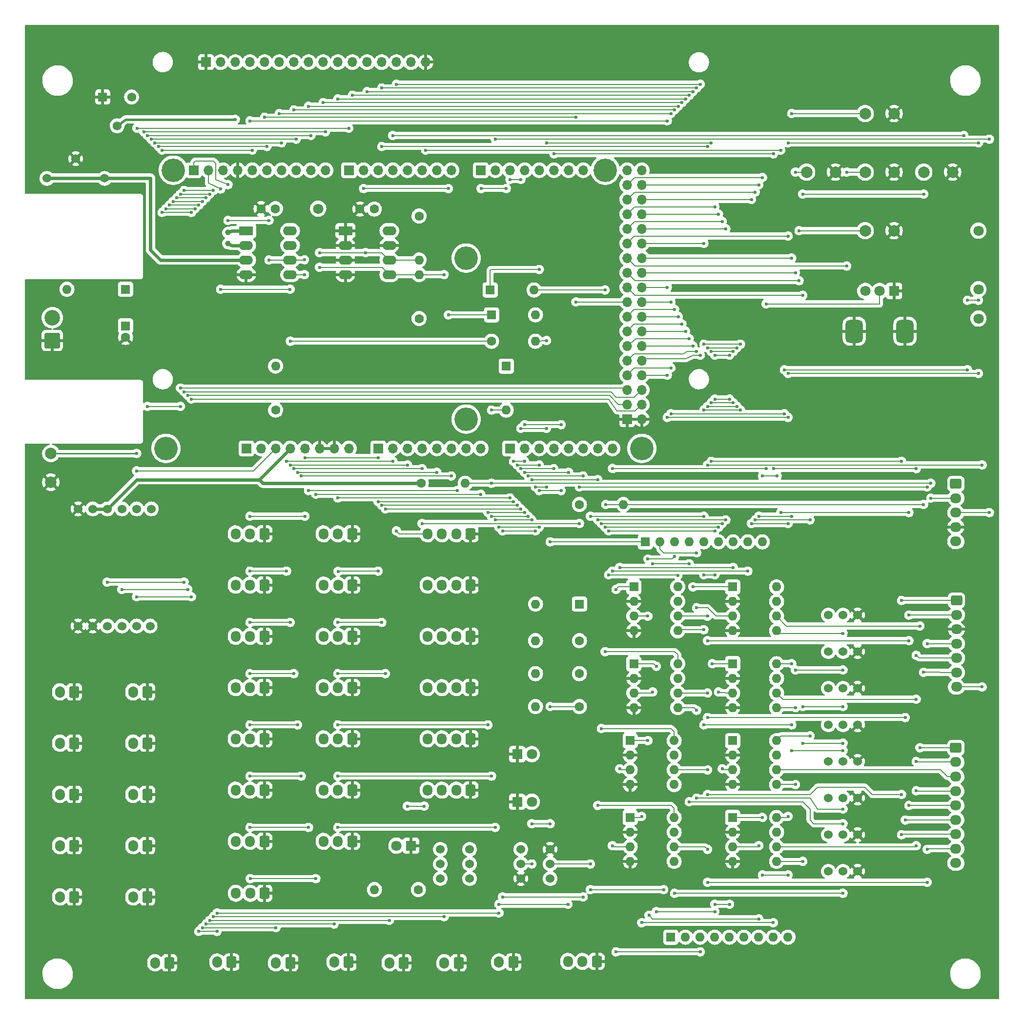
<source format=gbr>
%TF.GenerationSoftware,KiCad,Pcbnew,6.0.7-f9a2dced07~116~ubuntu20.04.1*%
%TF.CreationDate,2022-08-02T13:01:24+09:00*%
%TF.ProjectId,M304,4d333034-2e6b-4696-9361-645f70636258,rev?*%
%TF.SameCoordinates,Original*%
%TF.FileFunction,Copper,L2,Bot*%
%TF.FilePolarity,Positive*%
%FSLAX46Y46*%
G04 Gerber Fmt 4.6, Leading zero omitted, Abs format (unit mm)*
G04 Created by KiCad (PCBNEW 6.0.7-f9a2dced07~116~ubuntu20.04.1) date 2022-08-02 13:01:24*
%MOMM*%
%LPD*%
G01*
G04 APERTURE LIST*
G04 Aperture macros list*
%AMRoundRect*
0 Rectangle with rounded corners*
0 $1 Rounding radius*
0 $2 $3 $4 $5 $6 $7 $8 $9 X,Y pos of 4 corners*
0 Add a 4 corners polygon primitive as box body*
4,1,4,$2,$3,$4,$5,$6,$7,$8,$9,$2,$3,0*
0 Add four circle primitives for the rounded corners*
1,1,$1+$1,$2,$3*
1,1,$1+$1,$4,$5*
1,1,$1+$1,$6,$7*
1,1,$1+$1,$8,$9*
0 Add four rect primitives between the rounded corners*
20,1,$1+$1,$2,$3,$4,$5,0*
20,1,$1+$1,$4,$5,$6,$7,0*
20,1,$1+$1,$6,$7,$8,$9,0*
20,1,$1+$1,$8,$9,$2,$3,0*%
G04 Aperture macros list end*
%TA.AperFunction,ComponentPad*%
%ADD10C,4.064000*%
%TD*%
%TA.AperFunction,ComponentPad*%
%ADD11RoundRect,0.250000X0.600000X0.725000X-0.600000X0.725000X-0.600000X-0.725000X0.600000X-0.725000X0*%
%TD*%
%TA.AperFunction,ComponentPad*%
%ADD12O,1.700000X1.950000*%
%TD*%
%TA.AperFunction,ComponentPad*%
%ADD13C,2.000000*%
%TD*%
%TA.AperFunction,ComponentPad*%
%ADD14C,1.524000*%
%TD*%
%TA.AperFunction,ComponentPad*%
%ADD15RoundRect,0.250001X1.099999X-1.099999X1.099999X1.099999X-1.099999X1.099999X-1.099999X-1.099999X0*%
%TD*%
%TA.AperFunction,ComponentPad*%
%ADD16C,2.700000*%
%TD*%
%TA.AperFunction,ComponentPad*%
%ADD17R,1.600000X1.600000*%
%TD*%
%TA.AperFunction,ComponentPad*%
%ADD18O,1.600000X1.600000*%
%TD*%
%TA.AperFunction,ComponentPad*%
%ADD19C,1.600000*%
%TD*%
%TA.AperFunction,ComponentPad*%
%ADD20RoundRect,0.250000X0.600000X0.750000X-0.600000X0.750000X-0.600000X-0.750000X0.600000X-0.750000X0*%
%TD*%
%TA.AperFunction,ComponentPad*%
%ADD21O,1.700000X2.000000*%
%TD*%
%TA.AperFunction,ComponentPad*%
%ADD22RoundRect,0.250000X-0.725000X0.600000X-0.725000X-0.600000X0.725000X-0.600000X0.725000X0.600000X0*%
%TD*%
%TA.AperFunction,ComponentPad*%
%ADD23O,1.950000X1.700000*%
%TD*%
%TA.AperFunction,ComponentPad*%
%ADD24R,1.800000X1.800000*%
%TD*%
%TA.AperFunction,ComponentPad*%
%ADD25C,1.800000*%
%TD*%
%TA.AperFunction,ComponentPad*%
%ADD26C,1.000000*%
%TD*%
%TA.AperFunction,ComponentPad*%
%ADD27R,1.700000X1.700000*%
%TD*%
%TA.AperFunction,ComponentPad*%
%ADD28O,1.700000X1.700000*%
%TD*%
%TA.AperFunction,ComponentPad*%
%ADD29R,1.560000X1.560000*%
%TD*%
%TA.AperFunction,ComponentPad*%
%ADD30C,1.560000*%
%TD*%
%TA.AperFunction,ComponentPad*%
%ADD31RoundRect,0.750000X-0.750000X1.250000X-0.750000X-1.250000X0.750000X-1.250000X0.750000X1.250000X0*%
%TD*%
%TA.AperFunction,ComponentPad*%
%ADD32R,2.400000X1.600000*%
%TD*%
%TA.AperFunction,ComponentPad*%
%ADD33O,2.400000X1.600000*%
%TD*%
%TA.AperFunction,ViaPad*%
%ADD34C,0.600000*%
%TD*%
%TA.AperFunction,Conductor*%
%ADD35C,0.200000*%
%TD*%
%TA.AperFunction,Conductor*%
%ADD36C,0.250000*%
%TD*%
%TA.AperFunction,Conductor*%
%ADD37C,0.400000*%
%TD*%
%TA.AperFunction,Conductor*%
%ADD38C,0.600000*%
%TD*%
G04 APERTURE END LIST*
D10*
%TO.P,P8,1,Pin_1*%
%TO.N,unconnected-(P8-Pad1)*%
X114960000Y-113970000D03*
%TD*%
%TO.P,P9,1,Pin_1*%
%TO.N,unconnected-(P9-Pad1)*%
X167030000Y-108890000D03*
%TD*%
%TO.P,P10,1,Pin_1*%
%TO.N,unconnected-(P10-Pad1)*%
X197510000Y-113970000D03*
%TD*%
%TO.P,P11,1,Pin_1*%
%TO.N,unconnected-(P11-Pad1)*%
X116230000Y-65710000D03*
%TD*%
%TO.P,P12,1,Pin_1*%
%TO.N,unconnected-(P12-Pad1)*%
X167030000Y-80950000D03*
%TD*%
%TO.P,P13,1,Pin_1*%
%TO.N,unconnected-(P13-Pad1)*%
X191160000Y-65710000D03*
%TD*%
D11*
%TO.P,JA2,1,Pin_1*%
%TO.N,GND*%
X132040000Y-146575000D03*
D12*
%TO.P,JA2,2,Pin_2*%
%TO.N,/A2*%
X129540000Y-146575000D03*
%TO.P,JA2,3,Pin_3*%
%TO.N,+3V3*%
X127040000Y-146575000D03*
%TD*%
D13*
%TO.P,SW6,1,A*%
%TO.N,GND*%
X241260000Y-66040000D03*
%TO.P,SW6,2,B*%
%TO.N,/32*%
X236260000Y-66040000D03*
%TD*%
D14*
%TO.P,SW2-7,1,A*%
%TO.N,GND*%
X234950000Y-180975000D03*
%TO.P,SW2-7,2,B*%
%TO.N,Net-(SW2-7-Pad2)*%
X232410000Y-180975000D03*
%TO.P,SW2-7,3,C*%
%TO.N,unconnected-(SW2-7-Pad3)*%
X229870000Y-180975000D03*
%TD*%
D13*
%TO.P,SW1,1,A*%
%TO.N,/Reset*%
X94996000Y-114848000D03*
%TO.P,SW1,2,B*%
%TO.N,GND*%
X94996000Y-119848000D03*
%TD*%
D15*
%TO.P,J5,1,Pin_1*%
%TO.N,GND*%
X95250000Y-95250000D03*
D16*
%TO.P,J5,2,Pin_2*%
%TO.N,Net-(D4-Pad2)*%
X95250000Y-91290000D03*
%TD*%
D11*
%TO.P,JA3,1,Pin_1*%
%TO.N,GND*%
X132040000Y-155465000D03*
D12*
%TO.P,JA3,2,Pin_2*%
%TO.N,/A3*%
X129540000Y-155465000D03*
%TO.P,JA3,3,Pin_3*%
%TO.N,+3V3*%
X127040000Y-155465000D03*
%TD*%
D17*
%TO.P,D2,1,K*%
%TO.N,/14(Tx3)*%
X173990000Y-99695000D03*
D18*
%TO.P,D2,2,A*%
%TO.N,Net-(D2-Pad2)*%
X173990000Y-107315000D03*
%TD*%
D13*
%TO.P,SW2,1,A*%
%TO.N,GND*%
X241260000Y-55880000D03*
%TO.P,SW2,2,B*%
%TO.N,/33*%
X236260000Y-55880000D03*
%TD*%
D14*
%TO.P,BT1,1,+*%
%TO.N,Net-(BT1-Pad1)*%
X104314000Y-67132000D03*
X94314000Y-67132000D03*
%TO.P,BT1,2,-*%
%TO.N,GND*%
X99314000Y-63732000D03*
%TD*%
D19*
%TO.P,R2-1,1*%
%TO.N,Net-(R2-1-Pad1)*%
X186690000Y-158750000D03*
D18*
%TO.P,R2-1,2*%
%TO.N,Net-(D2-1-Pad2)*%
X179070000Y-158750000D03*
%TD*%
D20*
%TO.P,JP33,1,Pin_1*%
%TO.N,GND*%
X99060000Y-173990000D03*
D21*
%TO.P,JP33,2,Pin_2*%
%TO.N,+3V3*%
X96560000Y-173990000D03*
%TD*%
D22*
%TO.P,J4,1,Pin_1*%
%TO.N,/4(\u002A\u002A)*%
X251985000Y-120095000D03*
D23*
%TO.P,J4,2,Pin_2*%
%TO.N,Net-(D2-Pad2)*%
X251985000Y-122595000D03*
%TO.P,J4,3,Pin_3*%
%TO.N,/15(Rx3)*%
X251985000Y-125095000D03*
%TO.P,J4,4,Pin_4*%
%TO.N,GND*%
X251985000Y-127595000D03*
%TO.P,J4,5,Pin_5*%
%TO.N,+5V*%
X251985000Y-130095000D03*
%TD*%
D11*
%TO.P,JX2,1,Pin_1*%
%TO.N,GND*%
X189698000Y-202963000D03*
D12*
%TO.P,JX2,2,Pin_2*%
%TO.N,/16(Tx2)*%
X187198000Y-202963000D03*
%TO.P,JX2,3,Pin_3*%
%TO.N,/17(Rx2)*%
X184698000Y-202963000D03*
%TD*%
D17*
%TO.P,RN2-2,1,common*%
%TO.N,Net-(R2-2-Pad1)*%
X202550000Y-198755000D03*
D18*
%TO.P,RN2-2,2,R1*%
%TO.N,Net-(RN2-2-Pad2)*%
X205090000Y-198755000D03*
%TO.P,RN2-2,3,R2*%
%TO.N,Net-(RN2-2-Pad3)*%
X207630000Y-198755000D03*
%TO.P,RN2-2,4,R3*%
%TO.N,Net-(RN2-2-Pad4)*%
X210170000Y-198755000D03*
%TO.P,RN2-2,5,R4*%
%TO.N,Net-(RN2-2-Pad5)*%
X212710000Y-198755000D03*
%TO.P,RN2-2,6,R5*%
%TO.N,Net-(RN2-2-Pad6)*%
X215250000Y-198755000D03*
%TO.P,RN2-2,7,R6*%
%TO.N,Net-(RN2-2-Pad7)*%
X217790000Y-198755000D03*
%TO.P,RN2-2,8,R7*%
%TO.N,Net-(RN2-2-Pad8)*%
X220330000Y-198755000D03*
%TO.P,RN2-2,9,R8*%
%TO.N,Net-(RN2-2-Pad9)*%
X222870000Y-198755000D03*
%TD*%
D11*
%TO.P,JC5,1,Pin_1*%
%TO.N,GND*%
X167834000Y-164355000D03*
D12*
%TO.P,JC5,2,Pin_2*%
%TO.N,+5V*%
X165334000Y-164355000D03*
%TO.P,JC5,3,Pin_3*%
%TO.N,SDA*%
X162834000Y-164355000D03*
%TO.P,JC5,4,Pin_4*%
%TO.N,SCL*%
X160334000Y-164355000D03*
%TD*%
D24*
%TO.P,D5,1,K*%
%TO.N,GND*%
X157485000Y-182880000D03*
D25*
%TO.P,D5,2,A*%
%TO.N,Net-(D5-Pad2)*%
X154945000Y-182880000D03*
%TD*%
D13*
%TO.P,SW5,1,A*%
%TO.N,GND*%
X251420000Y-66040000D03*
%TO.P,SW5,2,B*%
%TO.N,/36*%
X246420000Y-66040000D03*
%TD*%
D20*
%TO.P,JP54,1,Pin_1*%
%TO.N,GND*%
X111760000Y-182880000D03*
D21*
%TO.P,JP54,2,Pin_2*%
%TO.N,+5V*%
X109260000Y-182880000D03*
%TD*%
D17*
%TO.P,U2-5,1*%
%TO.N,Net-(RN2-2-Pad3)*%
X196125000Y-137985000D03*
D18*
%TO.P,U2-5,2*%
%TO.N,GND*%
X196125000Y-140525000D03*
%TO.P,U2-5,3*%
%TO.N,Net-(RN2-1-Pad3)*%
X196125000Y-143065000D03*
%TO.P,U2-5,4*%
%TO.N,GND*%
X196125000Y-145605000D03*
%TO.P,U2-5,5*%
%TO.N,Net-(SW2-5-Pad2)*%
X203745000Y-145605000D03*
%TO.P,U2-5,6*%
%TO.N,/Relay Manual Switch/OUTPUT5*%
X203745000Y-143065000D03*
%TO.P,U2-5,7*%
X203745000Y-140525000D03*
%TO.P,U2-5,8*%
%TO.N,/26*%
X203745000Y-137985000D03*
%TD*%
D19*
%TO.P,R2-2,1*%
%TO.N,Net-(R2-2-Pad1)*%
X186690000Y-153035000D03*
D18*
%TO.P,R2-2,2*%
%TO.N,Net-(D2-2-Pad2)*%
X179070000Y-153035000D03*
%TD*%
D19*
%TO.P,R2,1*%
%TO.N,+5V*%
X158877000Y-91440000D03*
D18*
%TO.P,R2,2*%
%TO.N,SDA*%
X158877000Y-83820000D03*
%TD*%
D19*
%TO.P,R6,1*%
%TO.N,+3V3*%
X159258000Y-120015000D03*
D18*
%TO.P,R6,2*%
%TO.N,Net-(D2-Pad2)*%
X166878000Y-120015000D03*
%TD*%
D17*
%TO.P,U2-7,1*%
%TO.N,Net-(RN2-2-Pad7)*%
X195490000Y-164655000D03*
D18*
%TO.P,U2-7,2*%
%TO.N,GND*%
X195490000Y-167195000D03*
%TO.P,U2-7,3*%
%TO.N,Net-(RN2-1-Pad7)*%
X195490000Y-169735000D03*
%TO.P,U2-7,4*%
%TO.N,GND*%
X195490000Y-172275000D03*
%TO.P,U2-7,5*%
%TO.N,Net-(SW2-7-Pad2)*%
X203110000Y-172275000D03*
%TO.P,U2-7,6*%
%TO.N,/Relay Manual Switch/OUTPUT7*%
X203110000Y-169735000D03*
%TO.P,U2-7,7*%
X203110000Y-167195000D03*
%TO.P,U2-7,8*%
%TO.N,/28*%
X203110000Y-164655000D03*
%TD*%
D20*
%TO.P,JD8,1,Pin_1*%
%TO.N,GND*%
X126345000Y-203090000D03*
D21*
%TO.P,JD8,2,Pin_2*%
%TO.N,/8(\u002A\u002A)*%
X123845000Y-203090000D03*
%TD*%
D11*
%TO.P,JC1,1,Pin_1*%
%TO.N,GND*%
X167834000Y-128795000D03*
D12*
%TO.P,JC1,2,Pin_2*%
%TO.N,+5V*%
X165334000Y-128795000D03*
%TO.P,JC1,3,Pin_3*%
%TO.N,SDA*%
X162834000Y-128795000D03*
%TO.P,JC1,4,Pin_4*%
%TO.N,SCL*%
X160334000Y-128795000D03*
%TD*%
D20*
%TO.P,JD10,1,Pin_1*%
%TO.N,GND*%
X146665000Y-203090000D03*
D21*
%TO.P,JD10,2,Pin_2*%
%TO.N,/10(\u002A\u002A)*%
X144165000Y-203090000D03*
%TD*%
D19*
%TO.P,R1,1*%
%TO.N,/Reset*%
X133985000Y-107315000D03*
D18*
%TO.P,R1,2*%
%TO.N,+5V*%
X133985000Y-99695000D03*
%TD*%
D11*
%TO.P,JA14,1,Pin_1*%
%TO.N,GND*%
X147280000Y-182135000D03*
D12*
%TO.P,JA14,2,Pin_2*%
%TO.N,/A14*%
X144780000Y-182135000D03*
%TO.P,JA14,3,Pin_3*%
%TO.N,+5V*%
X142280000Y-182135000D03*
%TD*%
D19*
%TO.P,R3,1*%
%TO.N,+5V*%
X158877000Y-73660000D03*
D18*
%TO.P,R3,2*%
%TO.N,SCL*%
X158877000Y-81280000D03*
%TD*%
D19*
%TO.P,R7,1*%
%TO.N,Net-(R7-Pad1)*%
X158750000Y-190500000D03*
D18*
%TO.P,R7,2*%
%TO.N,Net-(D5-Pad2)*%
X151130000Y-190500000D03*
%TD*%
D20*
%TO.P,JD9,1,Pin_1*%
%TO.N,GND*%
X136525000Y-203200000D03*
D21*
%TO.P,JD9,2,Pin_2*%
%TO.N,/9(\u002A\u002A)*%
X134025000Y-203200000D03*
%TD*%
D11*
%TO.P,JA9,1,Pin_1*%
%TO.N,GND*%
X147320000Y-137685000D03*
D12*
%TO.P,JA9,2,Pin_2*%
%TO.N,/A9*%
X144820000Y-137685000D03*
%TO.P,JA9,3,Pin_3*%
%TO.N,+5V*%
X142320000Y-137685000D03*
%TD*%
D17*
%TO.P,U2-8,1*%
%TO.N,Net-(RN2-2-Pad8)*%
X195490000Y-177990000D03*
D18*
%TO.P,U2-8,2*%
%TO.N,GND*%
X195490000Y-180530000D03*
%TO.P,U2-8,3*%
%TO.N,Net-(RN2-1-Pad8)*%
X195490000Y-183070000D03*
%TO.P,U2-8,4*%
%TO.N,GND*%
X195490000Y-185610000D03*
%TO.P,U2-8,5*%
%TO.N,Net-(SW2-8-Pad2)*%
X203110000Y-185610000D03*
%TO.P,U2-8,6*%
%TO.N,/Relay Manual Switch/OUTPUT8*%
X203110000Y-183070000D03*
%TO.P,U2-8,7*%
X203110000Y-180530000D03*
%TO.P,U2-8,8*%
%TO.N,/29*%
X203110000Y-177990000D03*
%TD*%
D19*
%TO.P,R4,1*%
%TO.N,+3V3*%
X171450000Y-95377000D03*
D18*
%TO.P,R4,2*%
%TO.N,Net-(D1-Pad2)*%
X179070000Y-95377000D03*
%TD*%
D17*
%TO.P,U2-4,1*%
%TO.N,Net-(RN2-2-Pad9)*%
X213270000Y-177990000D03*
D18*
%TO.P,U2-4,2*%
%TO.N,GND*%
X213270000Y-180530000D03*
%TO.P,U2-4,3*%
%TO.N,Net-(RN2-1-Pad9)*%
X213270000Y-183070000D03*
%TO.P,U2-4,4*%
%TO.N,GND*%
X213270000Y-185610000D03*
%TO.P,U2-4,5*%
%TO.N,Net-(SW2-4-Pad2)*%
X220890000Y-185610000D03*
%TO.P,U2-4,6*%
%TO.N,/Relay Manual Switch/OUTPUT4*%
X220890000Y-183070000D03*
%TO.P,U2-4,7*%
X220890000Y-180530000D03*
%TO.P,U2-4,8*%
%TO.N,/25*%
X220890000Y-177990000D03*
%TD*%
D17*
%TO.P,C3,1*%
%TO.N,+5V*%
X107950000Y-92710000D03*
D19*
%TO.P,C3,2*%
%TO.N,GND*%
X107950000Y-94710000D03*
%TD*%
D17*
%TO.P,U2-2,1*%
%TO.N,Net-(RN2-2-Pad5)*%
X213270000Y-151320000D03*
D18*
%TO.P,U2-2,2*%
%TO.N,GND*%
X213270000Y-153860000D03*
%TO.P,U2-2,3*%
%TO.N,Net-(RN2-1-Pad5)*%
X213270000Y-156400000D03*
%TO.P,U2-2,4*%
%TO.N,GND*%
X213270000Y-158940000D03*
%TO.P,U2-2,5*%
%TO.N,Net-(SW2-2-Pad2)*%
X220890000Y-158940000D03*
%TO.P,U2-2,6*%
%TO.N,/Relay Manual Switch/OUTPUT2*%
X220890000Y-156400000D03*
%TO.P,U2-2,7*%
X220890000Y-153860000D03*
%TO.P,U2-2,8*%
%TO.N,/23*%
X220890000Y-151320000D03*
%TD*%
D22*
%TO.P,J3,1,Pin_1*%
%TO.N,Net-(D1-Pad2)*%
X252095000Y-140335000D03*
D23*
%TO.P,J3,2,Pin_2*%
%TO.N,/2(\u002A\u002A)*%
X252095000Y-142835000D03*
%TO.P,J3,3,Pin_3*%
%TO.N,GND*%
X252095000Y-145335000D03*
%TO.P,J3,4,Pin_4*%
%TO.N,+3V3*%
X252095000Y-147835000D03*
%TO.P,J3,5,Pin_5*%
%TO.N,/19(Rx1)*%
X252095000Y-150335000D03*
%TO.P,J3,6,Pin_6*%
%TO.N,Net-(D3-Pad2)*%
X252095000Y-152835000D03*
%TO.P,J3,7,Pin_7*%
%TO.N,/5(\u002A\u002A)*%
X252095000Y-155335000D03*
%TD*%
D19*
%TO.P,C2,1*%
%TO.N,GND*%
X148610000Y-72440800D03*
%TO.P,C2,2*%
%TO.N,+5V*%
X151110000Y-72440800D03*
%TD*%
D11*
%TO.P,JA8,1,Pin_1*%
%TO.N,GND*%
X147280000Y-128795000D03*
D12*
%TO.P,JA8,2,Pin_2*%
%TO.N,/A8*%
X144780000Y-128795000D03*
%TO.P,JA8,3,Pin_3*%
%TO.N,+5V*%
X142280000Y-128795000D03*
%TD*%
D11*
%TO.P,JA0,1,Pin_1*%
%TO.N,GND*%
X132040000Y-128795000D03*
D12*
%TO.P,JA0,2,Pin_2*%
%TO.N,/A0*%
X129540000Y-128795000D03*
%TO.P,JA0,3,Pin_3*%
%TO.N,+3V3*%
X127040000Y-128795000D03*
%TD*%
D20*
%TO.P,JP32,1,Pin_1*%
%TO.N,GND*%
X99060000Y-165100000D03*
D21*
%TO.P,JP32,2,Pin_2*%
%TO.N,+3V3*%
X96560000Y-165100000D03*
%TD*%
D14*
%TO.P,SW2-5,1,A*%
%TO.N,GND*%
X234950000Y-168275000D03*
%TO.P,SW2-5,2,B*%
%TO.N,Net-(SW2-5-Pad2)*%
X232410000Y-168275000D03*
%TO.P,SW2-5,3,C*%
%TO.N,unconnected-(SW2-5-Pad3)*%
X229870000Y-168275000D03*
%TD*%
D11*
%TO.P,JA7,1,Pin_1*%
%TO.N,GND*%
X132080000Y-191135000D03*
D12*
%TO.P,JA7,2,Pin_2*%
%TO.N,/A7*%
X129580000Y-191135000D03*
%TO.P,JA7,3,Pin_3*%
%TO.N,+3V3*%
X127080000Y-191135000D03*
%TD*%
D25*
%TO.P,JD49,1,Pin_1*%
%TO.N,/49*%
X255905000Y-91440000D03*
%TD*%
D14*
%TO.P,SW2-9,1,A*%
%TO.N,+5V*%
X176530000Y-183515000D03*
%TO.P,SW2-9,2,B*%
%TO.N,Net-(R2-1-Pad1)*%
X176530000Y-186055000D03*
%TO.P,SW2-9,3,C*%
%TO.N,GND*%
X176530000Y-188595000D03*
%TO.P,SW2-9,4,A*%
X181610000Y-183515000D03*
%TO.P,SW2-9,5,B*%
%TO.N,Net-(R2-2-Pad1)*%
X181610000Y-186055000D03*
%TO.P,SW2-9,6,C*%
%TO.N,+5V*%
X181610000Y-188595000D03*
%TD*%
D20*
%TO.P,JP34,1,Pin_1*%
%TO.N,GND*%
X99060000Y-182880000D03*
D21*
%TO.P,JP34,2,Pin_2*%
%TO.N,+3V3*%
X96560000Y-182880000D03*
%TD*%
D17*
%TO.P,D1,1,K*%
%TO.N,/6(\u002A\u002A)*%
X171450000Y-90805000D03*
D18*
%TO.P,D1,2,A*%
%TO.N,Net-(D1-Pad2)*%
X179070000Y-90805000D03*
%TD*%
D17*
%TO.P,U2-3,1*%
%TO.N,Net-(RN2-2-Pad6)*%
X213270000Y-164655000D03*
D18*
%TO.P,U2-3,2*%
%TO.N,GND*%
X213270000Y-167195000D03*
%TO.P,U2-3,3*%
%TO.N,Net-(RN2-1-Pad6)*%
X213270000Y-169735000D03*
%TO.P,U2-3,4*%
%TO.N,GND*%
X213270000Y-172275000D03*
%TO.P,U2-3,5*%
%TO.N,Net-(SW2-3-Pad2)*%
X220890000Y-172275000D03*
%TO.P,U2-3,6*%
%TO.N,/Relay Manual Switch/OUTPUT3*%
X220890000Y-169735000D03*
%TO.P,U2-3,7*%
X220890000Y-167195000D03*
%TO.P,U2-3,8*%
%TO.N,/24*%
X220890000Y-164655000D03*
%TD*%
D19*
%TO.P,R2-3,1*%
%TO.N,Net-(R2-2-Pad1)*%
X186690000Y-147320000D03*
D18*
%TO.P,R2-3,2*%
%TO.N,Net-(D2-3-Pad2)*%
X179070000Y-147320000D03*
%TD*%
D20*
%TO.P,JD12,1,Pin_1*%
%TO.N,GND*%
X165735000Y-203200000D03*
D21*
%TO.P,JD12,2,Pin_2*%
%TO.N,/12(\u002A\u002A)*%
X163235000Y-203200000D03*
%TD*%
D26*
%TO.P,Y1,1,1*%
%TO.N,Net-(U1-Pad1)*%
X125730000Y-76520000D03*
%TO.P,Y1,2,2*%
%TO.N,Net-(U1-Pad2)*%
X125730000Y-78420000D03*
%TD*%
D14*
%TO.P,SW2-6,1,A*%
%TO.N,GND*%
X234950000Y-174625000D03*
%TO.P,SW2-6,2,B*%
%TO.N,Net-(SW2-6-Pad2)*%
X232410000Y-174625000D03*
%TO.P,SW2-6,3,C*%
%TO.N,unconnected-(SW2-6-Pad3)*%
X229870000Y-174625000D03*
%TD*%
D27*
%TO.P,J1,1,Pin_1*%
%TO.N,GND*%
X121920000Y-46965000D03*
D28*
%TO.P,J1,2,Pin_2*%
%TO.N,+5V*%
X124460000Y-46965000D03*
%TO.P,J1,3,Pin_3*%
%TO.N,/V0*%
X127000000Y-46965000D03*
%TO.P,J1,4,Pin_4*%
%TO.N,/37*%
X129540000Y-46965000D03*
%TO.P,J1,5,Pin_5*%
%TO.N,/38*%
X132080000Y-46965000D03*
%TO.P,J1,6,Pin_6*%
%TO.N,/39*%
X134620000Y-46965000D03*
%TO.P,J1,7,Pin_7*%
%TO.N,/40*%
X137160000Y-46965000D03*
%TO.P,J1,8,Pin_8*%
%TO.N,/41*%
X139700000Y-46965000D03*
%TO.P,J1,9,Pin_9*%
%TO.N,/42*%
X142240000Y-46965000D03*
%TO.P,J1,10,Pin_10*%
%TO.N,/43*%
X144780000Y-46965000D03*
%TO.P,J1,11,Pin_11*%
%TO.N,/44*%
X147320000Y-46965000D03*
%TO.P,J1,12,Pin_12*%
%TO.N,/45*%
X149860000Y-46965000D03*
%TO.P,J1,13,Pin_13*%
%TO.N,/46*%
X152400000Y-46965000D03*
%TO.P,J1,14,Pin_14*%
%TO.N,/47*%
X154940000Y-46965000D03*
%TO.P,J1,15,Pin_15*%
%TO.N,+5V*%
X157480000Y-46965000D03*
%TO.P,J1,16,Pin_16*%
%TO.N,GND*%
X160020000Y-46965000D03*
%TD*%
D11*
%TO.P,JA4,1,Pin_1*%
%TO.N,GND*%
X132040000Y-164355000D03*
D12*
%TO.P,JA4,2,Pin_2*%
%TO.N,/A4*%
X129540000Y-164355000D03*
%TO.P,JA4,3,Pin_3*%
%TO.N,+3V3*%
X127040000Y-164355000D03*
%TD*%
D11*
%TO.P,JC3,1,Pin_1*%
%TO.N,GND*%
X167834000Y-146575000D03*
D12*
%TO.P,JC3,2,Pin_2*%
%TO.N,+5V*%
X165334000Y-146575000D03*
%TO.P,JC3,3,Pin_3*%
%TO.N,SDA*%
X162834000Y-146575000D03*
%TO.P,JC3,4,Pin_4*%
%TO.N,SCL*%
X160334000Y-146575000D03*
%TD*%
D25*
%TO.P,JD30,1,Pin_1*%
%TO.N,/30*%
X255905000Y-76200000D03*
%TD*%
D24*
%TO.P,D2-1,1,K*%
%TO.N,GND*%
X175890000Y-175260000D03*
D25*
%TO.P,D2-1,2,A*%
%TO.N,Net-(D2-1-Pad2)*%
X178430000Y-175260000D03*
%TD*%
D17*
%TO.P,D4,1,K*%
%TO.N,+5V*%
X107950000Y-86360000D03*
D18*
%TO.P,D4,2,A*%
%TO.N,Net-(D4-Pad2)*%
X97790000Y-86360000D03*
%TD*%
D14*
%TO.P,SW7,1,A*%
%TO.N,unconnected-(SW7-Pad1)*%
X162560000Y-183515000D03*
%TO.P,SW7,2,B*%
%TO.N,/3(\u002A\u002A)*%
X162560000Y-186055000D03*
%TO.P,SW7,3,C*%
%TO.N,unconnected-(SW7-Pad3)*%
X162560000Y-188595000D03*
%TO.P,SW7,4,A*%
%TO.N,unconnected-(SW7-Pad4)*%
X167640000Y-183515000D03*
%TO.P,SW7,5,B*%
%TO.N,+5V*%
X167640000Y-186055000D03*
%TO.P,SW7,6,C*%
%TO.N,Net-(R7-Pad1)*%
X167640000Y-188595000D03*
%TD*%
%TO.P,U3,1,GND*%
%TO.N,GND*%
X99727000Y-144780000D03*
%TO.P,U3,2,GND*%
X102267000Y-144780000D03*
%TO.P,U3,3,MOSI*%
%TO.N,/51(MOSI)*%
X104807000Y-144780000D03*
%TO.P,U3,4,SCLK*%
%TO.N,/52(SCK)*%
X107347000Y-144780000D03*
%TO.P,U3,5,CS*%
%TO.N,/53(SS)*%
X109887000Y-144780000D03*
%TO.P,U3,6,INT*%
%TO.N,unconnected-(U3-Pad6)*%
X112215000Y-144780000D03*
%TO.P,U3,7,MISO*%
%TO.N,/50(MISO)*%
X112427000Y-124460000D03*
%TO.P,U3,8,RST*%
%TO.N,/Reset*%
X109887000Y-124460000D03*
%TO.P,U3,9,NC*%
%TO.N,unconnected-(U3-Pad9)*%
X107347000Y-124460000D03*
%TO.P,U3,10,3V3*%
%TO.N,+3V3*%
X104807000Y-124460000D03*
%TO.P,U3,11,3V3*%
X102267000Y-124460000D03*
%TO.P,U3,12,GND*%
%TO.N,GND*%
X99727000Y-124460000D03*
%TD*%
D29*
%TO.P,RV1,1,1*%
%TO.N,GND*%
X104000000Y-53000000D03*
D30*
%TO.P,RV1,2,2*%
%TO.N,/V0*%
X106500000Y-58000000D03*
%TO.P,RV1,3,3*%
%TO.N,+5V*%
X109000000Y-53000000D03*
%TD*%
D25*
%TO.P,JD48,1,Pin_1*%
%TO.N,/48*%
X255905000Y-86360000D03*
%TD*%
D24*
%TO.P,RV2,1,1*%
%TO.N,GND*%
X241260000Y-86660000D03*
D25*
%TO.P,RV2,2,2*%
%TO.N,/A15*%
X238760000Y-86660000D03*
%TO.P,RV2,3,3*%
%TO.N,+5V*%
X236260000Y-86660000D03*
D31*
%TO.P,RV2,MP,MountPin*%
%TO.N,GND*%
X243160000Y-93660000D03*
X234360000Y-93660000D03*
%TD*%
D17*
%TO.P,U2-1,1*%
%TO.N,Net-(RN2-2-Pad2)*%
X213270000Y-137985000D03*
D18*
%TO.P,U2-1,2*%
%TO.N,GND*%
X213270000Y-140525000D03*
%TO.P,U2-1,3*%
%TO.N,Net-(RN2-1-Pad2)*%
X213270000Y-143065000D03*
%TO.P,U2-1,4*%
%TO.N,GND*%
X213270000Y-145605000D03*
%TO.P,U2-1,5*%
%TO.N,Net-(SW2-1-Pad2)*%
X220890000Y-145605000D03*
%TO.P,U2-1,6*%
%TO.N,/Relay Manual Switch/OUTPUT1*%
X220890000Y-143065000D03*
%TO.P,U2-1,7*%
X220890000Y-140525000D03*
%TO.P,U2-1,8*%
%TO.N,/22*%
X220890000Y-137985000D03*
%TD*%
D20*
%TO.P,JP53,1,Pin_1*%
%TO.N,GND*%
X111760000Y-173990000D03*
D21*
%TO.P,JP53,2,Pin_2*%
%TO.N,+5V*%
X109260000Y-173990000D03*
%TD*%
D25*
%TO.P,SQW1,1,Pin_1*%
%TO.N,Net-(SQW1-Pad1)*%
X141376400Y-72390000D03*
%TD*%
D11*
%TO.P,JC6,1,Pin_1*%
%TO.N,GND*%
X167834000Y-173245000D03*
D12*
%TO.P,JC6,2,Pin_2*%
%TO.N,+5V*%
X165334000Y-173245000D03*
%TO.P,JC6,3,Pin_3*%
%TO.N,SDA*%
X162834000Y-173245000D03*
%TO.P,JC6,4,Pin_4*%
%TO.N,SCL*%
X160334000Y-173245000D03*
%TD*%
D11*
%TO.P,JA5,1,Pin_1*%
%TO.N,GND*%
X132040000Y-173245000D03*
D12*
%TO.P,JA5,2,Pin_2*%
%TO.N,/A5*%
X129540000Y-173245000D03*
%TO.P,JA5,3,Pin_3*%
%TO.N,+3V3*%
X127040000Y-173245000D03*
%TD*%
D19*
%TO.P,C1,1*%
%TO.N,+5V*%
X133965000Y-72390000D03*
%TO.P,C1,2*%
%TO.N,GND*%
X131465000Y-72390000D03*
%TD*%
D13*
%TO.P,SW4,1,A*%
%TO.N,GND*%
X231100000Y-66040000D03*
%TO.P,SW4,2,B*%
%TO.N,/35*%
X226100000Y-66040000D03*
%TD*%
D14*
%TO.P,SW2-8,1,A*%
%TO.N,GND*%
X234950000Y-187325000D03*
%TO.P,SW2-8,2,B*%
%TO.N,Net-(SW2-8-Pad2)*%
X232410000Y-187325000D03*
%TO.P,SW2-8,3,C*%
%TO.N,unconnected-(SW2-8-Pad3)*%
X229870000Y-187325000D03*
%TD*%
D20*
%TO.P,JP51,1,Pin_1*%
%TO.N,GND*%
X111760000Y-156210000D03*
D21*
%TO.P,JP51,2,Pin_2*%
%TO.N,+5V*%
X109260000Y-156210000D03*
%TD*%
D14*
%TO.P,SW2-3,1,A*%
%TO.N,GND*%
X234950000Y-155575000D03*
%TO.P,SW2-3,2,B*%
%TO.N,Net-(SW2-3-Pad2)*%
X232410000Y-155575000D03*
%TO.P,SW2-3,3,C*%
%TO.N,unconnected-(SW2-3-Pad3)*%
X229870000Y-155575000D03*
%TD*%
D11*
%TO.P,JC2,1,Pin_1*%
%TO.N,GND*%
X167834000Y-137685000D03*
D12*
%TO.P,JC2,2,Pin_2*%
%TO.N,+5V*%
X165334000Y-137685000D03*
%TO.P,JC2,3,Pin_3*%
%TO.N,SDA*%
X162834000Y-137685000D03*
%TO.P,JC2,4,Pin_4*%
%TO.N,SCL*%
X160334000Y-137685000D03*
%TD*%
D20*
%TO.P,JP52,1,Pin_1*%
%TO.N,GND*%
X111760000Y-165100000D03*
D21*
%TO.P,JP52,2,Pin_2*%
%TO.N,+5V*%
X109260000Y-165100000D03*
%TD*%
D20*
%TO.P,JP35,1,Pin_1*%
%TO.N,GND*%
X99060000Y-191770000D03*
D21*
%TO.P,JP35,2,Pin_2*%
%TO.N,+3V3*%
X96560000Y-191770000D03*
%TD*%
D20*
%TO.P,JD11,1,Pin_1*%
%TO.N,GND*%
X156210000Y-203200000D03*
D21*
%TO.P,JD11,2,Pin_2*%
%TO.N,/11(\u002A\u002A)*%
X153710000Y-203200000D03*
%TD*%
D17*
%TO.P,RN2-1,1,common*%
%TO.N,Net-(R2-1-Pad1)*%
X198105000Y-130175000D03*
D18*
%TO.P,RN2-1,2,R1*%
%TO.N,Net-(RN2-1-Pad2)*%
X200645000Y-130175000D03*
%TO.P,RN2-1,3,R2*%
%TO.N,Net-(RN2-1-Pad3)*%
X203185000Y-130175000D03*
%TO.P,RN2-1,4,R3*%
%TO.N,Net-(RN2-1-Pad4)*%
X205725000Y-130175000D03*
%TO.P,RN2-1,5,R4*%
%TO.N,Net-(RN2-1-Pad5)*%
X208265000Y-130175000D03*
%TO.P,RN2-1,6,R5*%
%TO.N,Net-(RN2-1-Pad6)*%
X210805000Y-130175000D03*
%TO.P,RN2-1,7,R6*%
%TO.N,Net-(RN2-1-Pad7)*%
X213345000Y-130175000D03*
%TO.P,RN2-1,8,R7*%
%TO.N,Net-(RN2-1-Pad8)*%
X215885000Y-130175000D03*
%TO.P,RN2-1,9,R8*%
%TO.N,Net-(RN2-1-Pad9)*%
X218425000Y-130175000D03*
%TD*%
D32*
%TO.P,U2,1,A0*%
%TO.N,GND*%
X146085800Y-76210000D03*
D33*
%TO.P,U2,2,A1*%
X146085800Y-78750000D03*
%TO.P,U2,3,A2*%
X146085800Y-81290000D03*
%TO.P,U2,4,GND*%
X146085800Y-83830000D03*
%TO.P,U2,5,SDA*%
%TO.N,SDA*%
X153705800Y-83830000D03*
%TO.P,U2,6,SCL*%
%TO.N,SCL*%
X153705800Y-81290000D03*
%TO.P,U2,7,WP*%
%TO.N,GND*%
X153705800Y-78750000D03*
%TO.P,U2,8,VCC*%
%TO.N,+5V*%
X153705800Y-76210000D03*
%TD*%
D20*
%TO.P,JD7,1,Pin_1*%
%TO.N,GND*%
X115570000Y-203200000D03*
D21*
%TO.P,JD7,2,Pin_2*%
%TO.N,/7(\u002A\u002A)*%
X113070000Y-203200000D03*
%TD*%
D19*
%TO.P,R5,1*%
%TO.N,+3V3*%
X186690000Y-123698000D03*
D18*
%TO.P,R5,2*%
%TO.N,Net-(D3-Pad2)*%
X194310000Y-123698000D03*
%TD*%
D17*
%TO.P,D3,1,K*%
%TO.N,/18(Tx1)*%
X171196000Y-86487000D03*
D18*
%TO.P,D3,2,A*%
%TO.N,Net-(D3-Pad2)*%
X178816000Y-86487000D03*
%TD*%
D20*
%TO.P,JP55,1,Pin_1*%
%TO.N,GND*%
X111760000Y-191770000D03*
D21*
%TO.P,JP55,2,Pin_2*%
%TO.N,+5V*%
X109260000Y-191770000D03*
%TD*%
D11*
%TO.P,JA11,1,Pin_1*%
%TO.N,GND*%
X147280000Y-155465000D03*
D12*
%TO.P,JA11,2,Pin_2*%
%TO.N,/A11*%
X144780000Y-155465000D03*
%TO.P,JA11,3,Pin_3*%
%TO.N,+5V*%
X142280000Y-155465000D03*
%TD*%
D24*
%TO.P,D2-2,1,K*%
%TO.N,GND*%
X175895000Y-167005000D03*
D25*
%TO.P,D2-2,2,A*%
%TO.N,Net-(D2-2-Pad2)*%
X178435000Y-167005000D03*
%TD*%
D14*
%TO.P,SW2-1,1,A*%
%TO.N,GND*%
X234950000Y-142875000D03*
%TO.P,SW2-1,2,B*%
%TO.N,Net-(SW2-1-Pad2)*%
X232410000Y-142875000D03*
%TO.P,SW2-1,3,C*%
%TO.N,unconnected-(SW2-1-Pad3)*%
X229870000Y-142875000D03*
%TD*%
D11*
%TO.P,JA6,1,Pin_1*%
%TO.N,GND*%
X132040000Y-182135000D03*
D12*
%TO.P,JA6,2,Pin_2*%
%TO.N,/A6*%
X129540000Y-182135000D03*
%TO.P,JA6,3,Pin_3*%
%TO.N,+3V3*%
X127040000Y-182135000D03*
%TD*%
D11*
%TO.P,JA10,1,Pin_1*%
%TO.N,GND*%
X147280000Y-146575000D03*
D12*
%TO.P,JA10,2,Pin_2*%
%TO.N,/A10*%
X144780000Y-146575000D03*
%TO.P,JA10,3,Pin_3*%
%TO.N,+5V*%
X142280000Y-146575000D03*
%TD*%
D17*
%TO.P,D2-3,1,K*%
%TO.N,/31*%
X186690000Y-140970000D03*
D18*
%TO.P,D2-3,2,A*%
%TO.N,Net-(D2-3-Pad2)*%
X179070000Y-140970000D03*
%TD*%
D32*
%TO.P,U1,1,X1*%
%TO.N,Net-(U1-Pad1)*%
X128890000Y-76210000D03*
D33*
%TO.P,U1,2,X2*%
%TO.N,Net-(U1-Pad2)*%
X128890000Y-78750000D03*
%TO.P,U1,3,VBAT*%
%TO.N,Net-(BT1-Pad1)*%
X128890000Y-81290000D03*
%TO.P,U1,4,GND*%
%TO.N,GND*%
X128890000Y-83830000D03*
%TO.P,U1,5,SDA*%
%TO.N,SDA*%
X136510000Y-83830000D03*
%TO.P,U1,6,SCL*%
%TO.N,SCL*%
X136510000Y-81290000D03*
%TO.P,U1,7,SQW/OUT*%
%TO.N,Net-(SQW1-Pad1)*%
X136510000Y-78750000D03*
%TO.P,U1,8,VCC*%
%TO.N,+5V*%
X136510000Y-76210000D03*
%TD*%
D11*
%TO.P,JA13,1,Pin_1*%
%TO.N,GND*%
X147280000Y-173245000D03*
D12*
%TO.P,JA13,2,Pin_2*%
%TO.N,/A13*%
X144780000Y-173245000D03*
%TO.P,JA13,3,Pin_3*%
%TO.N,+5V*%
X142280000Y-173245000D03*
%TD*%
D22*
%TO.P,J2,1,Pin_1*%
%TO.N,/Relay Manual Switch/OUTPUT1*%
X251985000Y-165895000D03*
D23*
%TO.P,J2,2,Pin_2*%
%TO.N,/Relay Manual Switch/OUTPUT2*%
X251985000Y-168395000D03*
%TO.P,J2,3,Pin_3*%
%TO.N,/Relay Manual Switch/OUTPUT3*%
X251985000Y-170895000D03*
%TO.P,J2,4,Pin_4*%
%TO.N,/Relay Manual Switch/OUTPUT4*%
X251985000Y-173395000D03*
%TO.P,J2,5,Pin_5*%
%TO.N,/Relay Manual Switch/OUTPUT5*%
X251985000Y-175895000D03*
%TO.P,J2,6,Pin_6*%
%TO.N,/Relay Manual Switch/OUTPUT6*%
X251985000Y-178395000D03*
%TO.P,J2,7,Pin_7*%
%TO.N,/Relay Manual Switch/OUTPUT7*%
X251985000Y-180895000D03*
%TO.P,J2,8,Pin_8*%
%TO.N,/Relay Manual Switch/OUTPUT8*%
X251985000Y-183395000D03*
%TO.P,J2,9,Pin_9*%
%TO.N,+5V*%
X251985000Y-185895000D03*
%TD*%
D11*
%TO.P,JC4,1,Pin_1*%
%TO.N,GND*%
X167834000Y-155465000D03*
D12*
%TO.P,JC4,2,Pin_2*%
%TO.N,+5V*%
X165334000Y-155465000D03*
%TO.P,JC4,3,Pin_3*%
%TO.N,SDA*%
X162834000Y-155465000D03*
%TO.P,JC4,4,Pin_4*%
%TO.N,SCL*%
X160334000Y-155465000D03*
%TD*%
D20*
%TO.P,JD13,1,Pin_1*%
%TO.N,GND*%
X175240000Y-203090000D03*
D21*
%TO.P,JD13,2,Pin_2*%
%TO.N,/13(\u002A\u002A)*%
X172740000Y-203090000D03*
%TD*%
D14*
%TO.P,SW2-4,1,A*%
%TO.N,GND*%
X234950000Y-161925000D03*
%TO.P,SW2-4,2,B*%
%TO.N,Net-(SW2-4-Pad2)*%
X232410000Y-161925000D03*
%TO.P,SW2-4,3,C*%
%TO.N,unconnected-(SW2-4-Pad3)*%
X229870000Y-161925000D03*
%TD*%
D11*
%TO.P,JA12,1,Pin_1*%
%TO.N,GND*%
X147280000Y-164355000D03*
D12*
%TO.P,JA12,2,Pin_2*%
%TO.N,/A12*%
X144780000Y-164355000D03*
%TO.P,JA12,3,Pin_3*%
%TO.N,+5V*%
X142280000Y-164355000D03*
%TD*%
D20*
%TO.P,JP31,1,Pin_1*%
%TO.N,GND*%
X99060000Y-156210000D03*
D21*
%TO.P,JP31,2,Pin_2*%
%TO.N,+3V3*%
X96560000Y-156210000D03*
%TD*%
D11*
%TO.P,JA1,1,Pin_1*%
%TO.N,GND*%
X132040000Y-137685000D03*
D12*
%TO.P,JA1,2,Pin_2*%
%TO.N,/A1*%
X129540000Y-137685000D03*
%TO.P,JA1,3,Pin_3*%
%TO.N,+3V3*%
X127040000Y-137685000D03*
%TD*%
D14*
%TO.P,SW2-2,1,A*%
%TO.N,GND*%
X234950000Y-149225000D03*
%TO.P,SW2-2,2,B*%
%TO.N,Net-(SW2-2-Pad2)*%
X232410000Y-149225000D03*
%TO.P,SW2-2,3,C*%
%TO.N,unconnected-(SW2-2-Pad3)*%
X229870000Y-149225000D03*
%TD*%
D13*
%TO.P,SW3,1,A*%
%TO.N,GND*%
X241260000Y-76200000D03*
%TO.P,SW3,2,B*%
%TO.N,/34*%
X236260000Y-76200000D03*
%TD*%
D17*
%TO.P,U2-6,1*%
%TO.N,Net-(RN2-2-Pad4)*%
X196125000Y-151320000D03*
D18*
%TO.P,U2-6,2*%
%TO.N,GND*%
X196125000Y-153860000D03*
%TO.P,U2-6,3*%
%TO.N,Net-(RN2-1-Pad4)*%
X196125000Y-156400000D03*
%TO.P,U2-6,4*%
%TO.N,GND*%
X196125000Y-158940000D03*
%TO.P,U2-6,5*%
%TO.N,Net-(SW2-6-Pad2)*%
X203745000Y-158940000D03*
%TO.P,U2-6,6*%
%TO.N,/Relay Manual Switch/OUTPUT6*%
X203745000Y-156400000D03*
%TO.P,U2-6,7*%
X203745000Y-153860000D03*
%TO.P,U2-6,8*%
%TO.N,/27*%
X203745000Y-151320000D03*
%TD*%
D27*
%TO.P,P1,1,Pin_1*%
%TO.N,GND*%
X194970000Y-108890000D03*
D28*
%TO.P,P1,2,Pin_2*%
X197510000Y-108890000D03*
%TO.P,P1,3,Pin_3*%
%TO.N,/52(SCK)*%
X194970000Y-106350000D03*
%TO.P,P1,4,Pin_4*%
%TO.N,/53(SS)*%
X197510000Y-106350000D03*
%TO.P,P1,5,Pin_5*%
%TO.N,/50(MISO)*%
X194970000Y-103810000D03*
%TO.P,P1,6,Pin_6*%
%TO.N,/51(MOSI)*%
X197510000Y-103810000D03*
%TO.P,P1,7,Pin_7*%
%TO.N,/48*%
X194970000Y-101270000D03*
%TO.P,P1,8,Pin_8*%
%TO.N,/49*%
X197510000Y-101270000D03*
%TO.P,P1,9,Pin_9*%
%TO.N,/46*%
X194970000Y-98730000D03*
%TO.P,P1,10,Pin_10*%
%TO.N,/47*%
X197510000Y-98730000D03*
%TO.P,P1,11,Pin_11*%
%TO.N,/44*%
X194970000Y-96190000D03*
%TO.P,P1,12,Pin_12*%
%TO.N,/45*%
X197510000Y-96190000D03*
%TO.P,P1,13,Pin_13*%
%TO.N,/42*%
X194970000Y-93650000D03*
%TO.P,P1,14,Pin_14*%
%TO.N,/43*%
X197510000Y-93650000D03*
%TO.P,P1,15,Pin_15*%
%TO.N,/40*%
X194970000Y-91110000D03*
%TO.P,P1,16,Pin_16*%
%TO.N,/41*%
X197510000Y-91110000D03*
%TO.P,P1,17,Pin_17*%
%TO.N,/38*%
X194970000Y-88570000D03*
%TO.P,P1,18,Pin_18*%
%TO.N,/39*%
X197510000Y-88570000D03*
%TO.P,P1,19,Pin_19*%
%TO.N,/36*%
X194970000Y-86030000D03*
%TO.P,P1,20,Pin_20*%
%TO.N,/37*%
X197510000Y-86030000D03*
%TO.P,P1,21,Pin_21*%
%TO.N,/34*%
X194970000Y-83490000D03*
%TO.P,P1,22,Pin_22*%
%TO.N,/35*%
X197510000Y-83490000D03*
%TO.P,P1,23,Pin_23*%
%TO.N,/32*%
X194970000Y-80950000D03*
%TO.P,P1,24,Pin_24*%
%TO.N,/33*%
X197510000Y-80950000D03*
%TO.P,P1,25,Pin_25*%
%TO.N,/30*%
X194970000Y-78410000D03*
%TO.P,P1,26,Pin_26*%
%TO.N,/31*%
X197510000Y-78410000D03*
%TO.P,P1,27,Pin_27*%
%TO.N,/28*%
X194970000Y-75870000D03*
%TO.P,P1,28,Pin_28*%
%TO.N,/29*%
X197510000Y-75870000D03*
%TO.P,P1,29,Pin_29*%
%TO.N,/26*%
X194970000Y-73330000D03*
%TO.P,P1,30,Pin_30*%
%TO.N,/27*%
X197510000Y-73330000D03*
%TO.P,P1,31,Pin_31*%
%TO.N,/24*%
X194970000Y-70790000D03*
%TO.P,P1,32,Pin_32*%
%TO.N,/25*%
X197510000Y-70790000D03*
%TO.P,P1,33,Pin_33*%
%TO.N,/22*%
X194970000Y-68250000D03*
%TO.P,P1,34,Pin_34*%
%TO.N,/23*%
X197510000Y-68250000D03*
%TO.P,P1,35,Pin_35*%
%TO.N,+5V*%
X194970000Y-65710000D03*
%TO.P,P1,36,Pin_36*%
X197510000Y-65710000D03*
%TD*%
D27*
%TO.P,P2,1,Pin_1*%
%TO.N,unconnected-(P2-Pad1)*%
X128930000Y-113970000D03*
D28*
%TO.P,P2,2,Pin_2*%
%TO.N,/IOREF*%
X131470000Y-113970000D03*
%TO.P,P2,3,Pin_3*%
%TO.N,/Reset*%
X134010000Y-113970000D03*
%TO.P,P2,4,Pin_4*%
%TO.N,+3V3*%
X136550000Y-113970000D03*
%TO.P,P2,5,Pin_5*%
%TO.N,+5V*%
X139090000Y-113970000D03*
%TO.P,P2,6,Pin_6*%
%TO.N,GND*%
X141630000Y-113970000D03*
%TO.P,P2,7,Pin_7*%
X144170000Y-113970000D03*
%TO.P,P2,8,Pin_8*%
%TO.N,/Vin*%
X146710000Y-113970000D03*
%TD*%
D27*
%TO.P,P3,1,Pin_1*%
%TO.N,/A0*%
X151790000Y-113970000D03*
D28*
%TO.P,P3,2,Pin_2*%
%TO.N,/A1*%
X154330000Y-113970000D03*
%TO.P,P3,3,Pin_3*%
%TO.N,/A2*%
X156870000Y-113970000D03*
%TO.P,P3,4,Pin_4*%
%TO.N,/A3*%
X159410000Y-113970000D03*
%TO.P,P3,5,Pin_5*%
%TO.N,/A4*%
X161950000Y-113970000D03*
%TO.P,P3,6,Pin_6*%
%TO.N,/A5*%
X164490000Y-113970000D03*
%TO.P,P3,7,Pin_7*%
%TO.N,/A6*%
X167030000Y-113970000D03*
%TO.P,P3,8,Pin_8*%
%TO.N,/A7*%
X169570000Y-113970000D03*
%TD*%
D27*
%TO.P,P4,1,Pin_1*%
%TO.N,/A8*%
X174650000Y-113970000D03*
D28*
%TO.P,P4,2,Pin_2*%
%TO.N,/A9*%
X177190000Y-113970000D03*
%TO.P,P4,3,Pin_3*%
%TO.N,/A10*%
X179730000Y-113970000D03*
%TO.P,P4,4,Pin_4*%
%TO.N,/A11*%
X182270000Y-113970000D03*
%TO.P,P4,5,Pin_5*%
%TO.N,/A12*%
X184810000Y-113970000D03*
%TO.P,P4,6,Pin_6*%
%TO.N,/A13*%
X187350000Y-113970000D03*
%TO.P,P4,7,Pin_7*%
%TO.N,/A14*%
X189890000Y-113970000D03*
%TO.P,P4,8,Pin_8*%
%TO.N,/A15*%
X192430000Y-113970000D03*
%TD*%
D27*
%TO.P,P5,1,Pin_1*%
%TO.N,SCL*%
X119786000Y-65710000D03*
D28*
%TO.P,P5,2,Pin_2*%
%TO.N,SDA*%
X122326000Y-65710000D03*
%TO.P,P5,3,Pin_3*%
%TO.N,/AREF*%
X124866000Y-65710000D03*
%TO.P,P5,4,Pin_4*%
%TO.N,GND*%
X127406000Y-65710000D03*
%TO.P,P5,5,Pin_5*%
%TO.N,/13(\u002A\u002A)*%
X129946000Y-65710000D03*
%TO.P,P5,6,Pin_6*%
%TO.N,/12(\u002A\u002A)*%
X132486000Y-65710000D03*
%TO.P,P5,7,Pin_7*%
%TO.N,/11(\u002A\u002A)*%
X135026000Y-65710000D03*
%TO.P,P5,8,Pin_8*%
%TO.N,/10(\u002A\u002A)*%
X137566000Y-65710000D03*
%TO.P,P5,9,Pin_9*%
%TO.N,/9(\u002A\u002A)*%
X140106000Y-65710000D03*
%TO.P,P5,10,Pin_10*%
%TO.N,/8(\u002A\u002A)*%
X142646000Y-65710000D03*
%TD*%
D27*
%TO.P,P6,1,Pin_1*%
%TO.N,/7(\u002A\u002A)*%
X146710000Y-65710000D03*
D28*
%TO.P,P6,2,Pin_2*%
%TO.N,/6(\u002A\u002A)*%
X149250000Y-65710000D03*
%TO.P,P6,3,Pin_3*%
%TO.N,/5(\u002A\u002A)*%
X151790000Y-65710000D03*
%TO.P,P6,4,Pin_4*%
%TO.N,/4(\u002A\u002A)*%
X154330000Y-65710000D03*
%TO.P,P6,5,Pin_5*%
%TO.N,/3(\u002A\u002A)*%
X156870000Y-65710000D03*
%TO.P,P6,6,Pin_6*%
%TO.N,/2(\u002A\u002A)*%
X159410000Y-65710000D03*
%TO.P,P6,7,Pin_7*%
%TO.N,unconnected-(P6-Pad7)*%
X161950000Y-65710000D03*
%TO.P,P6,8,Pin_8*%
%TO.N,unconnected-(P6-Pad8)*%
X164490000Y-65710000D03*
%TD*%
D27*
%TO.P,P7,1,Pin_1*%
%TO.N,/14(Tx3)*%
X169570000Y-65710000D03*
D28*
%TO.P,P7,2,Pin_2*%
%TO.N,/15(Rx3)*%
X172110000Y-65710000D03*
%TO.P,P7,3,Pin_3*%
%TO.N,/16(Tx2)*%
X174650000Y-65710000D03*
%TO.P,P7,4,Pin_4*%
%TO.N,/17(Rx2)*%
X177190000Y-65710000D03*
%TO.P,P7,5,Pin_5*%
%TO.N,/18(Tx1)*%
X179730000Y-65710000D03*
%TO.P,P7,6,Pin_6*%
%TO.N,/19(Rx1)*%
X182270000Y-65710000D03*
%TO.P,P7,7,Pin_7*%
%TO.N,/20(SDA)*%
X184810000Y-65710000D03*
%TO.P,P7,8,Pin_8*%
%TO.N,/21(SCL)*%
X187350000Y-65710000D03*
%TD*%
D34*
%TO.N,Net-(D1-Pad2)*%
X209550000Y-60960000D03*
X209550000Y-116205000D03*
X181000000Y-60960000D03*
X242570000Y-140335000D03*
X213360000Y-106045000D03*
X180975000Y-95250000D03*
X209550000Y-106045000D03*
X242570000Y-116205000D03*
X213360000Y-97155000D03*
X209550000Y-97155000D03*
%TO.N,/52(SCK)*%
X107315000Y-138430000D03*
X118745000Y-104775000D03*
X118745000Y-138430000D03*
%TO.N,/53(SS)*%
X109887000Y-139700000D03*
X119380000Y-139700000D03*
X119380000Y-105410000D03*
%TO.N,/50(MISO)*%
X117475000Y-106680000D03*
X111760000Y-106680000D03*
X117475000Y-103505000D03*
%TO.N,/51(MOSI)*%
X104775000Y-137160000D03*
X118110000Y-104140000D03*
X118110000Y-137160000D03*
%TO.N,/48*%
X255905000Y-88265000D03*
X202565000Y-100000000D03*
X254000000Y-100330000D03*
X222250000Y-100330000D03*
X222250000Y-107950000D03*
X202565000Y-107950000D03*
X254000000Y-88265000D03*
%TO.N,/49*%
X222885000Y-108585000D03*
X201930000Y-108585000D03*
X201930000Y-101270000D03*
X222885000Y-100965000D03*
X255905000Y-100965000D03*
%TO.N,/46*%
X207010000Y-97155000D03*
X207010000Y-51435000D03*
X152400000Y-51435000D03*
%TO.N,/47*%
X207645000Y-97790000D03*
X207645000Y-50800000D03*
X154940000Y-50800000D03*
%TO.N,/44*%
X147320000Y-52705000D03*
X205740000Y-94920000D03*
X205740000Y-52705000D03*
%TO.N,/45*%
X206375000Y-96190000D03*
X149860000Y-52070000D03*
X206375000Y-52070000D03*
%TO.N,/42*%
X204470000Y-92380000D03*
X142240000Y-53975000D03*
X204470000Y-53975000D03*
%TO.N,/43*%
X144780000Y-53340000D03*
X205105000Y-93650000D03*
X205105000Y-53340000D03*
%TO.N,/40*%
X137160000Y-55245000D03*
X203200000Y-55245000D03*
X203200000Y-89840000D03*
%TO.N,/41*%
X139700000Y-54610000D03*
X203835000Y-91110000D03*
X203835000Y-54610000D03*
%TO.N,/38*%
X186055000Y-56515000D03*
X132080000Y-56515000D03*
X186080000Y-88570000D03*
%TO.N,/39*%
X202565000Y-88570000D03*
X134620000Y-55880000D03*
X202565000Y-55880000D03*
%TO.N,/36*%
X225425000Y-69850000D03*
X246420000Y-69850000D03*
X225425000Y-87410344D03*
%TO.N,/37*%
X129540000Y-57150000D03*
X201930000Y-86030000D03*
X201930000Y-57150000D03*
%TO.N,/34*%
X224790000Y-84870344D03*
X224790000Y-76200000D03*
%TO.N,/35*%
X224155000Y-66040000D03*
X224155000Y-83490000D03*
%TO.N,/32*%
X233045000Y-66040000D03*
X233045000Y-82330344D03*
%TO.N,/33*%
X223520000Y-80950000D03*
X223520000Y-55880000D03*
%TO.N,/30*%
X255905000Y-60960000D03*
X222885000Y-77140000D03*
X222885000Y-60960000D03*
%TO.N,/31*%
X208280000Y-95885000D03*
X214630000Y-107315000D03*
X208280000Y-125730000D03*
X208280000Y-107315000D03*
X208280000Y-78410000D03*
X188595000Y-125730000D03*
X214630000Y-95885000D03*
%TO.N,/28*%
X190500000Y-127000000D03*
X211455000Y-74600000D03*
X190500000Y-162560000D03*
X211455000Y-127000000D03*
%TO.N,/29*%
X189865000Y-126365000D03*
X212090000Y-126365000D03*
X212090000Y-75870000D03*
X189865000Y-175895000D03*
%TO.N,/26*%
X210185000Y-72060000D03*
X210185000Y-97790000D03*
X212725000Y-105410000D03*
X212725000Y-97790000D03*
X191770000Y-128270000D03*
X210185000Y-128270000D03*
X191770000Y-135890000D03*
X210185000Y-105410000D03*
X203745000Y-135980000D03*
%TO.N,/27*%
X210820000Y-127635000D03*
X191135000Y-127635000D03*
X210820000Y-73330000D03*
X191135000Y-149225000D03*
%TO.N,/24*%
X217170000Y-126365000D03*
X226695000Y-163830000D03*
X226695000Y-126365000D03*
X217170000Y-69520000D03*
%TO.N,/25*%
X216535000Y-70790000D03*
X216535000Y-127000000D03*
X222885000Y-177800000D03*
X222885000Y-127000000D03*
%TO.N,/22*%
X218440000Y-66980000D03*
X218440000Y-118745000D03*
X220980000Y-118745000D03*
%TO.N,/23*%
X217805000Y-68250000D03*
X223520000Y-151310000D03*
X223520000Y-125730000D03*
X217805000Y-125730000D03*
%TO.N,/Reset*%
X109887000Y-117856000D03*
X109887000Y-114848000D03*
%TO.N,/A0*%
X129540000Y-125730000D03*
X139065000Y-115570000D03*
X139065000Y-125730000D03*
X151790000Y-115570000D03*
%TO.N,/A1*%
X129540000Y-135255000D03*
X154330000Y-116205000D03*
X135890000Y-135255000D03*
X135890000Y-116205000D03*
%TO.N,/A2*%
X136525000Y-144145000D03*
X129540000Y-144145000D03*
X136525000Y-116840000D03*
X156870000Y-116840000D03*
%TO.N,/A3*%
X137160000Y-153035000D03*
X137160000Y-117475000D03*
X129540000Y-153035000D03*
X159410000Y-117475000D03*
%TO.N,/A4*%
X161950000Y-118110000D03*
X137795000Y-118110000D03*
X129540000Y-161925000D03*
X137795000Y-161925000D03*
%TO.N,/A5*%
X164465000Y-118745000D03*
X138430000Y-118745000D03*
X129540000Y-170815000D03*
X138430000Y-170815000D03*
%TO.N,/A6*%
X139700000Y-121285000D03*
X165481000Y-121285000D03*
X129540000Y-179705000D03*
X139700000Y-179705000D03*
%TO.N,/A7*%
X129580000Y-188595000D03*
X140970000Y-121920000D03*
X140970000Y-188595000D03*
X169570000Y-121920000D03*
%TO.N,/A8*%
X144780000Y-122555000D03*
X174625000Y-122555000D03*
%TO.N,/A9*%
X177165000Y-116205000D03*
X175260000Y-123190000D03*
X151765000Y-135255000D03*
X175260000Y-116205000D03*
X144820000Y-135295000D03*
X151765000Y-123190000D03*
%TO.N,/A10*%
X175895000Y-123825000D03*
X179705000Y-116840000D03*
X175895000Y-116840000D03*
X152400000Y-123825000D03*
X152400000Y-144145000D03*
X144780000Y-144145000D03*
%TO.N,/A11*%
X176530000Y-124460000D03*
X153035000Y-153035000D03*
X182245000Y-117475000D03*
X144780000Y-153035000D03*
X153035000Y-124460000D03*
X176530000Y-117475000D03*
%TO.N,/A12*%
X177165000Y-118110000D03*
X170815000Y-161925000D03*
X144780000Y-161925000D03*
X177165000Y-125095000D03*
X170815000Y-125095000D03*
X184810000Y-118110000D03*
%TO.N,/A13*%
X177800000Y-118745000D03*
X171450000Y-170815000D03*
X187325000Y-118745000D03*
X144780000Y-170815000D03*
X177800000Y-125730000D03*
X171450000Y-125730000D03*
%TO.N,/A14*%
X178435000Y-126365000D03*
X144780000Y-179705000D03*
X172085000Y-179705000D03*
X172085000Y-126365000D03*
X189865000Y-119380000D03*
X178435000Y-119380000D03*
%TO.N,/A15*%
X219075000Y-88900000D03*
X219075000Y-117475000D03*
X192430000Y-117450000D03*
%TO.N,Net-(D2-Pad2)*%
X171450000Y-107315000D03*
X247650000Y-120015000D03*
X247650000Y-122595000D03*
X171450000Y-120015000D03*
%TO.N,Net-(D3-Pad2)*%
X191135000Y-86487000D03*
X246380000Y-152806400D03*
X191262000Y-123698000D03*
X246380000Y-123698000D03*
%TO.N,/13(\u002A\u002A)*%
X129946000Y-62230000D03*
X118110000Y-69215000D03*
X114300000Y-62230000D03*
X123825000Y-194564000D03*
X172740000Y-194564000D03*
X123190000Y-69215000D03*
%TO.N,/12(\u002A\u002A)*%
X122555000Y-69850000D03*
X117475000Y-69850000D03*
X123190000Y-195199000D03*
X113665000Y-61595000D03*
X132486000Y-61595000D03*
X163235000Y-195199000D03*
%TO.N,/11(\u002A\u002A)*%
X113030000Y-60960000D03*
X153710000Y-195834000D03*
X121920000Y-70485000D03*
X116840000Y-70485000D03*
X122555000Y-195834000D03*
X135026000Y-60960000D03*
%TO.N,/10(\u002A\u002A)*%
X137566000Y-60325000D03*
X116205000Y-71120000D03*
X144145000Y-196469000D03*
X112395000Y-60325000D03*
X121920000Y-196469000D03*
X121285000Y-71120000D03*
%TO.N,/9(\u002A\u002A)*%
X120650000Y-71755000D03*
X140106000Y-59690000D03*
X134025000Y-197104000D03*
X115570000Y-71755000D03*
X111760000Y-59690000D03*
X121285000Y-197104000D03*
%TO.N,/8(\u002A\u002A)*%
X123825000Y-197739000D03*
X142646000Y-59055000D03*
X111125000Y-59055000D03*
X120015000Y-72390000D03*
X120650000Y-197739000D03*
X114935000Y-72390000D03*
%TO.N,/7(\u002A\u002A)*%
X109952000Y-58420000D03*
X146685000Y-58420000D03*
X119380000Y-73025000D03*
X114300000Y-73025000D03*
%TO.N,/6(\u002A\u002A)*%
X163957000Y-90805000D03*
X149250000Y-68884800D03*
X163957000Y-68884800D03*
%TO.N,/5(\u002A\u002A)*%
X208915000Y-96520000D03*
X213995000Y-106680000D03*
X208915000Y-106680000D03*
X256540000Y-116840000D03*
X208915000Y-61595000D03*
X256540000Y-155335000D03*
X213995000Y-96520000D03*
X208915000Y-116840000D03*
X152400000Y-61595000D03*
%TO.N,/4(\u002A\u002A)*%
X154305000Y-59690000D03*
X253365000Y-59690000D03*
%TO.N,/3(\u002A\u002A)*%
X156845000Y-176022000D03*
X159766000Y-176022000D03*
%TO.N,/2(\u002A\u002A)*%
X243840000Y-125095000D03*
X243840000Y-142875000D03*
X221615000Y-62230000D03*
X221615000Y-125095000D03*
X160020000Y-62230000D03*
%TO.N,SDA*%
X124460000Y-68961000D03*
X139000000Y-83830000D03*
X163220000Y-83820000D03*
X141605000Y-82550000D03*
X124460000Y-86360000D03*
X136510000Y-86360000D03*
%TO.N,/V0*%
X127000000Y-56896000D03*
%TO.N,SCL*%
X125730000Y-68200346D03*
X132842000Y-74422000D03*
X125730000Y-74422000D03*
X141605000Y-80010000D03*
X154940000Y-128270000D03*
X132842000Y-81290000D03*
X149606000Y-80010000D03*
X139000000Y-81241900D03*
%TO.N,+3V3*%
X186690000Y-120650000D03*
X127000000Y-119380000D03*
X136550000Y-95377000D03*
X159385000Y-127000000D03*
X186690000Y-127000000D03*
X247015000Y-147828000D03*
X247015000Y-120650000D03*
%TO.N,/14(Tx3)*%
X173990000Y-68884800D03*
X169621200Y-68884800D03*
%TO.N,/15(Rx3)*%
X257810000Y-125095000D03*
X172110000Y-60325000D03*
X257810000Y-60325000D03*
%TO.N,/16(Tx2)*%
X176530000Y-67310000D03*
X180975000Y-120650000D03*
X174650000Y-67310000D03*
X180975000Y-110490000D03*
X173355000Y-128270000D03*
X179070000Y-120650000D03*
X176530000Y-110490000D03*
X187325000Y-191770000D03*
X173355000Y-191770000D03*
X179070000Y-128270000D03*
%TO.N,/17(Rx2)*%
X184698000Y-193040000D03*
X179705000Y-121279694D03*
X177165000Y-109855000D03*
X179705000Y-127635000D03*
X183515000Y-109855000D03*
X183515000Y-121285000D03*
X172720000Y-127635000D03*
X172720000Y-193040000D03*
%TO.N,/18(Tx1)*%
X179730000Y-82931000D03*
%TO.N,/19(Rx1)*%
X182270000Y-62865000D03*
X245110000Y-149860000D03*
X220345000Y-117475000D03*
X245110000Y-117475000D03*
X220345000Y-62865000D03*
%TO.N,/Relay Manual Switch/OUTPUT1*%
X245745000Y-165895000D03*
X245745000Y-144780000D03*
%TO.N,/Relay Manual Switch/OUTPUT2*%
X245110000Y-157480000D03*
X245110000Y-168275000D03*
%TO.N,/Relay Manual Switch/OUTPUT4*%
X245110000Y-173355000D03*
X245110000Y-182880000D03*
%TO.N,/Relay Manual Switch/OUTPUT5*%
X243840000Y-147320000D03*
X208915000Y-143065000D03*
X243840000Y-175895000D03*
X208915000Y-147320000D03*
%TO.N,/Relay Manual Switch/OUTPUT6*%
X243205000Y-160655000D03*
X208915000Y-160655000D03*
X243205000Y-178435000D03*
X208915000Y-156400000D03*
%TO.N,/Relay Manual Switch/OUTPUT7*%
X242570000Y-180975000D03*
X242570000Y-173990000D03*
X208915000Y-173990000D03*
X208915000Y-169735000D03*
%TO.N,/Relay Manual Switch/OUTPUT8*%
X208915000Y-189230000D03*
X208915000Y-183515000D03*
X247015000Y-183515000D03*
X247015000Y-189230000D03*
%TO.N,Net-(R2-1-Pad1)*%
X178435000Y-186055000D03*
X181610000Y-179070000D03*
X178435000Y-179070000D03*
X181610000Y-158750000D03*
X181610000Y-130175000D03*
%TO.N,Net-(R2-2-Pad1)*%
X188595000Y-186055000D03*
X201295000Y-190500000D03*
X188595000Y-190500000D03*
%TO.N,Net-(RN2-1-Pad2)*%
X207010000Y-141605000D03*
X207010000Y-132080000D03*
%TO.N,Net-(RN2-1-Pad3)*%
X198565000Y-143065000D03*
X203200000Y-132715000D03*
X198565000Y-133160000D03*
%TO.N,Net-(RN2-1-Pad4)*%
X199390000Y-156210000D03*
X205740000Y-133985000D03*
X199390000Y-133985000D03*
%TO.N,Net-(RN2-1-Pad5)*%
X210185000Y-135890000D03*
X210820000Y-156210000D03*
X208280000Y-135890000D03*
%TO.N,Net-(RN2-1-Pad6)*%
X211455000Y-169545000D03*
%TO.N,Net-(RN2-1-Pad7)*%
X193675000Y-169545000D03*
X193675000Y-134620000D03*
X213360000Y-134620000D03*
%TO.N,Net-(RN2-1-Pad8)*%
X192405000Y-182880000D03*
X192405000Y-135255000D03*
X215900000Y-135255000D03*
%TO.N,Net-(RN2-1-Pad9)*%
X217805000Y-182880000D03*
%TO.N,Net-(RN2-2-Pad2)*%
X206375000Y-137985000D03*
%TO.N,Net-(RN2-2-Pad3)*%
X193040000Y-138430000D03*
X193040000Y-201295000D03*
X207645000Y-201295000D03*
%TO.N,Net-(RN2-2-Pad4)*%
X210185000Y-194310000D03*
X200025000Y-194310000D03*
X200025000Y-151765000D03*
%TO.N,Net-(RN2-2-Pad5)*%
X212725000Y-193040000D03*
X210185000Y-193040000D03*
X209740000Y-151320000D03*
%TO.N,Net-(RN2-2-Pad7)*%
X198565000Y-164655000D03*
X217805000Y-195580000D03*
X198755000Y-194945000D03*
%TO.N,Net-(RN2-2-Pad8)*%
X197500000Y-196230000D03*
X220330000Y-196230000D03*
X197485000Y-177800000D03*
%TO.N,Net-(RN2-2-Pad9)*%
X218440000Y-187960000D03*
X218440000Y-177990000D03*
X222885000Y-187960000D03*
%TO.N,Net-(SW2-1-Pad2)*%
X232410000Y-146050000D03*
%TO.N,Net-(SW2-2-Pad2)*%
X224155000Y-152400000D03*
X224155000Y-158940000D03*
X232410000Y-152400000D03*
%TO.N,Net-(SW2-3-Pad2)*%
X232410000Y-158750000D03*
X224155000Y-172275000D03*
X225425000Y-158750000D03*
%TO.N,Net-(SW2-4-Pad2)*%
X225425000Y-165100000D03*
X232410000Y-165100000D03*
X225425000Y-185610000D03*
%TO.N,Net-(SW2-5-Pad2)*%
X223520000Y-166370000D03*
X208280000Y-161925000D03*
X232410000Y-166370000D03*
X223520000Y-161925000D03*
X208280000Y-145415000D03*
%TO.N,Net-(SW2-6-Pad2)*%
X207010000Y-174625000D03*
X207010000Y-159385000D03*
X232410000Y-176530000D03*
%TO.N,Net-(SW2-7-Pad2)*%
X205740000Y-175260000D03*
X232410000Y-179070000D03*
%TO.N,Net-(SW2-8-Pad2)*%
X203200000Y-191135000D03*
X232410000Y-191135000D03*
%TD*%
D35*
%TO.N,Net-(D1-Pad2)*%
X209550000Y-106045000D02*
X213360000Y-106045000D01*
X252095000Y-140335000D02*
X242570000Y-140335000D01*
X209550000Y-97155000D02*
X213360000Y-97155000D01*
X209550000Y-116205000D02*
X242570000Y-116205000D01*
X181000000Y-60960000D02*
X209550000Y-60960000D01*
X179070000Y-95377000D02*
X180975000Y-95250000D01*
%TO.N,/52(SCK)*%
X118745000Y-138430000D02*
X107315000Y-138430000D01*
X191934315Y-104775000D02*
X193458315Y-106350000D01*
X163664314Y-104775000D02*
X191934315Y-104775000D01*
X193458315Y-106350000D02*
X194970000Y-106350000D01*
X163830000Y-104775000D02*
X118745000Y-104775000D01*
%TO.N,/53(SS)*%
X197510000Y-106350000D02*
X196360000Y-107500000D01*
X193236000Y-107500000D02*
X191770000Y-105410000D01*
X119380000Y-139700000D02*
X109887000Y-139700000D01*
X191770000Y-105410000D02*
X119380000Y-105410000D01*
X196360000Y-107500000D02*
X193236000Y-107500000D01*
%TO.N,/50(MISO)*%
X194970000Y-103505000D02*
X117475000Y-103505000D01*
X117475000Y-106680000D02*
X111760000Y-106680000D01*
%TO.N,/51(MOSI)*%
X196164000Y-105080000D02*
X193014600Y-105079800D01*
X197510000Y-103810000D02*
X196164000Y-105080000D01*
X192208000Y-104140000D02*
X118110000Y-104140000D01*
X193014600Y-105079800D02*
X192208000Y-104140000D01*
X118110000Y-137160000D02*
X104775000Y-137160000D01*
%TO.N,/48*%
X254000000Y-100330000D02*
X222250000Y-100330000D01*
X202565000Y-100000000D02*
X196120000Y-100000000D01*
X202565000Y-107950000D02*
X222250000Y-107950000D01*
X254000000Y-88265000D02*
X255905000Y-88265000D01*
X196120000Y-100000000D02*
X194970000Y-101270000D01*
%TO.N,/49*%
X222885000Y-100965000D02*
X255905000Y-100965000D01*
X197510000Y-101270000D02*
X201930000Y-101270000D01*
X201930000Y-108585000D02*
X222885000Y-108585000D01*
%TO.N,/46*%
X204724000Y-97536000D02*
X205377143Y-97155000D01*
X196164000Y-97536000D02*
X204724000Y-97536000D01*
X194970000Y-98730000D02*
X196164000Y-97536000D01*
X205377143Y-97155000D02*
X207010000Y-97155000D01*
X152400000Y-51435000D02*
X207010000Y-51435000D01*
%TO.N,/47*%
X197815000Y-98425000D02*
X197510000Y-98730000D01*
X207645000Y-97790000D02*
X206375000Y-97790000D01*
X205105000Y-98425000D02*
X197815000Y-98425000D01*
X154940000Y-50800000D02*
X207645000Y-50800000D01*
X206375000Y-97790000D02*
X205105000Y-98425000D01*
%TO.N,/44*%
X194970000Y-96190000D02*
X196494400Y-94920000D01*
X196494400Y-94920000D02*
X205740000Y-94920000D01*
X147320000Y-52705000D02*
X205740000Y-52705000D01*
%TO.N,/45*%
X206375000Y-52070000D02*
X149860000Y-52070000D01*
X197510000Y-96190000D02*
X206375000Y-96190000D01*
%TO.N,/42*%
X194970000Y-93650000D02*
X196120000Y-92380000D01*
X142240000Y-53975000D02*
X204470000Y-53975000D01*
X196120000Y-92380000D02*
X204470000Y-92380000D01*
%TO.N,/43*%
X144780000Y-53340000D02*
X205105000Y-53340000D01*
X197510000Y-93650000D02*
X205105000Y-93650000D01*
%TO.N,/40*%
X137160000Y-55245000D02*
X203200000Y-55245000D01*
X196164000Y-89840000D02*
X203200000Y-89840000D01*
X194970000Y-91110000D02*
X196164000Y-89840000D01*
%TO.N,/41*%
X197510000Y-91110000D02*
X203835000Y-91110000D01*
X139700000Y-54610000D02*
X203835000Y-54610000D01*
%TO.N,/38*%
X132080000Y-56515000D02*
X186055000Y-56515000D01*
X194970000Y-88570000D02*
X186080000Y-88570000D01*
%TO.N,/39*%
X134620000Y-55880000D02*
X202565000Y-55880000D01*
X197510000Y-88570000D02*
X202565000Y-88570000D01*
%TO.N,/36*%
X225425000Y-69850000D02*
X246420000Y-69850000D01*
X196350344Y-87410344D02*
X225425000Y-87410344D01*
X194970000Y-86030000D02*
X196350344Y-87410344D01*
%TO.N,/37*%
X197510000Y-86030000D02*
X201930000Y-86030000D01*
X129540000Y-57150000D02*
X201930000Y-57150000D01*
%TO.N,/34*%
X224790000Y-76200000D02*
X236260000Y-76200000D01*
X194970000Y-83490000D02*
X196350344Y-84870344D01*
X196350344Y-84870344D02*
X224790000Y-84870344D01*
%TO.N,/35*%
X226100000Y-66040000D02*
X224155000Y-66040000D01*
X197510000Y-83490000D02*
X224155000Y-83490000D01*
%TO.N,/32*%
X194970000Y-80950000D02*
X196350344Y-82330344D01*
X196350344Y-82330344D02*
X233045000Y-82330344D01*
X236260000Y-66040000D02*
X233045000Y-66040000D01*
%TO.N,/33*%
X223520000Y-55880000D02*
X236260000Y-55880000D01*
X197510000Y-80950000D02*
X223520000Y-80950000D01*
%TO.N,/30*%
X196120000Y-77140000D02*
X222885000Y-77140000D01*
X194970000Y-78410000D02*
X196120000Y-77140000D01*
X222885000Y-60960000D02*
X255905000Y-60960000D01*
%TO.N,/31*%
X208280000Y-78410000D02*
X197510000Y-78410000D01*
X208280000Y-107315000D02*
X214630000Y-107315000D01*
X188595000Y-125730000D02*
X208280000Y-125730000D01*
X208280000Y-95885000D02*
X214630000Y-95885000D01*
%TO.N,/28*%
X211455000Y-74600000D02*
X196240000Y-74600000D01*
X202565000Y-162560000D02*
X190500000Y-162560000D01*
X203110000Y-163105000D02*
X202565000Y-162560000D01*
X203110000Y-164655000D02*
X203110000Y-163105000D01*
X196240000Y-74600000D02*
X194970000Y-75870000D01*
X190500000Y-127000000D02*
X211455000Y-127000000D01*
%TO.N,/29*%
X203110000Y-177990000D02*
X203110000Y-176440000D01*
X197510000Y-75870000D02*
X212090000Y-75870000D01*
X203110000Y-176440000D02*
X202565000Y-175895000D01*
X189865000Y-126365000D02*
X212090000Y-126365000D01*
X202565000Y-175895000D02*
X189865000Y-175895000D01*
%TO.N,/26*%
X210185000Y-72060000D02*
X196240000Y-72060000D01*
X191770000Y-128270000D02*
X210185000Y-128270000D01*
X210185000Y-97790000D02*
X212725000Y-97790000D01*
X203745000Y-135980000D02*
X203655000Y-135890000D01*
X196240000Y-72060000D02*
X194970000Y-73330000D01*
X203655000Y-135890000D02*
X191770000Y-135890000D01*
X210185000Y-105410000D02*
X212725000Y-105410000D01*
%TO.N,/27*%
X210820000Y-73330000D02*
X197510000Y-73330000D01*
X203745000Y-149770000D02*
X203200000Y-149225000D01*
X191135000Y-127635000D02*
X210820000Y-127635000D01*
X203745000Y-151320000D02*
X203745000Y-149770000D01*
X203200000Y-149225000D02*
X191135000Y-149225000D01*
%TO.N,/24*%
X217170000Y-69520000D02*
X196240000Y-69520000D01*
X226695000Y-126365000D02*
X217170000Y-126365000D01*
X220890000Y-164555000D02*
X221615000Y-163830000D01*
X196240000Y-69520000D02*
X194970000Y-70790000D01*
X221615000Y-163830000D02*
X226695000Y-163830000D01*
X220890000Y-164655000D02*
X220890000Y-164555000D01*
%TO.N,/25*%
X222695000Y-177990000D02*
X222885000Y-177800000D01*
X222885000Y-127000000D02*
X216535000Y-127000000D01*
X220890000Y-177990000D02*
X222695000Y-177990000D01*
X216535000Y-70790000D02*
X197510000Y-70790000D01*
%TO.N,/22*%
X220980000Y-118745000D02*
X218440000Y-118745000D01*
X218440000Y-66980000D02*
X196240000Y-66980000D01*
X196240000Y-66980000D02*
X194970000Y-68250000D01*
%TO.N,/23*%
X220890000Y-151310000D02*
X223520000Y-151310000D01*
X217805000Y-68250000D02*
X197510000Y-68250000D01*
X223520000Y-125730000D02*
X217805000Y-125730000D01*
%TO.N,/Reset*%
X134010000Y-113970000D02*
X130124000Y-117856000D01*
D36*
X94996000Y-114848000D02*
X109887000Y-114848000D01*
D35*
X109887000Y-117856000D02*
X130149600Y-117856000D01*
%TO.N,/A0*%
X129540000Y-125730000D02*
X139065000Y-125730000D01*
X151790000Y-115570000D02*
X139065000Y-115570000D01*
%TO.N,/A1*%
X154330000Y-116205000D02*
X135890000Y-116205000D01*
X135890000Y-135255000D02*
X129540000Y-135255000D01*
%TO.N,/A2*%
X156870000Y-116840000D02*
X136525000Y-116840000D01*
X136525000Y-144145000D02*
X129540000Y-144145000D01*
%TO.N,/A3*%
X159410000Y-117475000D02*
X137160000Y-117475000D01*
X137160000Y-153035000D02*
X129540000Y-153035000D01*
%TO.N,/A4*%
X137795000Y-161925000D02*
X129540000Y-161925000D01*
X161950000Y-118110000D02*
X137795000Y-118110000D01*
%TO.N,/A5*%
X164465000Y-118745000D02*
X138430000Y-118745000D01*
X138430000Y-170815000D02*
X129540000Y-170815000D01*
%TO.N,/A6*%
X139700000Y-179705000D02*
X129540000Y-179705000D01*
X139700000Y-121285000D02*
X165481000Y-121285000D01*
%TO.N,/A7*%
X169570000Y-121920000D02*
X140970000Y-121920000D01*
X140970000Y-188595000D02*
X129580000Y-188595000D01*
%TO.N,/A8*%
X174625000Y-122555000D02*
X144780000Y-122555000D01*
%TO.N,/A9*%
X144820000Y-135295000D02*
X144860000Y-135255000D01*
X144860000Y-135255000D02*
X151765000Y-135255000D01*
X175260000Y-116205000D02*
X177165000Y-116205000D01*
X151765000Y-123190000D02*
X175260000Y-123190000D01*
%TO.N,/A10*%
X152400000Y-123825000D02*
X175895000Y-123825000D01*
X175895000Y-116840000D02*
X179705000Y-116840000D01*
X144780000Y-144145000D02*
X152400000Y-144145000D01*
%TO.N,/A11*%
X176530000Y-117475000D02*
X182245000Y-117475000D01*
X144780000Y-153035000D02*
X153035000Y-153035000D01*
X153035000Y-124460000D02*
X176530000Y-124460000D01*
%TO.N,/A12*%
X184810000Y-118110000D02*
X177165000Y-118110000D01*
X170815000Y-125095000D02*
X177165000Y-125095000D01*
X144780000Y-161925000D02*
X170815000Y-161925000D01*
%TO.N,/A13*%
X171450000Y-125730000D02*
X177800000Y-125730000D01*
X177800000Y-118745000D02*
X187325000Y-118745000D01*
X144780000Y-170815000D02*
X171450000Y-170815000D01*
%TO.N,/A14*%
X189865000Y-119380000D02*
X178435000Y-119380000D01*
X144780000Y-179705000D02*
X172085000Y-179705000D01*
X178435000Y-126365000D02*
X172085000Y-126365000D01*
%TO.N,/A15*%
X192430000Y-117450000D02*
X192455000Y-117475000D01*
X238760000Y-86660000D02*
X238760000Y-88900000D01*
X192455000Y-117475000D02*
X219075000Y-117475000D01*
X238760000Y-88900000D02*
X219075000Y-88900000D01*
%TO.N,Net-(D2-Pad2)*%
X171450000Y-107315000D02*
X173990000Y-107315000D01*
X166878000Y-120015000D02*
X247650000Y-120015000D01*
X247650000Y-122595000D02*
X251985000Y-122595000D01*
%TO.N,Net-(D3-Pad2)*%
X191262000Y-123698000D02*
X194310000Y-123698000D01*
X194310000Y-123698000D02*
X246380000Y-123698000D01*
X178816000Y-86487000D02*
X191135000Y-86487000D01*
X246380000Y-152806400D02*
X252095000Y-152835000D01*
%TO.N,/13(\u002A\u002A)*%
X123825000Y-194564000D02*
X172740000Y-194564000D01*
X129946000Y-62230000D02*
X114300000Y-62230000D01*
X118110000Y-69215000D02*
X123190000Y-69215000D01*
%TO.N,/12(\u002A\u002A)*%
X113665000Y-61595000D02*
X132486000Y-61595000D01*
X163235000Y-195199000D02*
X123190000Y-195199000D01*
X122555000Y-69850000D02*
X117475000Y-69850000D01*
%TO.N,/11(\u002A\u002A)*%
X122555000Y-195834000D02*
X153710000Y-195834000D01*
X116967000Y-70485000D02*
X121920000Y-70485000D01*
X116840000Y-70485000D02*
X116967000Y-70485000D01*
X135026000Y-60960000D02*
X113030000Y-60960000D01*
%TO.N,/10(\u002A\u002A)*%
X121285000Y-71120000D02*
X116205000Y-71120000D01*
X112395000Y-60325000D02*
X137566000Y-60325000D01*
X144145000Y-196469000D02*
X121920000Y-196469000D01*
%TO.N,/9(\u002A\u002A)*%
X134025000Y-197104000D02*
X121285000Y-197104000D01*
X111760000Y-59690000D02*
X140106000Y-59690000D01*
X120650000Y-71755000D02*
X115570000Y-71755000D01*
%TO.N,/8(\u002A\u002A)*%
X120015000Y-72390000D02*
X114935000Y-72390000D01*
X111125000Y-59055000D02*
X142646000Y-59055000D01*
X120650000Y-197739000D02*
X123825000Y-197739000D01*
%TO.N,/7(\u002A\u002A)*%
X119380000Y-73025000D02*
X114300000Y-73025000D01*
X109952000Y-58420000D02*
X146685000Y-58420000D01*
%TO.N,/6(\u002A\u002A)*%
X171450000Y-90805000D02*
X163957000Y-90805000D01*
X149250000Y-68884800D02*
X163957000Y-68884800D01*
%TO.N,/5(\u002A\u002A)*%
X208915000Y-106680000D02*
X213995000Y-106680000D01*
X252095000Y-155335000D02*
X256540000Y-155335000D01*
X208915000Y-96520000D02*
X213995000Y-96520000D01*
X208915000Y-116840000D02*
X256540000Y-116840000D01*
X152400000Y-61595000D02*
X208915000Y-61595000D01*
%TO.N,/4(\u002A\u002A)*%
X253365000Y-59690000D02*
X154305000Y-59690000D01*
%TO.N,/3(\u002A\u002A)*%
X159766000Y-176022000D02*
X156845000Y-176022000D01*
%TO.N,/2(\u002A\u002A)*%
X243880000Y-142835000D02*
X243840000Y-142875000D01*
X160020000Y-62230000D02*
X221615000Y-62230000D01*
X252095000Y-142835000D02*
X243880000Y-142835000D01*
X221615000Y-125095000D02*
X243840000Y-125095000D01*
%TO.N,SDA*%
X124460000Y-86360000D02*
X136510000Y-86360000D01*
X136510000Y-83830000D02*
X139000000Y-83830000D01*
X122326000Y-65710000D02*
X122326000Y-67945000D01*
X141605000Y-82550000D02*
X152450800Y-82550000D01*
X158877000Y-83820000D02*
X163220000Y-83820000D01*
X152450800Y-82550000D02*
X153705800Y-83830000D01*
X122326000Y-67945000D02*
X124460000Y-68961000D01*
X153705800Y-83830000D02*
X158877000Y-83830000D01*
D37*
%TO.N,/V0*%
X107950000Y-56896000D02*
X127000000Y-56896000D01*
X106500000Y-58000000D02*
X107950000Y-56896000D01*
D35*
%TO.N,SCL*%
X123571000Y-64516000D02*
X123190000Y-64135000D01*
X125730000Y-68200346D02*
X123571000Y-67310000D01*
X119786000Y-64364000D02*
X119786000Y-65710000D01*
X153705800Y-81290000D02*
X158877000Y-81290000D01*
X160334000Y-128795000D02*
X155465000Y-128795000D01*
X120015000Y-64135000D02*
X119786000Y-64364000D01*
X132842000Y-81290000D02*
X136510000Y-81290000D01*
X141605000Y-80010000D02*
X152425800Y-80010000D01*
X152425800Y-80010000D02*
X153705800Y-81290000D01*
X123570663Y-67310000D02*
X123571336Y-64516000D01*
X125730000Y-74422000D02*
X132842000Y-74422000D01*
X136510000Y-81290000D02*
X139000000Y-81290000D01*
X155465000Y-128795000D02*
X154940000Y-128270000D01*
X123190000Y-64135000D02*
X120015000Y-64135000D01*
D38*
%TO.N,+3V3*%
X129794000Y-119380000D02*
X131140000Y-119380000D01*
X131140000Y-119380000D02*
X136550000Y-113970000D01*
X109887000Y-119380000D02*
X127000000Y-119380000D01*
X131775000Y-120015000D02*
X159258000Y-120015000D01*
D35*
X186690000Y-120650000D02*
X247015000Y-120650000D01*
D38*
X131140000Y-119380000D02*
X131775000Y-120015000D01*
X104807000Y-124460000D02*
X109887000Y-119380000D01*
D35*
X162941000Y-95377000D02*
X136550000Y-95377000D01*
X247015000Y-147828000D02*
X252095000Y-147835000D01*
D38*
X127000000Y-119380000D02*
X129794000Y-119380000D01*
D35*
X186690000Y-127000000D02*
X159385000Y-127000000D01*
X171450000Y-95377000D02*
X162941000Y-95377000D01*
D38*
X104807000Y-124460000D02*
X102267000Y-124460000D01*
D35*
%TO.N,/14(Tx3)*%
X173990000Y-68884800D02*
X169621200Y-68884800D01*
%TO.N,/15(Rx3)*%
X251985000Y-125095000D02*
X257810000Y-125095000D01*
X172110000Y-60325000D02*
X257810000Y-60325000D01*
%TO.N,/16(Tx2)*%
X173355000Y-191770000D02*
X187325000Y-191770000D01*
X180975000Y-120650000D02*
X179070000Y-120650000D01*
X180975000Y-110490000D02*
X176530000Y-110490000D01*
X179070000Y-128270000D02*
X173355000Y-128270000D01*
X174650000Y-67310000D02*
X176530000Y-67310000D01*
%TO.N,/17(Rx2)*%
X179705000Y-127635000D02*
X172720000Y-127635000D01*
X184698000Y-193040000D02*
X172720000Y-193040000D01*
X179710306Y-121285000D02*
X179705000Y-121279694D01*
X177165000Y-109855000D02*
X183515000Y-109855000D01*
X183515000Y-121285000D02*
X179710306Y-121285000D01*
%TO.N,/18(Tx1)*%
X171196000Y-83058000D02*
X171196000Y-86487000D01*
X179730000Y-82931000D02*
X171323000Y-82931000D01*
X171323000Y-82931000D02*
X171196000Y-83058000D01*
%TO.N,/19(Rx1)*%
X220345000Y-117475000D02*
X245110000Y-117475000D01*
X252095000Y-150335000D02*
X245585000Y-150335000D01*
X245585000Y-150335000D02*
X245110000Y-149860000D01*
X182270000Y-62865000D02*
X220345000Y-62865000D01*
D38*
%TO.N,Net-(U1-Pad1)*%
X128890000Y-76210000D02*
X126365000Y-76200000D01*
X126365000Y-76200000D02*
X125730000Y-76520000D01*
%TO.N,Net-(U1-Pad2)*%
X126365000Y-78740000D02*
X125730000Y-78420000D01*
X128890000Y-78750000D02*
X126365000Y-78740000D01*
%TO.N,Net-(BT1-Pad1)*%
X112268000Y-67056000D02*
X104394000Y-67056000D01*
X114056000Y-81290000D02*
X128890000Y-81290000D01*
X94394000Y-67056000D02*
X104394000Y-67056000D01*
X112268000Y-79502000D02*
X114056000Y-81290000D01*
X112268000Y-67056000D02*
X112268000Y-79502000D01*
D35*
%TO.N,/Relay Manual Switch/OUTPUT1*%
X222605000Y-144780000D02*
X245745000Y-144780000D01*
X251985000Y-165895000D02*
X245745000Y-165895000D01*
X220890000Y-143065000D02*
X222605000Y-144780000D01*
%TO.N,/Relay Manual Switch/OUTPUT2*%
X251985000Y-168395000D02*
X245230000Y-168395000D01*
X220890000Y-156400000D02*
X221970000Y-157480000D01*
X221970000Y-157480000D02*
X245110000Y-157480000D01*
X245230000Y-168395000D02*
X245110000Y-168275000D01*
%TO.N,/Relay Manual Switch/OUTPUT3*%
X250525000Y-170895000D02*
X251985000Y-170895000D01*
X220890000Y-169735000D02*
X249365000Y-169735000D01*
X249365000Y-169735000D02*
X250525000Y-170895000D01*
%TO.N,/Relay Manual Switch/OUTPUT4*%
X220890000Y-183070000D02*
X244920000Y-183070000D01*
X251985000Y-173395000D02*
X245150000Y-173395000D01*
X245150000Y-173395000D02*
X245110000Y-173355000D01*
X244920000Y-183070000D02*
X245110000Y-182880000D01*
%TO.N,/Relay Manual Switch/OUTPUT5*%
X208915000Y-147320000D02*
X224790000Y-147320000D01*
X243840000Y-175895000D02*
X251985000Y-175895000D01*
X203745000Y-143065000D02*
X208725000Y-143065000D01*
X224790000Y-147320000D02*
X243840000Y-147320000D01*
%TO.N,/Relay Manual Switch/OUTPUT6*%
X208915000Y-160655000D02*
X242570000Y-160655000D01*
X243245000Y-178395000D02*
X251985000Y-178395000D01*
X243205000Y-178435000D02*
X243245000Y-178395000D01*
X242570000Y-160655000D02*
X243205000Y-160655000D01*
X208915000Y-156400000D02*
X203745000Y-156400000D01*
%TO.N,/Relay Manual Switch/OUTPUT7*%
X226695000Y-173990000D02*
X227965000Y-172720000D01*
X203110000Y-169735000D02*
X208915000Y-169735000D01*
X236220000Y-172720000D02*
X237490000Y-173990000D01*
X208915000Y-173990000D02*
X226695000Y-173990000D01*
X242570000Y-180975000D02*
X242650000Y-180895000D01*
X227965000Y-172720000D02*
X236220000Y-172720000D01*
X242650000Y-180895000D02*
X251985000Y-180895000D01*
X237490000Y-173990000D02*
X242570000Y-173990000D01*
%TO.N,/Relay Manual Switch/OUTPUT8*%
X203110000Y-183070000D02*
X208470000Y-183070000D01*
X247135000Y-183395000D02*
X251985000Y-183395000D01*
X208470000Y-183070000D02*
X208915000Y-183515000D01*
X247015000Y-183515000D02*
X247135000Y-183395000D01*
X208915000Y-189230000D02*
X247015000Y-189230000D01*
%TO.N,Net-(R2-1-Pad1)*%
X176530000Y-186055000D02*
X178435000Y-186055000D01*
X181610000Y-158750000D02*
X186690000Y-158750000D01*
X181610000Y-179070000D02*
X178435000Y-179070000D01*
X198105000Y-130175000D02*
X181610000Y-130175000D01*
%TO.N,Net-(R2-2-Pad1)*%
X187960000Y-186055000D02*
X181610000Y-186055000D01*
X188595000Y-186055000D02*
X187960000Y-186055000D01*
X188595000Y-190500000D02*
X201295000Y-190500000D01*
%TO.N,Net-(RN2-1-Pad2)*%
X207645000Y-141605000D02*
X207010000Y-141605000D01*
X207010000Y-132080000D02*
X201295000Y-132080000D01*
X213270000Y-143065000D02*
X210375000Y-143065000D01*
X210375000Y-143065000D02*
X208915000Y-141605000D01*
X201295000Y-132080000D02*
X200645000Y-131430000D01*
X208915000Y-141605000D02*
X207645000Y-141605000D01*
X200645000Y-131430000D02*
X200645000Y-130175000D01*
%TO.N,Net-(RN2-1-Pad3)*%
X196125000Y-143065000D02*
X198565000Y-143065000D01*
X202755000Y-133160000D02*
X198565000Y-133160000D01*
X203200000Y-132715000D02*
X202755000Y-133160000D01*
%TO.N,Net-(RN2-1-Pad4)*%
X199390000Y-156210000D02*
X199200000Y-156400000D01*
X205740000Y-133985000D02*
X199390000Y-133985000D01*
X199200000Y-156400000D02*
X196125000Y-156400000D01*
%TO.N,Net-(RN2-1-Pad5)*%
X213270000Y-156400000D02*
X210820000Y-156363078D01*
X210185000Y-135890000D02*
X208280000Y-135890000D01*
X210820000Y-156363078D02*
X210820000Y-156210000D01*
%TO.N,Net-(RN2-1-Pad6)*%
X211645000Y-169735000D02*
X211455000Y-169545000D01*
X213270000Y-169735000D02*
X211645000Y-169735000D01*
%TO.N,Net-(RN2-1-Pad7)*%
X193865000Y-169735000D02*
X193675000Y-169545000D01*
X195490000Y-169735000D02*
X193865000Y-169735000D01*
X193675000Y-134620000D02*
X213360000Y-134620000D01*
%TO.N,Net-(RN2-1-Pad8)*%
X195490000Y-183070000D02*
X192595000Y-183070000D01*
X192405000Y-135255000D02*
X215900000Y-135255000D01*
X192595000Y-183070000D02*
X192405000Y-182880000D01*
%TO.N,Net-(RN2-1-Pad9)*%
X213270000Y-183070000D02*
X217615000Y-183070000D01*
X217615000Y-183070000D02*
X217805000Y-182880000D01*
%TO.N,Net-(RN2-2-Pad2)*%
X206375000Y-137985000D02*
X213270000Y-137985000D01*
%TO.N,Net-(RN2-2-Pad3)*%
X207645000Y-201295000D02*
X193040000Y-201295000D01*
X193040000Y-138430000D02*
X193485000Y-137985000D01*
X193485000Y-137985000D02*
X196125000Y-137985000D01*
%TO.N,Net-(RN2-2-Pad4)*%
X199580000Y-151320000D02*
X200025000Y-151765000D01*
X200025000Y-194310000D02*
X210185000Y-194310000D01*
X196125000Y-151320000D02*
X199580000Y-151320000D01*
%TO.N,Net-(RN2-2-Pad5)*%
X210185000Y-193040000D02*
X212725000Y-193040000D01*
X213270000Y-151320000D02*
X209740000Y-151320000D01*
%TO.N,Net-(RN2-2-Pad7)*%
X199390000Y-195580000D02*
X198755000Y-194945000D01*
X195490000Y-164655000D02*
X198565000Y-164655000D01*
X217805000Y-195580000D02*
X199390000Y-195580000D01*
%TO.N,Net-(RN2-2-Pad8)*%
X197295000Y-177990000D02*
X195490000Y-177990000D01*
X220330000Y-196230000D02*
X197500000Y-196230000D01*
X197485000Y-177800000D02*
X197295000Y-177990000D01*
%TO.N,Net-(RN2-2-Pad9)*%
X222885000Y-187960000D02*
X218440000Y-187960000D01*
X213270000Y-177990000D02*
X218440000Y-177990000D01*
%TO.N,Net-(SW2-1-Pad2)*%
X221335000Y-146050000D02*
X232410000Y-146050000D01*
X220890000Y-145605000D02*
X221335000Y-146050000D01*
%TO.N,Net-(SW2-2-Pad2)*%
X232410000Y-152400000D02*
X224155000Y-152400000D01*
X220890000Y-158940000D02*
X224155000Y-158940000D01*
%TO.N,Net-(SW2-3-Pad2)*%
X220890000Y-172275000D02*
X224155000Y-172275000D01*
X232410000Y-158750000D02*
X225425000Y-158750000D01*
%TO.N,Net-(SW2-4-Pad2)*%
X220890000Y-185610000D02*
X225425000Y-185610000D01*
X232410000Y-165100000D02*
X225425000Y-165100000D01*
%TO.N,Net-(SW2-5-Pad2)*%
X223520000Y-161925000D02*
X208280000Y-161925000D01*
X203935000Y-145415000D02*
X203745000Y-145605000D01*
X232410000Y-166370000D02*
X223520000Y-166370000D01*
X208280000Y-145415000D02*
X203935000Y-145415000D01*
%TO.N,Net-(SW2-6-Pad2)*%
X227965000Y-176530000D02*
X226695000Y-174625000D01*
X232410000Y-176530000D02*
X227965000Y-176530000D01*
X226695000Y-174625000D02*
X207010000Y-174625000D01*
X203745000Y-158940000D02*
X206565000Y-158940000D01*
X206565000Y-158940000D02*
X207010000Y-159385000D01*
%TO.N,Net-(SW2-7-Pad2)*%
X226695000Y-178435000D02*
X226695000Y-176530000D01*
X226695000Y-176530000D02*
X225425000Y-175260000D01*
X227330000Y-179070000D02*
X226695000Y-178435000D01*
X232410000Y-179070000D02*
X227330000Y-179070000D01*
X225425000Y-175260000D02*
X205740000Y-175260000D01*
%TO.N,Net-(SW2-8-Pad2)*%
X203200000Y-191135000D02*
X232410000Y-191135000D01*
%TD*%
%TA.AperFunction,Conductor*%
%TO.N,GND*%
G36*
X259433621Y-40528502D02*
G01*
X259480114Y-40582158D01*
X259491500Y-40634500D01*
X259491500Y-209365500D01*
X259471498Y-209433621D01*
X259417842Y-209480114D01*
X259365500Y-209491500D01*
X90634500Y-209491500D01*
X90566379Y-209471498D01*
X90519886Y-209417842D01*
X90508500Y-209365500D01*
X90508500Y-205146485D01*
X93506854Y-205146485D01*
X93507156Y-205150320D01*
X93525108Y-205378417D01*
X93532370Y-205470695D01*
X93597206Y-205789378D01*
X93700398Y-206097784D01*
X93840405Y-206391316D01*
X94015141Y-206665597D01*
X94017584Y-206668560D01*
X94017585Y-206668562D01*
X94167308Y-206850190D01*
X94222001Y-206916538D01*
X94457902Y-207140399D01*
X94719326Y-207333843D01*
X94860851Y-207413914D01*
X94999019Y-207492086D01*
X94999023Y-207492088D01*
X95002376Y-207493985D01*
X95302832Y-207618438D01*
X95406288Y-207647129D01*
X95612500Y-207704317D01*
X95612508Y-207704319D01*
X95616216Y-207705347D01*
X95937856Y-207753416D01*
X95941154Y-207753560D01*
X96052918Y-207758440D01*
X96052922Y-207758440D01*
X96054294Y-207758500D01*
X96252598Y-207758500D01*
X96494605Y-207743698D01*
X96498388Y-207742997D01*
X96498395Y-207742996D01*
X96698459Y-207705916D01*
X96814372Y-207684433D01*
X97023682Y-207618438D01*
X97120860Y-207587798D01*
X97120863Y-207587797D01*
X97124532Y-207586640D01*
X97128029Y-207585046D01*
X97128035Y-207585044D01*
X97416954Y-207453376D01*
X97416958Y-207453374D01*
X97420462Y-207451777D01*
X97697751Y-207281854D01*
X97700755Y-207279464D01*
X97700760Y-207279461D01*
X97825007Y-207180630D01*
X97952264Y-207079405D01*
X97954958Y-207076664D01*
X97954962Y-207076660D01*
X98177513Y-206850190D01*
X98177517Y-206850185D01*
X98180208Y-206847447D01*
X98378185Y-206589439D01*
X98543242Y-206309227D01*
X98672920Y-206010988D01*
X98765285Y-205699169D01*
X98818961Y-205378417D01*
X98829087Y-205146485D01*
X250986854Y-205146485D01*
X250987156Y-205150320D01*
X251005108Y-205378417D01*
X251012370Y-205470695D01*
X251077206Y-205789378D01*
X251180398Y-206097784D01*
X251320405Y-206391316D01*
X251495141Y-206665597D01*
X251497584Y-206668560D01*
X251497585Y-206668562D01*
X251647308Y-206850190D01*
X251702001Y-206916538D01*
X251937902Y-207140399D01*
X252199326Y-207333843D01*
X252340851Y-207413914D01*
X252479019Y-207492086D01*
X252479023Y-207492088D01*
X252482376Y-207493985D01*
X252782832Y-207618438D01*
X252886288Y-207647129D01*
X253092500Y-207704317D01*
X253092508Y-207704319D01*
X253096216Y-207705347D01*
X253417856Y-207753416D01*
X253421154Y-207753560D01*
X253532918Y-207758440D01*
X253532922Y-207758440D01*
X253534294Y-207758500D01*
X253732598Y-207758500D01*
X253974605Y-207743698D01*
X253978388Y-207742997D01*
X253978395Y-207742996D01*
X254178459Y-207705916D01*
X254294372Y-207684433D01*
X254503682Y-207618438D01*
X254600860Y-207587798D01*
X254600863Y-207587797D01*
X254604532Y-207586640D01*
X254608029Y-207585046D01*
X254608035Y-207585044D01*
X254896954Y-207453376D01*
X254896958Y-207453374D01*
X254900462Y-207451777D01*
X255177751Y-207281854D01*
X255180755Y-207279464D01*
X255180760Y-207279461D01*
X255305007Y-207180630D01*
X255432264Y-207079405D01*
X255434958Y-207076664D01*
X255434962Y-207076660D01*
X255657513Y-206850190D01*
X255657517Y-206850185D01*
X255660208Y-206847447D01*
X255858185Y-206589439D01*
X256023242Y-206309227D01*
X256152920Y-206010988D01*
X256245285Y-205699169D01*
X256298961Y-205378417D01*
X256313146Y-205053515D01*
X256300388Y-204891410D01*
X256287932Y-204733140D01*
X256287932Y-204733137D01*
X256287630Y-204729305D01*
X256222794Y-204410622D01*
X256119602Y-204102216D01*
X255979595Y-203808684D01*
X255975893Y-203802872D01*
X255884800Y-203659886D01*
X255804859Y-203534403D01*
X255753513Y-203472115D01*
X255600442Y-203286425D01*
X255600438Y-203286420D01*
X255597999Y-203283462D01*
X255362098Y-203059601D01*
X255100674Y-202866157D01*
X254895781Y-202750234D01*
X254820981Y-202707914D01*
X254820977Y-202707912D01*
X254817624Y-202706015D01*
X254803289Y-202700077D01*
X254581671Y-202608280D01*
X254517168Y-202581562D01*
X254413712Y-202552871D01*
X254207500Y-202495683D01*
X254207492Y-202495681D01*
X254203784Y-202494653D01*
X253882144Y-202446584D01*
X253878846Y-202446440D01*
X253767082Y-202441560D01*
X253767078Y-202441560D01*
X253765706Y-202441500D01*
X253567402Y-202441500D01*
X253325395Y-202456302D01*
X253321612Y-202457003D01*
X253321605Y-202457004D01*
X253207707Y-202478114D01*
X253005628Y-202515567D01*
X252821058Y-202573762D01*
X252699140Y-202612202D01*
X252699137Y-202612203D01*
X252695468Y-202613360D01*
X252691971Y-202614954D01*
X252691965Y-202614956D01*
X252403046Y-202746624D01*
X252403042Y-202746626D01*
X252399538Y-202748223D01*
X252396259Y-202750233D01*
X252396256Y-202750234D01*
X252256554Y-202835844D01*
X252122249Y-202918146D01*
X252119245Y-202920536D01*
X252119240Y-202920539D01*
X251994992Y-203019371D01*
X251867736Y-203120595D01*
X251865042Y-203123336D01*
X251865038Y-203123340D01*
X251642487Y-203349810D01*
X251642483Y-203349815D01*
X251639792Y-203352553D01*
X251441815Y-203610561D01*
X251368429Y-203735146D01*
X251297471Y-203855610D01*
X251276758Y-203890773D01*
X251147080Y-204189012D01*
X251145986Y-204192706D01*
X251145984Y-204192711D01*
X251112201Y-204306760D01*
X251054715Y-204500831D01*
X251001039Y-204821583D01*
X250986854Y-205146485D01*
X98829087Y-205146485D01*
X98833146Y-205053515D01*
X98820388Y-204891410D01*
X98807932Y-204733140D01*
X98807932Y-204733137D01*
X98807630Y-204729305D01*
X98742794Y-204410622D01*
X98639602Y-204102216D01*
X98499595Y-203808684D01*
X98495893Y-203802872D01*
X98404800Y-203659886D01*
X98324859Y-203534403D01*
X98273513Y-203472115D01*
X98220570Y-203407890D01*
X111711500Y-203407890D01*
X111715426Y-203454156D01*
X111722784Y-203540872D01*
X111726080Y-203579720D01*
X111727418Y-203584875D01*
X111727419Y-203584881D01*
X111782657Y-203797703D01*
X111783999Y-203802872D01*
X111786191Y-203807738D01*
X111786192Y-203807741D01*
X111826942Y-203898202D01*
X111878688Y-204013075D01*
X112007441Y-204204319D01*
X112011120Y-204208176D01*
X112011122Y-204208178D01*
X112059881Y-204259290D01*
X112166576Y-204371135D01*
X112170854Y-204374318D01*
X112232667Y-204420308D01*
X112351542Y-204508754D01*
X112356293Y-204511170D01*
X112356297Y-204511172D01*
X112426770Y-204547002D01*
X112557051Y-204613240D01*
X112562145Y-204614822D01*
X112562148Y-204614823D01*
X112762020Y-204676885D01*
X112777227Y-204681607D01*
X112782516Y-204682308D01*
X113000489Y-204711198D01*
X113000494Y-204711198D01*
X113005774Y-204711898D01*
X113011103Y-204711698D01*
X113011105Y-204711698D01*
X113120966Y-204707573D01*
X113236158Y-204703249D01*
X113241468Y-204702135D01*
X113456572Y-204657002D01*
X113461791Y-204655907D01*
X113466750Y-204653949D01*
X113466752Y-204653948D01*
X113671256Y-204573185D01*
X113671258Y-204573184D01*
X113676221Y-204571224D01*
X113721171Y-204543948D01*
X113857495Y-204461224D01*
X113873317Y-204451623D01*
X113880175Y-204445672D01*
X114043412Y-204304023D01*
X114043414Y-204304021D01*
X114047445Y-204300523D01*
X114077006Y-204264471D01*
X114135666Y-204224476D01*
X114206636Y-204222545D01*
X114267384Y-204259290D01*
X114281584Y-204278059D01*
X114368063Y-204417807D01*
X114377099Y-204429208D01*
X114491829Y-204543739D01*
X114503240Y-204552751D01*
X114641243Y-204637816D01*
X114654424Y-204643963D01*
X114808710Y-204695138D01*
X114822086Y-204698005D01*
X114916438Y-204707672D01*
X114922854Y-204708000D01*
X115297885Y-204708000D01*
X115313124Y-204703525D01*
X115314329Y-204702135D01*
X115316000Y-204694452D01*
X115316000Y-204689884D01*
X115824000Y-204689884D01*
X115828475Y-204705123D01*
X115829865Y-204706328D01*
X115837548Y-204707999D01*
X116217095Y-204707999D01*
X116223614Y-204707662D01*
X116319206Y-204697743D01*
X116332600Y-204694851D01*
X116486784Y-204643412D01*
X116499962Y-204637239D01*
X116637807Y-204551937D01*
X116649208Y-204542901D01*
X116763739Y-204428171D01*
X116772751Y-204416760D01*
X116857816Y-204278757D01*
X116863963Y-204265576D01*
X116915138Y-204111290D01*
X116918005Y-204097914D01*
X116927672Y-204003562D01*
X116928000Y-203997146D01*
X116928000Y-203472115D01*
X116923525Y-203456876D01*
X116922135Y-203455671D01*
X116914452Y-203454000D01*
X115842115Y-203454000D01*
X115826876Y-203458475D01*
X115825671Y-203459865D01*
X115824000Y-203467548D01*
X115824000Y-204689884D01*
X115316000Y-204689884D01*
X115316000Y-203297890D01*
X122486500Y-203297890D01*
X122490910Y-203349865D01*
X122500244Y-203459865D01*
X122501080Y-203469720D01*
X122502418Y-203474875D01*
X122502419Y-203474881D01*
X122550437Y-203659886D01*
X122558999Y-203692872D01*
X122653688Y-203903075D01*
X122782441Y-204094319D01*
X122786120Y-204098176D01*
X122786122Y-204098178D01*
X122799611Y-204112318D01*
X122941576Y-204261135D01*
X123126542Y-204398754D01*
X123131293Y-204401170D01*
X123131297Y-204401172D01*
X123218803Y-204445662D01*
X123332051Y-204503240D01*
X123337145Y-204504822D01*
X123337148Y-204504823D01*
X123491501Y-204552751D01*
X123552227Y-204571607D01*
X123557516Y-204572308D01*
X123775489Y-204601198D01*
X123775494Y-204601198D01*
X123780774Y-204601898D01*
X123786103Y-204601698D01*
X123786105Y-204601698D01*
X123895966Y-204597574D01*
X124011158Y-204593249D01*
X124016468Y-204592135D01*
X124231572Y-204547002D01*
X124236791Y-204545907D01*
X124241750Y-204543949D01*
X124241752Y-204543948D01*
X124446256Y-204463185D01*
X124446258Y-204463184D01*
X124451221Y-204461224D01*
X124462484Y-204454390D01*
X124643757Y-204344390D01*
X124643756Y-204344390D01*
X124648317Y-204341623D01*
X124707880Y-204289937D01*
X124818412Y-204194023D01*
X124818414Y-204194021D01*
X124822445Y-204190523D01*
X124842412Y-204166171D01*
X124852006Y-204154471D01*
X124910666Y-204114476D01*
X124981636Y-204112545D01*
X125042384Y-204149290D01*
X125056584Y-204168059D01*
X125143063Y-204307807D01*
X125152099Y-204319208D01*
X125266829Y-204433739D01*
X125278240Y-204442751D01*
X125416243Y-204527816D01*
X125429424Y-204533963D01*
X125583710Y-204585138D01*
X125597086Y-204588005D01*
X125691438Y-204597672D01*
X125697854Y-204598000D01*
X126072885Y-204598000D01*
X126088124Y-204593525D01*
X126089329Y-204592135D01*
X126091000Y-204584452D01*
X126091000Y-204579884D01*
X126599000Y-204579884D01*
X126603475Y-204595123D01*
X126604865Y-204596328D01*
X126612548Y-204597999D01*
X126992095Y-204597999D01*
X126998614Y-204597662D01*
X127094206Y-204587743D01*
X127107600Y-204584851D01*
X127261784Y-204533412D01*
X127274962Y-204527239D01*
X127412807Y-204441937D01*
X127424208Y-204432901D01*
X127538739Y-204318171D01*
X127547751Y-204306760D01*
X127632816Y-204168757D01*
X127638963Y-204155576D01*
X127690138Y-204001290D01*
X127693005Y-203987914D01*
X127702672Y-203893562D01*
X127703000Y-203887146D01*
X127703000Y-203407890D01*
X132666500Y-203407890D01*
X132670426Y-203454156D01*
X132677784Y-203540872D01*
X132681080Y-203579720D01*
X132682418Y-203584875D01*
X132682419Y-203584881D01*
X132737657Y-203797703D01*
X132738999Y-203802872D01*
X132741191Y-203807738D01*
X132741192Y-203807741D01*
X132781942Y-203898202D01*
X132833688Y-204013075D01*
X132962441Y-204204319D01*
X132966120Y-204208176D01*
X132966122Y-204208178D01*
X133014881Y-204259290D01*
X133121576Y-204371135D01*
X133125854Y-204374318D01*
X133187667Y-204420308D01*
X133306542Y-204508754D01*
X133311293Y-204511170D01*
X133311297Y-204511172D01*
X133381770Y-204547002D01*
X133512051Y-204613240D01*
X133517145Y-204614822D01*
X133517148Y-204614823D01*
X133717020Y-204676885D01*
X133732227Y-204681607D01*
X133737516Y-204682308D01*
X133955489Y-204711198D01*
X133955494Y-204711198D01*
X133960774Y-204711898D01*
X133966103Y-204711698D01*
X133966105Y-204711698D01*
X134075966Y-204707573D01*
X134191158Y-204703249D01*
X134196468Y-204702135D01*
X134411572Y-204657002D01*
X134416791Y-204655907D01*
X134421750Y-204653949D01*
X134421752Y-204653948D01*
X134626256Y-204573185D01*
X134626258Y-204573184D01*
X134631221Y-204571224D01*
X134676171Y-204543948D01*
X134812495Y-204461224D01*
X134828317Y-204451623D01*
X134835175Y-204445672D01*
X134998412Y-204304023D01*
X134998414Y-204304021D01*
X135002445Y-204300523D01*
X135032006Y-204264471D01*
X135090666Y-204224476D01*
X135161636Y-204222545D01*
X135222384Y-204259290D01*
X135236584Y-204278059D01*
X135323063Y-204417807D01*
X135332099Y-204429208D01*
X135446829Y-204543739D01*
X135458240Y-204552751D01*
X135596243Y-204637816D01*
X135609424Y-204643963D01*
X135763710Y-204695138D01*
X135777086Y-204698005D01*
X135871438Y-204707672D01*
X135877854Y-204708000D01*
X136252885Y-204708000D01*
X136268124Y-204703525D01*
X136269329Y-204702135D01*
X136271000Y-204694452D01*
X136271000Y-204689884D01*
X136779000Y-204689884D01*
X136783475Y-204705123D01*
X136784865Y-204706328D01*
X136792548Y-204707999D01*
X137172095Y-204707999D01*
X137178614Y-204707662D01*
X137274206Y-204697743D01*
X137287600Y-204694851D01*
X137441784Y-204643412D01*
X137454962Y-204637239D01*
X137592807Y-204551937D01*
X137604208Y-204542901D01*
X137718739Y-204428171D01*
X137727751Y-204416760D01*
X137812816Y-204278757D01*
X137818963Y-204265576D01*
X137870138Y-204111290D01*
X137873005Y-204097914D01*
X137882672Y-204003562D01*
X137883000Y-203997146D01*
X137883000Y-203472115D01*
X137878525Y-203456876D01*
X137877135Y-203455671D01*
X137869452Y-203454000D01*
X136797115Y-203454000D01*
X136781876Y-203458475D01*
X136780671Y-203459865D01*
X136779000Y-203467548D01*
X136779000Y-204689884D01*
X136271000Y-204689884D01*
X136271000Y-203297890D01*
X142806500Y-203297890D01*
X142810910Y-203349865D01*
X142820244Y-203459865D01*
X142821080Y-203469720D01*
X142822418Y-203474875D01*
X142822419Y-203474881D01*
X142870437Y-203659886D01*
X142878999Y-203692872D01*
X142973688Y-203903075D01*
X143102441Y-204094319D01*
X143106120Y-204098176D01*
X143106122Y-204098178D01*
X143119611Y-204112318D01*
X143261576Y-204261135D01*
X143446542Y-204398754D01*
X143451293Y-204401170D01*
X143451297Y-204401172D01*
X143538803Y-204445662D01*
X143652051Y-204503240D01*
X143657145Y-204504822D01*
X143657148Y-204504823D01*
X143811501Y-204552751D01*
X143872227Y-204571607D01*
X143877516Y-204572308D01*
X144095489Y-204601198D01*
X144095494Y-204601198D01*
X144100774Y-204601898D01*
X144106103Y-204601698D01*
X144106105Y-204601698D01*
X144215966Y-204597574D01*
X144331158Y-204593249D01*
X144336468Y-204592135D01*
X144551572Y-204547002D01*
X144556791Y-204545907D01*
X144561750Y-204543949D01*
X144561752Y-204543948D01*
X144766256Y-204463185D01*
X144766258Y-204463184D01*
X144771221Y-204461224D01*
X144782484Y-204454390D01*
X144963757Y-204344390D01*
X144963756Y-204344390D01*
X144968317Y-204341623D01*
X145027880Y-204289937D01*
X145138412Y-204194023D01*
X145138414Y-204194021D01*
X145142445Y-204190523D01*
X145162412Y-204166171D01*
X145172006Y-204154471D01*
X145230666Y-204114476D01*
X145301636Y-204112545D01*
X145362384Y-204149290D01*
X145376584Y-204168059D01*
X145463063Y-204307807D01*
X145472099Y-204319208D01*
X145586829Y-204433739D01*
X145598240Y-204442751D01*
X145736243Y-204527816D01*
X145749424Y-204533963D01*
X145903710Y-204585138D01*
X145917086Y-204588005D01*
X146011438Y-204597672D01*
X146017854Y-204598000D01*
X146392885Y-204598000D01*
X146408124Y-204593525D01*
X146409329Y-204592135D01*
X146411000Y-204584452D01*
X146411000Y-204579884D01*
X146919000Y-204579884D01*
X146923475Y-204595123D01*
X146924865Y-204596328D01*
X146932548Y-204597999D01*
X147312095Y-204597999D01*
X147318614Y-204597662D01*
X147414206Y-204587743D01*
X147427600Y-204584851D01*
X147581784Y-204533412D01*
X147594962Y-204527239D01*
X147732807Y-204441937D01*
X147744208Y-204432901D01*
X147858739Y-204318171D01*
X147867751Y-204306760D01*
X147952816Y-204168757D01*
X147958963Y-204155576D01*
X148010138Y-204001290D01*
X148013005Y-203987914D01*
X148022672Y-203893562D01*
X148023000Y-203887146D01*
X148023000Y-203407890D01*
X152351500Y-203407890D01*
X152355426Y-203454156D01*
X152362784Y-203540872D01*
X152366080Y-203579720D01*
X152367418Y-203584875D01*
X152367419Y-203584881D01*
X152422657Y-203797703D01*
X152423999Y-203802872D01*
X152426191Y-203807738D01*
X152426192Y-203807741D01*
X152466942Y-203898202D01*
X152518688Y-204013075D01*
X152647441Y-204204319D01*
X152651120Y-204208176D01*
X152651122Y-204208178D01*
X152699881Y-204259290D01*
X152806576Y-204371135D01*
X152810854Y-204374318D01*
X152872667Y-204420308D01*
X152991542Y-204508754D01*
X152996293Y-204511170D01*
X152996297Y-204511172D01*
X153066770Y-204547002D01*
X153197051Y-204613240D01*
X153202145Y-204614822D01*
X153202148Y-204614823D01*
X153402020Y-204676885D01*
X153417227Y-204681607D01*
X153422516Y-204682308D01*
X153640489Y-204711198D01*
X153640494Y-204711198D01*
X153645774Y-204711898D01*
X153651103Y-204711698D01*
X153651105Y-204711698D01*
X153760966Y-204707573D01*
X153876158Y-204703249D01*
X153881468Y-204702135D01*
X154096572Y-204657002D01*
X154101791Y-204655907D01*
X154106750Y-204653949D01*
X154106752Y-204653948D01*
X154311256Y-204573185D01*
X154311258Y-204573184D01*
X154316221Y-204571224D01*
X154361171Y-204543948D01*
X154497495Y-204461224D01*
X154513317Y-204451623D01*
X154520175Y-204445672D01*
X154683412Y-204304023D01*
X154683414Y-204304021D01*
X154687445Y-204300523D01*
X154717006Y-204264471D01*
X154775666Y-204224476D01*
X154846636Y-204222545D01*
X154907384Y-204259290D01*
X154921584Y-204278059D01*
X155008063Y-204417807D01*
X155017099Y-204429208D01*
X155131829Y-204543739D01*
X155143240Y-204552751D01*
X155281243Y-204637816D01*
X155294424Y-204643963D01*
X155448710Y-204695138D01*
X155462086Y-204698005D01*
X155556438Y-204707672D01*
X155562854Y-204708000D01*
X155937885Y-204708000D01*
X155953124Y-204703525D01*
X155954329Y-204702135D01*
X155956000Y-204694452D01*
X155956000Y-204689884D01*
X156464000Y-204689884D01*
X156468475Y-204705123D01*
X156469865Y-204706328D01*
X156477548Y-204707999D01*
X156857095Y-204707999D01*
X156863614Y-204707662D01*
X156959206Y-204697743D01*
X156972600Y-204694851D01*
X157126784Y-204643412D01*
X157139962Y-204637239D01*
X157277807Y-204551937D01*
X157289208Y-204542901D01*
X157403739Y-204428171D01*
X157412751Y-204416760D01*
X157497816Y-204278757D01*
X157503963Y-204265576D01*
X157555138Y-204111290D01*
X157558005Y-204097914D01*
X157567672Y-204003562D01*
X157568000Y-203997146D01*
X157568000Y-203472115D01*
X157563525Y-203456876D01*
X157562135Y-203455671D01*
X157554452Y-203454000D01*
X156482115Y-203454000D01*
X156466876Y-203458475D01*
X156465671Y-203459865D01*
X156464000Y-203467548D01*
X156464000Y-204689884D01*
X155956000Y-204689884D01*
X155956000Y-203407890D01*
X161876500Y-203407890D01*
X161880426Y-203454156D01*
X161887784Y-203540872D01*
X161891080Y-203579720D01*
X161892418Y-203584875D01*
X161892419Y-203584881D01*
X161947657Y-203797703D01*
X161948999Y-203802872D01*
X161951191Y-203807738D01*
X161951192Y-203807741D01*
X161991942Y-203898202D01*
X162043688Y-204013075D01*
X162172441Y-204204319D01*
X162176120Y-204208176D01*
X162176122Y-204208178D01*
X162224881Y-204259290D01*
X162331576Y-204371135D01*
X162335854Y-204374318D01*
X162397667Y-204420308D01*
X162516542Y-204508754D01*
X162521293Y-204511170D01*
X162521297Y-204511172D01*
X162591770Y-204547002D01*
X162722051Y-204613240D01*
X162727145Y-204614822D01*
X162727148Y-204614823D01*
X162927020Y-204676885D01*
X162942227Y-204681607D01*
X162947516Y-204682308D01*
X163165489Y-204711198D01*
X163165494Y-204711198D01*
X163170774Y-204711898D01*
X163176103Y-204711698D01*
X163176105Y-204711698D01*
X163285966Y-204707573D01*
X163401158Y-204703249D01*
X163406468Y-204702135D01*
X163621572Y-204657002D01*
X163626791Y-204655907D01*
X163631750Y-204653949D01*
X163631752Y-204653948D01*
X163836256Y-204573185D01*
X163836258Y-204573184D01*
X163841221Y-204571224D01*
X163886171Y-204543948D01*
X164022495Y-204461224D01*
X164038317Y-204451623D01*
X164045175Y-204445672D01*
X164208412Y-204304023D01*
X164208414Y-204304021D01*
X164212445Y-204300523D01*
X164242006Y-204264471D01*
X164300666Y-204224476D01*
X164371636Y-204222545D01*
X164432384Y-204259290D01*
X164446584Y-204278059D01*
X164533063Y-204417807D01*
X164542099Y-204429208D01*
X164656829Y-204543739D01*
X164668240Y-204552751D01*
X164806243Y-204637816D01*
X164819424Y-204643963D01*
X164973710Y-204695138D01*
X164987086Y-204698005D01*
X165081438Y-204707672D01*
X165087854Y-204708000D01*
X165462885Y-204708000D01*
X165478124Y-204703525D01*
X165479329Y-204702135D01*
X165481000Y-204694452D01*
X165481000Y-204689884D01*
X165989000Y-204689884D01*
X165993475Y-204705123D01*
X165994865Y-204706328D01*
X166002548Y-204707999D01*
X166382095Y-204707999D01*
X166388614Y-204707662D01*
X166484206Y-204697743D01*
X166497600Y-204694851D01*
X166651784Y-204643412D01*
X166664962Y-204637239D01*
X166802807Y-204551937D01*
X166814208Y-204542901D01*
X166928739Y-204428171D01*
X166937751Y-204416760D01*
X167022816Y-204278757D01*
X167028963Y-204265576D01*
X167080138Y-204111290D01*
X167083005Y-204097914D01*
X167092672Y-204003562D01*
X167093000Y-203997146D01*
X167093000Y-203472115D01*
X167088525Y-203456876D01*
X167087135Y-203455671D01*
X167079452Y-203454000D01*
X166007115Y-203454000D01*
X165991876Y-203458475D01*
X165990671Y-203459865D01*
X165989000Y-203467548D01*
X165989000Y-204689884D01*
X165481000Y-204689884D01*
X165481000Y-203297890D01*
X171381500Y-203297890D01*
X171385910Y-203349865D01*
X171395244Y-203459865D01*
X171396080Y-203469720D01*
X171397418Y-203474875D01*
X171397419Y-203474881D01*
X171445437Y-203659886D01*
X171453999Y-203692872D01*
X171548688Y-203903075D01*
X171677441Y-204094319D01*
X171681120Y-204098176D01*
X171681122Y-204098178D01*
X171694611Y-204112318D01*
X171836576Y-204261135D01*
X172021542Y-204398754D01*
X172026293Y-204401170D01*
X172026297Y-204401172D01*
X172113803Y-204445662D01*
X172227051Y-204503240D01*
X172232145Y-204504822D01*
X172232148Y-204504823D01*
X172386501Y-204552751D01*
X172447227Y-204571607D01*
X172452516Y-204572308D01*
X172670489Y-204601198D01*
X172670494Y-204601198D01*
X172675774Y-204601898D01*
X172681103Y-204601698D01*
X172681105Y-204601698D01*
X172790966Y-204597574D01*
X172906158Y-204593249D01*
X172911468Y-204592135D01*
X173126572Y-204547002D01*
X173131791Y-204545907D01*
X173136750Y-204543949D01*
X173136752Y-204543948D01*
X173341256Y-204463185D01*
X173341258Y-204463184D01*
X173346221Y-204461224D01*
X173357484Y-204454390D01*
X173538757Y-204344390D01*
X173538756Y-204344390D01*
X173543317Y-204341623D01*
X173602880Y-204289937D01*
X173713412Y-204194023D01*
X173713414Y-204194021D01*
X173717445Y-204190523D01*
X173737412Y-204166171D01*
X173747006Y-204154471D01*
X173805666Y-204114476D01*
X173876636Y-204112545D01*
X173937384Y-204149290D01*
X173951584Y-204168059D01*
X174038063Y-204307807D01*
X174047099Y-204319208D01*
X174161829Y-204433739D01*
X174173240Y-204442751D01*
X174311243Y-204527816D01*
X174324424Y-204533963D01*
X174478710Y-204585138D01*
X174492086Y-204588005D01*
X174586438Y-204597672D01*
X174592854Y-204598000D01*
X174967885Y-204598000D01*
X174983124Y-204593525D01*
X174984329Y-204592135D01*
X174986000Y-204584452D01*
X174986000Y-204579884D01*
X175494000Y-204579884D01*
X175498475Y-204595123D01*
X175499865Y-204596328D01*
X175507548Y-204597999D01*
X175887095Y-204597999D01*
X175893614Y-204597662D01*
X175989206Y-204587743D01*
X176002600Y-204584851D01*
X176156784Y-204533412D01*
X176169962Y-204527239D01*
X176307807Y-204441937D01*
X176319208Y-204432901D01*
X176433739Y-204318171D01*
X176442751Y-204306760D01*
X176527816Y-204168757D01*
X176533963Y-204155576D01*
X176585138Y-204001290D01*
X176588005Y-203987914D01*
X176597672Y-203893562D01*
X176598000Y-203887146D01*
X176598000Y-203362115D01*
X176593525Y-203346876D01*
X176592135Y-203345671D01*
X176584452Y-203344000D01*
X175512115Y-203344000D01*
X175496876Y-203348475D01*
X175495671Y-203349865D01*
X175494000Y-203357548D01*
X175494000Y-204579884D01*
X174986000Y-204579884D01*
X174986000Y-203145890D01*
X183339500Y-203145890D01*
X183339725Y-203148539D01*
X183352172Y-203295230D01*
X183354080Y-203317720D01*
X183355418Y-203322875D01*
X183355419Y-203322881D01*
X183409550Y-203531438D01*
X183411999Y-203540872D01*
X183414191Y-203545738D01*
X183414192Y-203545741D01*
X183443391Y-203610561D01*
X183506688Y-203751075D01*
X183635441Y-203942319D01*
X183639120Y-203946176D01*
X183639122Y-203946178D01*
X183687881Y-203997290D01*
X183794576Y-204109135D01*
X183798854Y-204112318D01*
X183812196Y-204122245D01*
X183979542Y-204246754D01*
X183984293Y-204249170D01*
X183984297Y-204249172D01*
X184016562Y-204265576D01*
X184185051Y-204351240D01*
X184190145Y-204352822D01*
X184190148Y-204352823D01*
X184327809Y-204395568D01*
X184405227Y-204419607D01*
X184410516Y-204420308D01*
X184628489Y-204449198D01*
X184628494Y-204449198D01*
X184633774Y-204449898D01*
X184639103Y-204449698D01*
X184639105Y-204449698D01*
X184748966Y-204445574D01*
X184864158Y-204441249D01*
X184869468Y-204440135D01*
X185066690Y-204398754D01*
X185089791Y-204393907D01*
X185094750Y-204391949D01*
X185094752Y-204391948D01*
X185299256Y-204311185D01*
X185299258Y-204311184D01*
X185304221Y-204309224D01*
X185325368Y-204296392D01*
X185496757Y-204192390D01*
X185496756Y-204192390D01*
X185501317Y-204189623D01*
X185590142Y-204112545D01*
X185671412Y-204042023D01*
X185671414Y-204042021D01*
X185675445Y-204038523D01*
X185739383Y-203960545D01*
X185818240Y-203864373D01*
X185818244Y-203864367D01*
X185821624Y-203860245D01*
X185839552Y-203828750D01*
X185890632Y-203779445D01*
X185960262Y-203765583D01*
X186026333Y-203791566D01*
X186053573Y-203820716D01*
X186135441Y-203942319D01*
X186139120Y-203946176D01*
X186139122Y-203946178D01*
X186187881Y-203997290D01*
X186294576Y-204109135D01*
X186298854Y-204112318D01*
X186312196Y-204122245D01*
X186479542Y-204246754D01*
X186484293Y-204249170D01*
X186484297Y-204249172D01*
X186516562Y-204265576D01*
X186685051Y-204351240D01*
X186690145Y-204352822D01*
X186690148Y-204352823D01*
X186827809Y-204395568D01*
X186905227Y-204419607D01*
X186910516Y-204420308D01*
X187128489Y-204449198D01*
X187128494Y-204449198D01*
X187133774Y-204449898D01*
X187139103Y-204449698D01*
X187139105Y-204449698D01*
X187248966Y-204445574D01*
X187364158Y-204441249D01*
X187369468Y-204440135D01*
X187566690Y-204398754D01*
X187589791Y-204393907D01*
X187594750Y-204391949D01*
X187594752Y-204391948D01*
X187799256Y-204311185D01*
X187799258Y-204311184D01*
X187804221Y-204309224D01*
X187825368Y-204296392D01*
X187996757Y-204192390D01*
X187996756Y-204192390D01*
X188001317Y-204189623D01*
X188090142Y-204112545D01*
X188171412Y-204042023D01*
X188171414Y-204042021D01*
X188175445Y-204038523D01*
X188205006Y-204002471D01*
X188263666Y-203962476D01*
X188334636Y-203960545D01*
X188395384Y-203997290D01*
X188409584Y-204016059D01*
X188496063Y-204155807D01*
X188505099Y-204167208D01*
X188619829Y-204281739D01*
X188631240Y-204290751D01*
X188769243Y-204375816D01*
X188782424Y-204381963D01*
X188936710Y-204433138D01*
X188950086Y-204436005D01*
X189044438Y-204445672D01*
X189050854Y-204446000D01*
X189425885Y-204446000D01*
X189441124Y-204441525D01*
X189442329Y-204440135D01*
X189444000Y-204432452D01*
X189444000Y-204427884D01*
X189952000Y-204427884D01*
X189956475Y-204443123D01*
X189957865Y-204444328D01*
X189965548Y-204445999D01*
X190345095Y-204445999D01*
X190351614Y-204445662D01*
X190447206Y-204435743D01*
X190460600Y-204432851D01*
X190614784Y-204381412D01*
X190627962Y-204375239D01*
X190765807Y-204289937D01*
X190777208Y-204280901D01*
X190891739Y-204166171D01*
X190900751Y-204154760D01*
X190985816Y-204016757D01*
X190991963Y-204003576D01*
X191043138Y-203849290D01*
X191046005Y-203835914D01*
X191055672Y-203741562D01*
X191056000Y-203735146D01*
X191056000Y-203235115D01*
X191051525Y-203219876D01*
X191050135Y-203218671D01*
X191042452Y-203217000D01*
X189970115Y-203217000D01*
X189954876Y-203221475D01*
X189953671Y-203222865D01*
X189952000Y-203230548D01*
X189952000Y-204427884D01*
X189444000Y-204427884D01*
X189444000Y-202690885D01*
X189952000Y-202690885D01*
X189956475Y-202706124D01*
X189957865Y-202707329D01*
X189965548Y-202709000D01*
X191037884Y-202709000D01*
X191053123Y-202704525D01*
X191054328Y-202703135D01*
X191055999Y-202695452D01*
X191055999Y-202190905D01*
X191055662Y-202184386D01*
X191045743Y-202088794D01*
X191042851Y-202075400D01*
X190991412Y-201921216D01*
X190985239Y-201908038D01*
X190899937Y-201770193D01*
X190890901Y-201758792D01*
X190776171Y-201644261D01*
X190764760Y-201635249D01*
X190626757Y-201550184D01*
X190613576Y-201544037D01*
X190459290Y-201492862D01*
X190445914Y-201489995D01*
X190351562Y-201480328D01*
X190345145Y-201480000D01*
X189970115Y-201480000D01*
X189954876Y-201484475D01*
X189953671Y-201485865D01*
X189952000Y-201493548D01*
X189952000Y-202690885D01*
X189444000Y-202690885D01*
X189444000Y-201498116D01*
X189439525Y-201482877D01*
X189438135Y-201481672D01*
X189430452Y-201480001D01*
X189050905Y-201480001D01*
X189044386Y-201480338D01*
X188948794Y-201490257D01*
X188935400Y-201493149D01*
X188781216Y-201544588D01*
X188768038Y-201550761D01*
X188630193Y-201636063D01*
X188618792Y-201645099D01*
X188504261Y-201759829D01*
X188495247Y-201771243D01*
X188409277Y-201910713D01*
X188356505Y-201958207D01*
X188286434Y-201969631D01*
X188221310Y-201941357D01*
X188210847Y-201931570D01*
X188203691Y-201924068D01*
X188101424Y-201816865D01*
X188095035Y-201812111D01*
X187939717Y-201696551D01*
X187916458Y-201679246D01*
X187911707Y-201676830D01*
X187911703Y-201676828D01*
X187777100Y-201608393D01*
X187710949Y-201574760D01*
X187705855Y-201573178D01*
X187705852Y-201573177D01*
X187495871Y-201507976D01*
X187490773Y-201506393D01*
X187472114Y-201503920D01*
X187267511Y-201476802D01*
X187267506Y-201476802D01*
X187262226Y-201476102D01*
X187256897Y-201476302D01*
X187256895Y-201476302D01*
X187158368Y-201480001D01*
X187031842Y-201484751D01*
X187026623Y-201485846D01*
X187006849Y-201489995D01*
X186806209Y-201532093D01*
X186801250Y-201534051D01*
X186801248Y-201534052D01*
X186596744Y-201614815D01*
X186596742Y-201614816D01*
X186591779Y-201616776D01*
X186587220Y-201619543D01*
X186587217Y-201619544D01*
X186458180Y-201697846D01*
X186394683Y-201736377D01*
X186390653Y-201739874D01*
X186250112Y-201861829D01*
X186220555Y-201887477D01*
X186217168Y-201891608D01*
X186077760Y-202061627D01*
X186077756Y-202061633D01*
X186074376Y-202065755D01*
X186056448Y-202097250D01*
X186005368Y-202146555D01*
X185935738Y-202160417D01*
X185869667Y-202134434D01*
X185842427Y-202105284D01*
X185797212Y-202038124D01*
X185760559Y-201983681D01*
X185748264Y-201970792D01*
X185654204Y-201872193D01*
X185601424Y-201816865D01*
X185595035Y-201812111D01*
X185439717Y-201696551D01*
X185416458Y-201679246D01*
X185411707Y-201676830D01*
X185411703Y-201676828D01*
X185277100Y-201608393D01*
X185210949Y-201574760D01*
X185205855Y-201573178D01*
X185205852Y-201573177D01*
X184995871Y-201507976D01*
X184990773Y-201506393D01*
X184972114Y-201503920D01*
X184767511Y-201476802D01*
X184767506Y-201476802D01*
X184762226Y-201476102D01*
X184756897Y-201476302D01*
X184756895Y-201476302D01*
X184658368Y-201480001D01*
X184531842Y-201484751D01*
X184526623Y-201485846D01*
X184506849Y-201489995D01*
X184306209Y-201532093D01*
X184301250Y-201534051D01*
X184301248Y-201534052D01*
X184096744Y-201614815D01*
X184096742Y-201614816D01*
X184091779Y-201616776D01*
X184087220Y-201619543D01*
X184087217Y-201619544D01*
X183958180Y-201697846D01*
X183894683Y-201736377D01*
X183890653Y-201739874D01*
X183750112Y-201861829D01*
X183720555Y-201887477D01*
X183717168Y-201891608D01*
X183577760Y-202061627D01*
X183577756Y-202061633D01*
X183574376Y-202065755D01*
X183571738Y-202070390D01*
X183571735Y-202070394D01*
X183506847Y-202184386D01*
X183460325Y-202266114D01*
X183381663Y-202482825D01*
X183380714Y-202488074D01*
X183380713Y-202488077D01*
X183341377Y-202705608D01*
X183341376Y-202705615D01*
X183340639Y-202709692D01*
X183339500Y-202733844D01*
X183339500Y-203145890D01*
X174986000Y-203145890D01*
X174986000Y-202817885D01*
X175494000Y-202817885D01*
X175498475Y-202833124D01*
X175499865Y-202834329D01*
X175507548Y-202836000D01*
X176579884Y-202836000D01*
X176595123Y-202831525D01*
X176596328Y-202830135D01*
X176597999Y-202822452D01*
X176597999Y-202292905D01*
X176597662Y-202286386D01*
X176587743Y-202190794D01*
X176584851Y-202177400D01*
X176533412Y-202023216D01*
X176527239Y-202010038D01*
X176441937Y-201872193D01*
X176432901Y-201860792D01*
X176318171Y-201746261D01*
X176306760Y-201737249D01*
X176168757Y-201652184D01*
X176155576Y-201646037D01*
X176001290Y-201594862D01*
X175987914Y-201591995D01*
X175893562Y-201582328D01*
X175887145Y-201582000D01*
X175512115Y-201582000D01*
X175496876Y-201586475D01*
X175495671Y-201587865D01*
X175494000Y-201595548D01*
X175494000Y-202817885D01*
X174986000Y-202817885D01*
X174986000Y-201600116D01*
X174981525Y-201584877D01*
X174980135Y-201583672D01*
X174972452Y-201582001D01*
X174592905Y-201582001D01*
X174586386Y-201582338D01*
X174490794Y-201592257D01*
X174477400Y-201595149D01*
X174323216Y-201646588D01*
X174310038Y-201652761D01*
X174172193Y-201738063D01*
X174160792Y-201747099D01*
X174046261Y-201861829D01*
X174037247Y-201873243D01*
X173951277Y-202012713D01*
X173898505Y-202060207D01*
X173828434Y-202071631D01*
X173763310Y-202043357D01*
X173752847Y-202033570D01*
X173745323Y-202025682D01*
X173643424Y-201918865D01*
X173458458Y-201781246D01*
X173453707Y-201778830D01*
X173453703Y-201778828D01*
X173318555Y-201710116D01*
X173252949Y-201676760D01*
X173247855Y-201675178D01*
X173247852Y-201675177D01*
X173037871Y-201609976D01*
X173032773Y-201608393D01*
X173027484Y-201607692D01*
X172809511Y-201578802D01*
X172809506Y-201578802D01*
X172804226Y-201578102D01*
X172798897Y-201578302D01*
X172798895Y-201578302D01*
X172700368Y-201582001D01*
X172573842Y-201586751D01*
X172568623Y-201587846D01*
X172548849Y-201591995D01*
X172348209Y-201634093D01*
X172343250Y-201636051D01*
X172343248Y-201636052D01*
X172138744Y-201716815D01*
X172138742Y-201716816D01*
X172133779Y-201718776D01*
X172129220Y-201721543D01*
X172129217Y-201721544D01*
X172021745Y-201786760D01*
X171936683Y-201838377D01*
X171932653Y-201841874D01*
X171782893Y-201971829D01*
X171762555Y-201989477D01*
X171759168Y-201993608D01*
X171619760Y-202163627D01*
X171619756Y-202163633D01*
X171616376Y-202167755D01*
X171613737Y-202172391D01*
X171613735Y-202172394D01*
X171563030Y-202261471D01*
X171502325Y-202368114D01*
X171423663Y-202584825D01*
X171422714Y-202590074D01*
X171422713Y-202590077D01*
X171383377Y-202807608D01*
X171383376Y-202807615D01*
X171382639Y-202811692D01*
X171381500Y-202835844D01*
X171381500Y-203297890D01*
X165481000Y-203297890D01*
X165481000Y-202927885D01*
X165989000Y-202927885D01*
X165993475Y-202943124D01*
X165994865Y-202944329D01*
X166002548Y-202946000D01*
X167074884Y-202946000D01*
X167090123Y-202941525D01*
X167091328Y-202940135D01*
X167092999Y-202932452D01*
X167092999Y-202402905D01*
X167092662Y-202396386D01*
X167082743Y-202300794D01*
X167079851Y-202287400D01*
X167028412Y-202133216D01*
X167022239Y-202120038D01*
X166936937Y-201982193D01*
X166927901Y-201970792D01*
X166813171Y-201856261D01*
X166801760Y-201847249D01*
X166663757Y-201762184D01*
X166650576Y-201756037D01*
X166496290Y-201704862D01*
X166482914Y-201701995D01*
X166388562Y-201692328D01*
X166382145Y-201692000D01*
X166007115Y-201692000D01*
X165991876Y-201696475D01*
X165990671Y-201697865D01*
X165989000Y-201705548D01*
X165989000Y-202927885D01*
X165481000Y-202927885D01*
X165481000Y-201710116D01*
X165476525Y-201694877D01*
X165475135Y-201693672D01*
X165467452Y-201692001D01*
X165087905Y-201692001D01*
X165081386Y-201692338D01*
X164985794Y-201702257D01*
X164972400Y-201705149D01*
X164818216Y-201756588D01*
X164805038Y-201762761D01*
X164667193Y-201848063D01*
X164655792Y-201857099D01*
X164541261Y-201971829D01*
X164532247Y-201983243D01*
X164446277Y-202122713D01*
X164393505Y-202170207D01*
X164323434Y-202181631D01*
X164258310Y-202153357D01*
X164247847Y-202143570D01*
X164227951Y-202122713D01*
X164138424Y-202028865D01*
X164130832Y-202023216D01*
X163986301Y-201915682D01*
X163953458Y-201891246D01*
X163948707Y-201888830D01*
X163948703Y-201888828D01*
X163807161Y-201816865D01*
X163747949Y-201786760D01*
X163742855Y-201785178D01*
X163742852Y-201785177D01*
X163532871Y-201719976D01*
X163527773Y-201718393D01*
X163515867Y-201716815D01*
X163304511Y-201688802D01*
X163304506Y-201688802D01*
X163299226Y-201688102D01*
X163293897Y-201688302D01*
X163293895Y-201688302D01*
X163195368Y-201692001D01*
X163068842Y-201696751D01*
X163063623Y-201697846D01*
X163043849Y-201701995D01*
X162843209Y-201744093D01*
X162838250Y-201746051D01*
X162838248Y-201746052D01*
X162633744Y-201826815D01*
X162633742Y-201826816D01*
X162628779Y-201828776D01*
X162624220Y-201831543D01*
X162624217Y-201831544D01*
X162525832Y-201891246D01*
X162431683Y-201948377D01*
X162427653Y-201951874D01*
X162266174Y-202091998D01*
X162257555Y-202099477D01*
X162240696Y-202120038D01*
X162114760Y-202273627D01*
X162114756Y-202273633D01*
X162111376Y-202277755D01*
X162108737Y-202282391D01*
X162108735Y-202282394D01*
X162050256Y-202385128D01*
X161997325Y-202478114D01*
X161918663Y-202694825D01*
X161917714Y-202700074D01*
X161917713Y-202700077D01*
X161878377Y-202917608D01*
X161878376Y-202917615D01*
X161877639Y-202921692D01*
X161876500Y-202945844D01*
X161876500Y-203407890D01*
X155956000Y-203407890D01*
X155956000Y-202927885D01*
X156464000Y-202927885D01*
X156468475Y-202943124D01*
X156469865Y-202944329D01*
X156477548Y-202946000D01*
X157549884Y-202946000D01*
X157565123Y-202941525D01*
X157566328Y-202940135D01*
X157567999Y-202932452D01*
X157567999Y-202402905D01*
X157567662Y-202396386D01*
X157557743Y-202300794D01*
X157554851Y-202287400D01*
X157503412Y-202133216D01*
X157497239Y-202120038D01*
X157411937Y-201982193D01*
X157402901Y-201970792D01*
X157288171Y-201856261D01*
X157276760Y-201847249D01*
X157138757Y-201762184D01*
X157125576Y-201756037D01*
X156971290Y-201704862D01*
X156957914Y-201701995D01*
X156863562Y-201692328D01*
X156857145Y-201692000D01*
X156482115Y-201692000D01*
X156466876Y-201696475D01*
X156465671Y-201697865D01*
X156464000Y-201705548D01*
X156464000Y-202927885D01*
X155956000Y-202927885D01*
X155956000Y-201710116D01*
X155951525Y-201694877D01*
X155950135Y-201693672D01*
X155942452Y-201692001D01*
X155562905Y-201692001D01*
X155556386Y-201692338D01*
X155460794Y-201702257D01*
X155447400Y-201705149D01*
X155293216Y-201756588D01*
X155280038Y-201762761D01*
X155142193Y-201848063D01*
X155130792Y-201857099D01*
X155016261Y-201971829D01*
X155007247Y-201983243D01*
X154921277Y-202122713D01*
X154868505Y-202170207D01*
X154798434Y-202181631D01*
X154733310Y-202153357D01*
X154722847Y-202143570D01*
X154702951Y-202122713D01*
X154613424Y-202028865D01*
X154605832Y-202023216D01*
X154461301Y-201915682D01*
X154428458Y-201891246D01*
X154423707Y-201888830D01*
X154423703Y-201888828D01*
X154282161Y-201816865D01*
X154222949Y-201786760D01*
X154217855Y-201785178D01*
X154217852Y-201785177D01*
X154007871Y-201719976D01*
X154002773Y-201718393D01*
X153990867Y-201716815D01*
X153779511Y-201688802D01*
X153779506Y-201688802D01*
X153774226Y-201688102D01*
X153768897Y-201688302D01*
X153768895Y-201688302D01*
X153670368Y-201692001D01*
X153543842Y-201696751D01*
X153538623Y-201697846D01*
X153518849Y-201701995D01*
X153318209Y-201744093D01*
X153313250Y-201746051D01*
X153313248Y-201746052D01*
X153108744Y-201826815D01*
X153108742Y-201826816D01*
X153103779Y-201828776D01*
X153099220Y-201831543D01*
X153099217Y-201831544D01*
X153000832Y-201891246D01*
X152906683Y-201948377D01*
X152902653Y-201951874D01*
X152741174Y-202091998D01*
X152732555Y-202099477D01*
X152715696Y-202120038D01*
X152589760Y-202273627D01*
X152589756Y-202273633D01*
X152586376Y-202277755D01*
X152583737Y-202282391D01*
X152583735Y-202282394D01*
X152525256Y-202385128D01*
X152472325Y-202478114D01*
X152393663Y-202694825D01*
X152392714Y-202700074D01*
X152392713Y-202700077D01*
X152353377Y-202917608D01*
X152353376Y-202917615D01*
X152352639Y-202921692D01*
X152351500Y-202945844D01*
X152351500Y-203407890D01*
X148023000Y-203407890D01*
X148023000Y-203362115D01*
X148018525Y-203346876D01*
X148017135Y-203345671D01*
X148009452Y-203344000D01*
X146937115Y-203344000D01*
X146921876Y-203348475D01*
X146920671Y-203349865D01*
X146919000Y-203357548D01*
X146919000Y-204579884D01*
X146411000Y-204579884D01*
X146411000Y-202817885D01*
X146919000Y-202817885D01*
X146923475Y-202833124D01*
X146924865Y-202834329D01*
X146932548Y-202836000D01*
X148004884Y-202836000D01*
X148020123Y-202831525D01*
X148021328Y-202830135D01*
X148022999Y-202822452D01*
X148022999Y-202292905D01*
X148022662Y-202286386D01*
X148012743Y-202190794D01*
X148009851Y-202177400D01*
X147958412Y-202023216D01*
X147952239Y-202010038D01*
X147866937Y-201872193D01*
X147857901Y-201860792D01*
X147743171Y-201746261D01*
X147731760Y-201737249D01*
X147593757Y-201652184D01*
X147580576Y-201646037D01*
X147426290Y-201594862D01*
X147412914Y-201591995D01*
X147318562Y-201582328D01*
X147312145Y-201582000D01*
X146937115Y-201582000D01*
X146921876Y-201586475D01*
X146920671Y-201587865D01*
X146919000Y-201595548D01*
X146919000Y-202817885D01*
X146411000Y-202817885D01*
X146411000Y-201600116D01*
X146406525Y-201584877D01*
X146405135Y-201583672D01*
X146397452Y-201582001D01*
X146017905Y-201582001D01*
X146011386Y-201582338D01*
X145915794Y-201592257D01*
X145902400Y-201595149D01*
X145748216Y-201646588D01*
X145735038Y-201652761D01*
X145597193Y-201738063D01*
X145585792Y-201747099D01*
X145471261Y-201861829D01*
X145462247Y-201873243D01*
X145376277Y-202012713D01*
X145323505Y-202060207D01*
X145253434Y-202071631D01*
X145188310Y-202043357D01*
X145177847Y-202033570D01*
X145170323Y-202025682D01*
X145068424Y-201918865D01*
X144883458Y-201781246D01*
X144878707Y-201778830D01*
X144878703Y-201778828D01*
X144743555Y-201710116D01*
X144677949Y-201676760D01*
X144672855Y-201675178D01*
X144672852Y-201675177D01*
X144462871Y-201609976D01*
X144457773Y-201608393D01*
X144452484Y-201607692D01*
X144234511Y-201578802D01*
X144234506Y-201578802D01*
X144229226Y-201578102D01*
X144223897Y-201578302D01*
X144223895Y-201578302D01*
X144125368Y-201582001D01*
X143998842Y-201586751D01*
X143993623Y-201587846D01*
X143973849Y-201591995D01*
X143773209Y-201634093D01*
X143768250Y-201636051D01*
X143768248Y-201636052D01*
X143563744Y-201716815D01*
X143563742Y-201716816D01*
X143558779Y-201718776D01*
X143554220Y-201721543D01*
X143554217Y-201721544D01*
X143446745Y-201786760D01*
X143361683Y-201838377D01*
X143357653Y-201841874D01*
X143207893Y-201971829D01*
X143187555Y-201989477D01*
X143184168Y-201993608D01*
X143044760Y-202163627D01*
X143044756Y-202163633D01*
X143041376Y-202167755D01*
X143038737Y-202172391D01*
X143038735Y-202172394D01*
X142988030Y-202261471D01*
X142927325Y-202368114D01*
X142848663Y-202584825D01*
X142847714Y-202590074D01*
X142847713Y-202590077D01*
X142808377Y-202807608D01*
X142808376Y-202807615D01*
X142807639Y-202811692D01*
X142806500Y-202835844D01*
X142806500Y-203297890D01*
X136271000Y-203297890D01*
X136271000Y-202927885D01*
X136779000Y-202927885D01*
X136783475Y-202943124D01*
X136784865Y-202944329D01*
X136792548Y-202946000D01*
X137864884Y-202946000D01*
X137880123Y-202941525D01*
X137881328Y-202940135D01*
X137882999Y-202932452D01*
X137882999Y-202402905D01*
X137882662Y-202396386D01*
X137872743Y-202300794D01*
X137869851Y-202287400D01*
X137818412Y-202133216D01*
X137812239Y-202120038D01*
X137726937Y-201982193D01*
X137717901Y-201970792D01*
X137603171Y-201856261D01*
X137591760Y-201847249D01*
X137453757Y-201762184D01*
X137440576Y-201756037D01*
X137286290Y-201704862D01*
X137272914Y-201701995D01*
X137178562Y-201692328D01*
X137172145Y-201692000D01*
X136797115Y-201692000D01*
X136781876Y-201696475D01*
X136780671Y-201697865D01*
X136779000Y-201705548D01*
X136779000Y-202927885D01*
X136271000Y-202927885D01*
X136271000Y-201710116D01*
X136266525Y-201694877D01*
X136265135Y-201693672D01*
X136257452Y-201692001D01*
X135877905Y-201692001D01*
X135871386Y-201692338D01*
X135775794Y-201702257D01*
X135762400Y-201705149D01*
X135608216Y-201756588D01*
X135595038Y-201762761D01*
X135457193Y-201848063D01*
X135445792Y-201857099D01*
X135331261Y-201971829D01*
X135322247Y-201983243D01*
X135236277Y-202122713D01*
X135183505Y-202170207D01*
X135113434Y-202181631D01*
X135048310Y-202153357D01*
X135037847Y-202143570D01*
X135017951Y-202122713D01*
X134928424Y-202028865D01*
X134920832Y-202023216D01*
X134776301Y-201915682D01*
X134743458Y-201891246D01*
X134738707Y-201888830D01*
X134738703Y-201888828D01*
X134597161Y-201816865D01*
X134537949Y-201786760D01*
X134532855Y-201785178D01*
X134532852Y-201785177D01*
X134322871Y-201719976D01*
X134317773Y-201718393D01*
X134305867Y-201716815D01*
X134094511Y-201688802D01*
X134094506Y-201688802D01*
X134089226Y-201688102D01*
X134083897Y-201688302D01*
X134083895Y-201688302D01*
X133985368Y-201692001D01*
X133858842Y-201696751D01*
X133853623Y-201697846D01*
X133833849Y-201701995D01*
X133633209Y-201744093D01*
X133628250Y-201746051D01*
X133628248Y-201746052D01*
X133423744Y-201826815D01*
X133423742Y-201826816D01*
X133418779Y-201828776D01*
X133414220Y-201831543D01*
X133414217Y-201831544D01*
X133315832Y-201891246D01*
X133221683Y-201948377D01*
X133217653Y-201951874D01*
X133056174Y-202091998D01*
X133047555Y-202099477D01*
X133030696Y-202120038D01*
X132904760Y-202273627D01*
X132904756Y-202273633D01*
X132901376Y-202277755D01*
X132898737Y-202282391D01*
X132898735Y-202282394D01*
X132840256Y-202385128D01*
X132787325Y-202478114D01*
X132708663Y-202694825D01*
X132707714Y-202700074D01*
X132707713Y-202700077D01*
X132668377Y-202917608D01*
X132668376Y-202917615D01*
X132667639Y-202921692D01*
X132666500Y-202945844D01*
X132666500Y-203407890D01*
X127703000Y-203407890D01*
X127703000Y-203362115D01*
X127698525Y-203346876D01*
X127697135Y-203345671D01*
X127689452Y-203344000D01*
X126617115Y-203344000D01*
X126601876Y-203348475D01*
X126600671Y-203349865D01*
X126599000Y-203357548D01*
X126599000Y-204579884D01*
X126091000Y-204579884D01*
X126091000Y-202817885D01*
X126599000Y-202817885D01*
X126603475Y-202833124D01*
X126604865Y-202834329D01*
X126612548Y-202836000D01*
X127684884Y-202836000D01*
X127700123Y-202831525D01*
X127701328Y-202830135D01*
X127702999Y-202822452D01*
X127702999Y-202292905D01*
X127702662Y-202286386D01*
X127692743Y-202190794D01*
X127689851Y-202177400D01*
X127638412Y-202023216D01*
X127632239Y-202010038D01*
X127546937Y-201872193D01*
X127537901Y-201860792D01*
X127423171Y-201746261D01*
X127411760Y-201737249D01*
X127273757Y-201652184D01*
X127260576Y-201646037D01*
X127106290Y-201594862D01*
X127092914Y-201591995D01*
X126998562Y-201582328D01*
X126992145Y-201582000D01*
X126617115Y-201582000D01*
X126601876Y-201586475D01*
X126600671Y-201587865D01*
X126599000Y-201595548D01*
X126599000Y-202817885D01*
X126091000Y-202817885D01*
X126091000Y-201600116D01*
X126086525Y-201584877D01*
X126085135Y-201583672D01*
X126077452Y-201582001D01*
X125697905Y-201582001D01*
X125691386Y-201582338D01*
X125595794Y-201592257D01*
X125582400Y-201595149D01*
X125428216Y-201646588D01*
X125415038Y-201652761D01*
X125277193Y-201738063D01*
X125265792Y-201747099D01*
X125151261Y-201861829D01*
X125142247Y-201873243D01*
X125056277Y-202012713D01*
X125003505Y-202060207D01*
X124933434Y-202071631D01*
X124868310Y-202043357D01*
X124857847Y-202033570D01*
X124850323Y-202025682D01*
X124748424Y-201918865D01*
X124563458Y-201781246D01*
X124558707Y-201778830D01*
X124558703Y-201778828D01*
X124423555Y-201710116D01*
X124357949Y-201676760D01*
X124352855Y-201675178D01*
X124352852Y-201675177D01*
X124142871Y-201609976D01*
X124137773Y-201608393D01*
X124132484Y-201607692D01*
X123914511Y-201578802D01*
X123914506Y-201578802D01*
X123909226Y-201578102D01*
X123903897Y-201578302D01*
X123903895Y-201578302D01*
X123805368Y-201582001D01*
X123678842Y-201586751D01*
X123673623Y-201587846D01*
X123653849Y-201591995D01*
X123453209Y-201634093D01*
X123448250Y-201636051D01*
X123448248Y-201636052D01*
X123243744Y-201716815D01*
X123243742Y-201716816D01*
X123238779Y-201718776D01*
X123234220Y-201721543D01*
X123234217Y-201721544D01*
X123126745Y-201786760D01*
X123041683Y-201838377D01*
X123037653Y-201841874D01*
X122887893Y-201971829D01*
X122867555Y-201989477D01*
X122864168Y-201993608D01*
X122724760Y-202163627D01*
X122724756Y-202163633D01*
X122721376Y-202167755D01*
X122718737Y-202172391D01*
X122718735Y-202172394D01*
X122668030Y-202261471D01*
X122607325Y-202368114D01*
X122528663Y-202584825D01*
X122527714Y-202590074D01*
X122527713Y-202590077D01*
X122488377Y-202807608D01*
X122488376Y-202807615D01*
X122487639Y-202811692D01*
X122486500Y-202835844D01*
X122486500Y-203297890D01*
X115316000Y-203297890D01*
X115316000Y-202927885D01*
X115824000Y-202927885D01*
X115828475Y-202943124D01*
X115829865Y-202944329D01*
X115837548Y-202946000D01*
X116909884Y-202946000D01*
X116925123Y-202941525D01*
X116926328Y-202940135D01*
X116927999Y-202932452D01*
X116927999Y-202402905D01*
X116927662Y-202396386D01*
X116917743Y-202300794D01*
X116914851Y-202287400D01*
X116863412Y-202133216D01*
X116857239Y-202120038D01*
X116771937Y-201982193D01*
X116762901Y-201970792D01*
X116648171Y-201856261D01*
X116636760Y-201847249D01*
X116498757Y-201762184D01*
X116485576Y-201756037D01*
X116331290Y-201704862D01*
X116317914Y-201701995D01*
X116223562Y-201692328D01*
X116217145Y-201692000D01*
X115842115Y-201692000D01*
X115826876Y-201696475D01*
X115825671Y-201697865D01*
X115824000Y-201705548D01*
X115824000Y-202927885D01*
X115316000Y-202927885D01*
X115316000Y-201710116D01*
X115311525Y-201694877D01*
X115310135Y-201693672D01*
X115302452Y-201692001D01*
X114922905Y-201692001D01*
X114916386Y-201692338D01*
X114820794Y-201702257D01*
X114807400Y-201705149D01*
X114653216Y-201756588D01*
X114640038Y-201762761D01*
X114502193Y-201848063D01*
X114490792Y-201857099D01*
X114376261Y-201971829D01*
X114367247Y-201983243D01*
X114281277Y-202122713D01*
X114228505Y-202170207D01*
X114158434Y-202181631D01*
X114093310Y-202153357D01*
X114082847Y-202143570D01*
X114062951Y-202122713D01*
X113973424Y-202028865D01*
X113965832Y-202023216D01*
X113821301Y-201915682D01*
X113788458Y-201891246D01*
X113783707Y-201888830D01*
X113783703Y-201888828D01*
X113642161Y-201816865D01*
X113582949Y-201786760D01*
X113577855Y-201785178D01*
X113577852Y-201785177D01*
X113367871Y-201719976D01*
X113362773Y-201718393D01*
X113350867Y-201716815D01*
X113139511Y-201688802D01*
X113139506Y-201688802D01*
X113134226Y-201688102D01*
X113128897Y-201688302D01*
X113128895Y-201688302D01*
X113030368Y-201692001D01*
X112903842Y-201696751D01*
X112898623Y-201697846D01*
X112878849Y-201701995D01*
X112678209Y-201744093D01*
X112673250Y-201746051D01*
X112673248Y-201746052D01*
X112468744Y-201826815D01*
X112468742Y-201826816D01*
X112463779Y-201828776D01*
X112459220Y-201831543D01*
X112459217Y-201831544D01*
X112360832Y-201891246D01*
X112266683Y-201948377D01*
X112262653Y-201951874D01*
X112101174Y-202091998D01*
X112092555Y-202099477D01*
X112075696Y-202120038D01*
X111949760Y-202273627D01*
X111949756Y-202273633D01*
X111946376Y-202277755D01*
X111943737Y-202282391D01*
X111943735Y-202282394D01*
X111885256Y-202385128D01*
X111832325Y-202478114D01*
X111753663Y-202694825D01*
X111752714Y-202700074D01*
X111752713Y-202700077D01*
X111713377Y-202917608D01*
X111713376Y-202917615D01*
X111712639Y-202921692D01*
X111711500Y-202945844D01*
X111711500Y-203407890D01*
X98220570Y-203407890D01*
X98120442Y-203286425D01*
X98120438Y-203286420D01*
X98117999Y-203283462D01*
X97882098Y-203059601D01*
X97620674Y-202866157D01*
X97415781Y-202750234D01*
X97340981Y-202707914D01*
X97340977Y-202707912D01*
X97337624Y-202706015D01*
X97323289Y-202700077D01*
X97101671Y-202608280D01*
X97037168Y-202581562D01*
X96933712Y-202552871D01*
X96727500Y-202495683D01*
X96727492Y-202495681D01*
X96723784Y-202494653D01*
X96402144Y-202446584D01*
X96398846Y-202446440D01*
X96287082Y-202441560D01*
X96287078Y-202441560D01*
X96285706Y-202441500D01*
X96087402Y-202441500D01*
X95845395Y-202456302D01*
X95841612Y-202457003D01*
X95841605Y-202457004D01*
X95727707Y-202478114D01*
X95525628Y-202515567D01*
X95341058Y-202573762D01*
X95219140Y-202612202D01*
X95219137Y-202612203D01*
X95215468Y-202613360D01*
X95211971Y-202614954D01*
X95211965Y-202614956D01*
X94923046Y-202746624D01*
X94923042Y-202746626D01*
X94919538Y-202748223D01*
X94916259Y-202750233D01*
X94916256Y-202750234D01*
X94776554Y-202835844D01*
X94642249Y-202918146D01*
X94639245Y-202920536D01*
X94639240Y-202920539D01*
X94514992Y-203019371D01*
X94387736Y-203120595D01*
X94385042Y-203123336D01*
X94385038Y-203123340D01*
X94162487Y-203349810D01*
X94162483Y-203349815D01*
X94159792Y-203352553D01*
X93961815Y-203610561D01*
X93888429Y-203735146D01*
X93817471Y-203855610D01*
X93796758Y-203890773D01*
X93667080Y-204189012D01*
X93665986Y-204192706D01*
X93665984Y-204192711D01*
X93632201Y-204306760D01*
X93574715Y-204500831D01*
X93521039Y-204821583D01*
X93506854Y-205146485D01*
X90508500Y-205146485D01*
X90508500Y-201283640D01*
X192226463Y-201283640D01*
X192244163Y-201464160D01*
X192301418Y-201636273D01*
X192305065Y-201642295D01*
X192305066Y-201642297D01*
X192391597Y-201785177D01*
X192395380Y-201791424D01*
X192400269Y-201796487D01*
X192400270Y-201796488D01*
X192434124Y-201831544D01*
X192521382Y-201921902D01*
X192553729Y-201943069D01*
X192624648Y-201989477D01*
X192673159Y-202021222D01*
X192679763Y-202023678D01*
X192679765Y-202023679D01*
X192836558Y-202081990D01*
X192836560Y-202081990D01*
X192843168Y-202084448D01*
X192926995Y-202095633D01*
X193015980Y-202107507D01*
X193015984Y-202107507D01*
X193022961Y-202108438D01*
X193029972Y-202107800D01*
X193029976Y-202107800D01*
X193172459Y-202094832D01*
X193203600Y-202091998D01*
X193210302Y-202089820D01*
X193210304Y-202089820D01*
X193369409Y-202038124D01*
X193369412Y-202038123D01*
X193376108Y-202035947D01*
X193531912Y-201943069D01*
X193537013Y-201938212D01*
X193542626Y-201933951D01*
X193543385Y-201934952D01*
X193600090Y-201905762D01*
X193623860Y-201903500D01*
X207060699Y-201903500D01*
X207129692Y-201924068D01*
X207229648Y-201989477D01*
X207278159Y-202021222D01*
X207284763Y-202023678D01*
X207284765Y-202023679D01*
X207441558Y-202081990D01*
X207441560Y-202081990D01*
X207448168Y-202084448D01*
X207531995Y-202095633D01*
X207620980Y-202107507D01*
X207620984Y-202107507D01*
X207627961Y-202108438D01*
X207634972Y-202107800D01*
X207634976Y-202107800D01*
X207777459Y-202094832D01*
X207808600Y-202091998D01*
X207815302Y-202089820D01*
X207815304Y-202089820D01*
X207974409Y-202038124D01*
X207974412Y-202038123D01*
X207981108Y-202035947D01*
X208136912Y-201943069D01*
X208268266Y-201817982D01*
X208368643Y-201666902D01*
X208412761Y-201550761D01*
X208430555Y-201503920D01*
X208430556Y-201503918D01*
X208433055Y-201497338D01*
X208434087Y-201489995D01*
X208457748Y-201321639D01*
X208457748Y-201321636D01*
X208458299Y-201317717D01*
X208458616Y-201295000D01*
X208438397Y-201114745D01*
X208436080Y-201108091D01*
X208381064Y-200950106D01*
X208381062Y-200950103D01*
X208378745Y-200943448D01*
X208282626Y-200789624D01*
X208268941Y-200775843D01*
X208159778Y-200665915D01*
X208159774Y-200665912D01*
X208154815Y-200660918D01*
X208143697Y-200653862D01*
X208095538Y-200623300D01*
X208001666Y-200563727D01*
X207972463Y-200553328D01*
X207837425Y-200505243D01*
X207837420Y-200505242D01*
X207830790Y-200502881D01*
X207823802Y-200502048D01*
X207823799Y-200502047D01*
X207700698Y-200487368D01*
X207650680Y-200481404D01*
X207643677Y-200482140D01*
X207643676Y-200482140D01*
X207477288Y-200499628D01*
X207477286Y-200499629D01*
X207470288Y-200500364D01*
X207298579Y-200558818D01*
X207144088Y-200653862D01*
X207139054Y-200658791D01*
X207137776Y-200659790D01*
X207071782Y-200685967D01*
X207060204Y-200686500D01*
X193624751Y-200686500D01*
X193556630Y-200666498D01*
X193552157Y-200663276D01*
X193549815Y-200660918D01*
X193538697Y-200653862D01*
X193490538Y-200623300D01*
X193396666Y-200563727D01*
X193367463Y-200553328D01*
X193232425Y-200505243D01*
X193232420Y-200505242D01*
X193225790Y-200502881D01*
X193218802Y-200502048D01*
X193218799Y-200502047D01*
X193095698Y-200487368D01*
X193045680Y-200481404D01*
X193038677Y-200482140D01*
X193038676Y-200482140D01*
X192872288Y-200499628D01*
X192872286Y-200499629D01*
X192865288Y-200500364D01*
X192693579Y-200558818D01*
X192687575Y-200562512D01*
X192545095Y-200650166D01*
X192545092Y-200650168D01*
X192539088Y-200653862D01*
X192534053Y-200658793D01*
X192534050Y-200658795D01*
X192505759Y-200686500D01*
X192409493Y-200780771D01*
X192311235Y-200933238D01*
X192308826Y-200939858D01*
X192308824Y-200939861D01*
X192251606Y-201097066D01*
X192249197Y-201103685D01*
X192226463Y-201283640D01*
X90508500Y-201283640D01*
X90508500Y-199603134D01*
X201241500Y-199603134D01*
X201248255Y-199665316D01*
X201299385Y-199801705D01*
X201386739Y-199918261D01*
X201503295Y-200005615D01*
X201639684Y-200056745D01*
X201701866Y-200063500D01*
X203398134Y-200063500D01*
X203460316Y-200056745D01*
X203596705Y-200005615D01*
X203713261Y-199918261D01*
X203800615Y-199801705D01*
X203851745Y-199665316D01*
X203852917Y-199654526D01*
X203853803Y-199652394D01*
X203854425Y-199649778D01*
X203854848Y-199649879D01*
X203880155Y-199588965D01*
X203938517Y-199548537D01*
X204009471Y-199546078D01*
X204070490Y-199582371D01*
X204077489Y-199591031D01*
X204080643Y-199594789D01*
X204083802Y-199599300D01*
X204245700Y-199761198D01*
X204250208Y-199764355D01*
X204250211Y-199764357D01*
X204291542Y-199793297D01*
X204433251Y-199892523D01*
X204438233Y-199894846D01*
X204438238Y-199894849D01*
X204635775Y-199986961D01*
X204640757Y-199989284D01*
X204646065Y-199990706D01*
X204646067Y-199990707D01*
X204856598Y-200047119D01*
X204856600Y-200047119D01*
X204861913Y-200048543D01*
X205090000Y-200068498D01*
X205318087Y-200048543D01*
X205323400Y-200047119D01*
X205323402Y-200047119D01*
X205533933Y-199990707D01*
X205533935Y-199990706D01*
X205539243Y-199989284D01*
X205544225Y-199986961D01*
X205741762Y-199894849D01*
X205741767Y-199894846D01*
X205746749Y-199892523D01*
X205888458Y-199793297D01*
X205929789Y-199764357D01*
X205929792Y-199764355D01*
X205934300Y-199761198D01*
X206096198Y-199599300D01*
X206227523Y-199411749D01*
X206229846Y-199406767D01*
X206229849Y-199406762D01*
X206245805Y-199372543D01*
X206292722Y-199319258D01*
X206360999Y-199299797D01*
X206428959Y-199320339D01*
X206474195Y-199372543D01*
X206490151Y-199406762D01*
X206490154Y-199406767D01*
X206492477Y-199411749D01*
X206623802Y-199599300D01*
X206785700Y-199761198D01*
X206790208Y-199764355D01*
X206790211Y-199764357D01*
X206831542Y-199793297D01*
X206973251Y-199892523D01*
X206978233Y-199894846D01*
X206978238Y-199894849D01*
X207175775Y-199986961D01*
X207180757Y-199989284D01*
X207186065Y-199990706D01*
X207186067Y-199990707D01*
X207396598Y-200047119D01*
X207396600Y-200047119D01*
X207401913Y-200048543D01*
X207630000Y-200068498D01*
X207858087Y-200048543D01*
X207863400Y-200047119D01*
X207863402Y-200047119D01*
X208073933Y-199990707D01*
X208073935Y-199990706D01*
X208079243Y-199989284D01*
X208084225Y-199986961D01*
X208281762Y-199894849D01*
X208281767Y-199894846D01*
X208286749Y-199892523D01*
X208428458Y-199793297D01*
X208469789Y-199764357D01*
X208469792Y-199764355D01*
X208474300Y-199761198D01*
X208636198Y-199599300D01*
X208767523Y-199411749D01*
X208769846Y-199406767D01*
X208769849Y-199406762D01*
X208785805Y-199372543D01*
X208832722Y-199319258D01*
X208900999Y-199299797D01*
X208968959Y-199320339D01*
X209014195Y-199372543D01*
X209030151Y-199406762D01*
X209030154Y-199406767D01*
X209032477Y-199411749D01*
X209163802Y-199599300D01*
X209325700Y-199761198D01*
X209330208Y-199764355D01*
X209330211Y-199764357D01*
X209371542Y-199793297D01*
X209513251Y-199892523D01*
X209518233Y-199894846D01*
X209518238Y-199894849D01*
X209715775Y-199986961D01*
X209720757Y-199989284D01*
X209726065Y-199990706D01*
X209726067Y-199990707D01*
X209936598Y-200047119D01*
X209936600Y-200047119D01*
X209941913Y-200048543D01*
X210170000Y-200068498D01*
X210398087Y-200048543D01*
X210403400Y-200047119D01*
X210403402Y-200047119D01*
X210613933Y-199990707D01*
X210613935Y-199990706D01*
X210619243Y-199989284D01*
X210624225Y-199986961D01*
X210821762Y-199894849D01*
X210821767Y-199894846D01*
X210826749Y-199892523D01*
X210968458Y-199793297D01*
X211009789Y-199764357D01*
X211009792Y-199764355D01*
X211014300Y-199761198D01*
X211176198Y-199599300D01*
X211307523Y-199411749D01*
X211309846Y-199406767D01*
X211309849Y-199406762D01*
X211325805Y-199372543D01*
X211372722Y-199319258D01*
X211440999Y-199299797D01*
X211508959Y-199320339D01*
X211554195Y-199372543D01*
X211570151Y-199406762D01*
X211570154Y-199406767D01*
X211572477Y-199411749D01*
X211703802Y-199599300D01*
X211865700Y-199761198D01*
X211870208Y-199764355D01*
X211870211Y-199764357D01*
X211911542Y-199793297D01*
X212053251Y-199892523D01*
X212058233Y-199894846D01*
X212058238Y-199894849D01*
X212255775Y-199986961D01*
X212260757Y-199989284D01*
X212266065Y-199990706D01*
X212266067Y-199990707D01*
X212476598Y-200047119D01*
X212476600Y-200047119D01*
X212481913Y-200048543D01*
X212710000Y-200068498D01*
X212938087Y-200048543D01*
X212943400Y-200047119D01*
X212943402Y-200047119D01*
X213153933Y-199990707D01*
X213153935Y-199990706D01*
X213159243Y-199989284D01*
X213164225Y-199986961D01*
X213361762Y-199894849D01*
X213361767Y-199894846D01*
X213366749Y-199892523D01*
X213508458Y-199793297D01*
X213549789Y-199764357D01*
X213549792Y-199764355D01*
X213554300Y-199761198D01*
X213716198Y-199599300D01*
X213847523Y-199411749D01*
X213849846Y-199406767D01*
X213849849Y-199406762D01*
X213865805Y-199372543D01*
X213912722Y-199319258D01*
X213980999Y-199299797D01*
X214048959Y-199320339D01*
X214094195Y-199372543D01*
X214110151Y-199406762D01*
X214110154Y-199406767D01*
X214112477Y-199411749D01*
X214243802Y-199599300D01*
X214405700Y-199761198D01*
X214410208Y-199764355D01*
X214410211Y-199764357D01*
X214451542Y-199793297D01*
X214593251Y-199892523D01*
X214598233Y-199894846D01*
X214598238Y-199894849D01*
X214795775Y-199986961D01*
X214800757Y-199989284D01*
X214806065Y-199990706D01*
X214806067Y-199990707D01*
X215016598Y-200047119D01*
X215016600Y-200047119D01*
X215021913Y-200048543D01*
X215250000Y-200068498D01*
X215478087Y-200048543D01*
X215483400Y-200047119D01*
X215483402Y-200047119D01*
X215693933Y-199990707D01*
X215693935Y-199990706D01*
X215699243Y-199989284D01*
X215704225Y-199986961D01*
X215901762Y-199894849D01*
X215901767Y-199894846D01*
X215906749Y-199892523D01*
X216048458Y-199793297D01*
X216089789Y-199764357D01*
X216089792Y-199764355D01*
X216094300Y-199761198D01*
X216256198Y-199599300D01*
X216387523Y-199411749D01*
X216389846Y-199406767D01*
X216389849Y-199406762D01*
X216405805Y-199372543D01*
X216452722Y-199319258D01*
X216520999Y-199299797D01*
X216588959Y-199320339D01*
X216634195Y-199372543D01*
X216650151Y-199406762D01*
X216650154Y-199406767D01*
X216652477Y-199411749D01*
X216783802Y-199599300D01*
X216945700Y-199761198D01*
X216950208Y-199764355D01*
X216950211Y-199764357D01*
X216991542Y-199793297D01*
X217133251Y-199892523D01*
X217138233Y-199894846D01*
X217138238Y-199894849D01*
X217335775Y-199986961D01*
X217340757Y-199989284D01*
X217346065Y-199990706D01*
X217346067Y-199990707D01*
X217556598Y-200047119D01*
X217556600Y-200047119D01*
X217561913Y-200048543D01*
X217790000Y-200068498D01*
X218018087Y-200048543D01*
X218023400Y-200047119D01*
X218023402Y-200047119D01*
X218233933Y-199990707D01*
X218233935Y-199990706D01*
X218239243Y-199989284D01*
X218244225Y-199986961D01*
X218441762Y-199894849D01*
X218441767Y-199894846D01*
X218446749Y-199892523D01*
X218588458Y-199793297D01*
X218629789Y-199764357D01*
X218629792Y-199764355D01*
X218634300Y-199761198D01*
X218796198Y-199599300D01*
X218927523Y-199411749D01*
X218929846Y-199406767D01*
X218929849Y-199406762D01*
X218945805Y-199372543D01*
X218992722Y-199319258D01*
X219060999Y-199299797D01*
X219128959Y-199320339D01*
X219174195Y-199372543D01*
X219190151Y-199406762D01*
X219190154Y-199406767D01*
X219192477Y-199411749D01*
X219323802Y-199599300D01*
X219485700Y-199761198D01*
X219490208Y-199764355D01*
X219490211Y-199764357D01*
X219531542Y-199793297D01*
X219673251Y-199892523D01*
X219678233Y-199894846D01*
X219678238Y-199894849D01*
X219875775Y-199986961D01*
X219880757Y-199989284D01*
X219886065Y-199990706D01*
X219886067Y-199990707D01*
X220096598Y-200047119D01*
X220096600Y-200047119D01*
X220101913Y-200048543D01*
X220330000Y-200068498D01*
X220558087Y-200048543D01*
X220563400Y-200047119D01*
X220563402Y-200047119D01*
X220773933Y-199990707D01*
X220773935Y-199990706D01*
X220779243Y-199989284D01*
X220784225Y-199986961D01*
X220981762Y-199894849D01*
X220981767Y-199894846D01*
X220986749Y-199892523D01*
X221128458Y-199793297D01*
X221169789Y-199764357D01*
X221169792Y-199764355D01*
X221174300Y-199761198D01*
X221336198Y-199599300D01*
X221467523Y-199411749D01*
X221469846Y-199406767D01*
X221469849Y-199406762D01*
X221485805Y-199372543D01*
X221532722Y-199319258D01*
X221600999Y-199299797D01*
X221668959Y-199320339D01*
X221714195Y-199372543D01*
X221730151Y-199406762D01*
X221730154Y-199406767D01*
X221732477Y-199411749D01*
X221863802Y-199599300D01*
X222025700Y-199761198D01*
X222030208Y-199764355D01*
X222030211Y-199764357D01*
X222071542Y-199793297D01*
X222213251Y-199892523D01*
X222218233Y-199894846D01*
X222218238Y-199894849D01*
X222415775Y-199986961D01*
X222420757Y-199989284D01*
X222426065Y-199990706D01*
X222426067Y-199990707D01*
X222636598Y-200047119D01*
X222636600Y-200047119D01*
X222641913Y-200048543D01*
X222870000Y-200068498D01*
X223098087Y-200048543D01*
X223103400Y-200047119D01*
X223103402Y-200047119D01*
X223313933Y-199990707D01*
X223313935Y-199990706D01*
X223319243Y-199989284D01*
X223324225Y-199986961D01*
X223521762Y-199894849D01*
X223521767Y-199894846D01*
X223526749Y-199892523D01*
X223668458Y-199793297D01*
X223709789Y-199764357D01*
X223709792Y-199764355D01*
X223714300Y-199761198D01*
X223876198Y-199599300D01*
X224007523Y-199411749D01*
X224009846Y-199406767D01*
X224009849Y-199406762D01*
X224101961Y-199209225D01*
X224101961Y-199209224D01*
X224104284Y-199204243D01*
X224163543Y-198983087D01*
X224183498Y-198755000D01*
X224163543Y-198526913D01*
X224151542Y-198482124D01*
X224105707Y-198311067D01*
X224105706Y-198311065D01*
X224104284Y-198305757D01*
X224073849Y-198240488D01*
X224009849Y-198103238D01*
X224009846Y-198103233D01*
X224007523Y-198098251D01*
X223897651Y-197941338D01*
X223879357Y-197915211D01*
X223879355Y-197915208D01*
X223876198Y-197910700D01*
X223714300Y-197748802D01*
X223709792Y-197745645D01*
X223709789Y-197745643D01*
X223631611Y-197690902D01*
X223526749Y-197617477D01*
X223521767Y-197615154D01*
X223521762Y-197615151D01*
X223324225Y-197523039D01*
X223324224Y-197523039D01*
X223319243Y-197520716D01*
X223313935Y-197519294D01*
X223313933Y-197519293D01*
X223103402Y-197462881D01*
X223103400Y-197462881D01*
X223098087Y-197461457D01*
X222870000Y-197441502D01*
X222641913Y-197461457D01*
X222636600Y-197462881D01*
X222636598Y-197462881D01*
X222426067Y-197519293D01*
X222426065Y-197519294D01*
X222420757Y-197520716D01*
X222415776Y-197523039D01*
X222415775Y-197523039D01*
X222218238Y-197615151D01*
X222218233Y-197615154D01*
X222213251Y-197617477D01*
X222108389Y-197690902D01*
X222030211Y-197745643D01*
X222030208Y-197745645D01*
X222025700Y-197748802D01*
X221863802Y-197910700D01*
X221860645Y-197915208D01*
X221860643Y-197915211D01*
X221842349Y-197941338D01*
X221732477Y-198098251D01*
X221730154Y-198103233D01*
X221730151Y-198103238D01*
X221714195Y-198137457D01*
X221667278Y-198190742D01*
X221599001Y-198210203D01*
X221531041Y-198189661D01*
X221485805Y-198137457D01*
X221469849Y-198103238D01*
X221469846Y-198103233D01*
X221467523Y-198098251D01*
X221357651Y-197941338D01*
X221339357Y-197915211D01*
X221339355Y-197915208D01*
X221336198Y-197910700D01*
X221174300Y-197748802D01*
X221169792Y-197745645D01*
X221169789Y-197745643D01*
X221091611Y-197690902D01*
X220986749Y-197617477D01*
X220981767Y-197615154D01*
X220981762Y-197615151D01*
X220784225Y-197523039D01*
X220784224Y-197523039D01*
X220779243Y-197520716D01*
X220773935Y-197519294D01*
X220773933Y-197519293D01*
X220563402Y-197462881D01*
X220563400Y-197462881D01*
X220558087Y-197461457D01*
X220330000Y-197441502D01*
X220101913Y-197461457D01*
X220096600Y-197462881D01*
X220096598Y-197462881D01*
X219886067Y-197519293D01*
X219886065Y-197519294D01*
X219880757Y-197520716D01*
X219875776Y-197523039D01*
X219875775Y-197523039D01*
X219678238Y-197615151D01*
X219678233Y-197615154D01*
X219673251Y-197617477D01*
X219568389Y-197690902D01*
X219490211Y-197745643D01*
X219490208Y-197745645D01*
X219485700Y-197748802D01*
X219323802Y-197910700D01*
X219320645Y-197915208D01*
X219320643Y-197915211D01*
X219302349Y-197941338D01*
X219192477Y-198098251D01*
X219190154Y-198103233D01*
X219190151Y-198103238D01*
X219174195Y-198137457D01*
X219127278Y-198190742D01*
X219059001Y-198210203D01*
X218991041Y-198189661D01*
X218945805Y-198137457D01*
X218929849Y-198103238D01*
X218929846Y-198103233D01*
X218927523Y-198098251D01*
X218817651Y-197941338D01*
X218799357Y-197915211D01*
X218799355Y-197915208D01*
X218796198Y-197910700D01*
X218634300Y-197748802D01*
X218629792Y-197745645D01*
X218629789Y-197745643D01*
X218551611Y-197690902D01*
X218446749Y-197617477D01*
X218441767Y-197615154D01*
X218441762Y-197615151D01*
X218244225Y-197523039D01*
X218244224Y-197523039D01*
X218239243Y-197520716D01*
X218233935Y-197519294D01*
X218233933Y-197519293D01*
X218023402Y-197462881D01*
X218023400Y-197462881D01*
X218018087Y-197461457D01*
X217790000Y-197441502D01*
X217561913Y-197461457D01*
X217556600Y-197462881D01*
X217556598Y-197462881D01*
X217346067Y-197519293D01*
X217346065Y-197519294D01*
X217340757Y-197520716D01*
X217335776Y-197523039D01*
X217335775Y-197523039D01*
X217138238Y-197615151D01*
X217138233Y-197615154D01*
X217133251Y-197617477D01*
X217028389Y-197690902D01*
X216950211Y-197745643D01*
X216950208Y-197745645D01*
X216945700Y-197748802D01*
X216783802Y-197910700D01*
X216780645Y-197915208D01*
X216780643Y-197915211D01*
X216762349Y-197941338D01*
X216652477Y-198098251D01*
X216650154Y-198103233D01*
X216650151Y-198103238D01*
X216634195Y-198137457D01*
X216587278Y-198190742D01*
X216519001Y-198210203D01*
X216451041Y-198189661D01*
X216405805Y-198137457D01*
X216389849Y-198103238D01*
X216389846Y-198103233D01*
X216387523Y-198098251D01*
X216277651Y-197941338D01*
X216259357Y-197915211D01*
X216259355Y-197915208D01*
X216256198Y-197910700D01*
X216094300Y-197748802D01*
X216089792Y-197745645D01*
X216089789Y-197745643D01*
X216011611Y-197690902D01*
X215906749Y-197617477D01*
X215901767Y-197615154D01*
X215901762Y-197615151D01*
X215704225Y-197523039D01*
X215704224Y-197523039D01*
X215699243Y-197520716D01*
X215693935Y-197519294D01*
X215693933Y-197519293D01*
X215483402Y-197462881D01*
X215483400Y-197462881D01*
X215478087Y-197461457D01*
X215250000Y-197441502D01*
X215021913Y-197461457D01*
X215016600Y-197462881D01*
X215016598Y-197462881D01*
X214806067Y-197519293D01*
X214806065Y-197519294D01*
X214800757Y-197520716D01*
X214795776Y-197523039D01*
X214795775Y-197523039D01*
X214598238Y-197615151D01*
X214598233Y-197615154D01*
X214593251Y-197617477D01*
X214488389Y-197690902D01*
X214410211Y-197745643D01*
X214410208Y-197745645D01*
X214405700Y-197748802D01*
X214243802Y-197910700D01*
X214240645Y-197915208D01*
X214240643Y-197915211D01*
X214222349Y-197941338D01*
X214112477Y-198098251D01*
X214110154Y-198103233D01*
X214110151Y-198103238D01*
X214094195Y-198137457D01*
X214047278Y-198190742D01*
X213979001Y-198210203D01*
X213911041Y-198189661D01*
X213865805Y-198137457D01*
X213849849Y-198103238D01*
X213849846Y-198103233D01*
X213847523Y-198098251D01*
X213737651Y-197941338D01*
X213719357Y-197915211D01*
X213719355Y-197915208D01*
X213716198Y-197910700D01*
X213554300Y-197748802D01*
X213549792Y-197745645D01*
X213549789Y-197745643D01*
X213471611Y-197690902D01*
X213366749Y-197617477D01*
X213361767Y-197615154D01*
X213361762Y-197615151D01*
X213164225Y-197523039D01*
X213164224Y-197523039D01*
X213159243Y-197520716D01*
X213153935Y-197519294D01*
X213153933Y-197519293D01*
X212943402Y-197462881D01*
X212943400Y-197462881D01*
X212938087Y-197461457D01*
X212710000Y-197441502D01*
X212481913Y-197461457D01*
X212476600Y-197462881D01*
X212476598Y-197462881D01*
X212266067Y-197519293D01*
X212266065Y-197519294D01*
X212260757Y-197520716D01*
X212255776Y-197523039D01*
X212255775Y-197523039D01*
X212058238Y-197615151D01*
X212058233Y-197615154D01*
X212053251Y-197617477D01*
X211948389Y-197690902D01*
X211870211Y-197745643D01*
X211870208Y-197745645D01*
X211865700Y-197748802D01*
X211703802Y-197910700D01*
X211700645Y-197915208D01*
X211700643Y-197915211D01*
X211682349Y-197941338D01*
X211572477Y-198098251D01*
X211570154Y-198103233D01*
X211570151Y-198103238D01*
X211554195Y-198137457D01*
X211507278Y-198190742D01*
X211439001Y-198210203D01*
X211371041Y-198189661D01*
X211325805Y-198137457D01*
X211309849Y-198103238D01*
X211309846Y-198103233D01*
X211307523Y-198098251D01*
X211197651Y-197941338D01*
X211179357Y-197915211D01*
X211179355Y-197915208D01*
X211176198Y-197910700D01*
X211014300Y-197748802D01*
X211009792Y-197745645D01*
X211009789Y-197745643D01*
X210931611Y-197690902D01*
X210826749Y-197617477D01*
X210821767Y-197615154D01*
X210821762Y-197615151D01*
X210624225Y-197523039D01*
X210624224Y-197523039D01*
X210619243Y-197520716D01*
X210613935Y-197519294D01*
X210613933Y-197519293D01*
X210403402Y-197462881D01*
X210403400Y-197462881D01*
X210398087Y-197461457D01*
X210170000Y-197441502D01*
X209941913Y-197461457D01*
X209936600Y-197462881D01*
X209936598Y-197462881D01*
X209726067Y-197519293D01*
X209726065Y-197519294D01*
X209720757Y-197520716D01*
X209715776Y-197523039D01*
X209715775Y-197523039D01*
X209518238Y-197615151D01*
X209518233Y-197615154D01*
X209513251Y-197617477D01*
X209408389Y-197690902D01*
X209330211Y-197745643D01*
X209330208Y-197745645D01*
X209325700Y-197748802D01*
X209163802Y-197910700D01*
X209160645Y-197915208D01*
X209160643Y-197915211D01*
X209142349Y-197941338D01*
X209032477Y-198098251D01*
X209030154Y-198103233D01*
X209030151Y-198103238D01*
X209014195Y-198137457D01*
X208967278Y-198190742D01*
X208899001Y-198210203D01*
X208831041Y-198189661D01*
X208785805Y-198137457D01*
X208769849Y-198103238D01*
X208769846Y-198103233D01*
X208767523Y-198098251D01*
X208657651Y-197941338D01*
X208639357Y-197915211D01*
X208639355Y-197915208D01*
X208636198Y-197910700D01*
X208474300Y-197748802D01*
X208469792Y-197745645D01*
X208469789Y-197745643D01*
X208391611Y-197690902D01*
X208286749Y-197617477D01*
X208281767Y-197615154D01*
X208281762Y-197615151D01*
X208084225Y-197523039D01*
X208084224Y-197523039D01*
X208079243Y-197520716D01*
X208073935Y-197519294D01*
X208073933Y-197519293D01*
X207863402Y-197462881D01*
X207863400Y-197462881D01*
X207858087Y-197461457D01*
X207630000Y-197441502D01*
X207401913Y-197461457D01*
X207396600Y-197462881D01*
X207396598Y-197462881D01*
X207186067Y-197519293D01*
X207186065Y-197519294D01*
X207180757Y-197520716D01*
X207175776Y-197523039D01*
X207175775Y-197523039D01*
X206978238Y-197615151D01*
X206978233Y-197615154D01*
X206973251Y-197617477D01*
X206868389Y-197690902D01*
X206790211Y-197745643D01*
X206790208Y-197745645D01*
X206785700Y-197748802D01*
X206623802Y-197910700D01*
X206620645Y-197915208D01*
X206620643Y-197915211D01*
X206602349Y-197941338D01*
X206492477Y-198098251D01*
X206490154Y-198103233D01*
X206490151Y-198103238D01*
X206474195Y-198137457D01*
X206427278Y-198190742D01*
X206359001Y-198210203D01*
X206291041Y-198189661D01*
X206245805Y-198137457D01*
X206229849Y-198103238D01*
X206229846Y-198103233D01*
X206227523Y-198098251D01*
X206117651Y-197941338D01*
X206099357Y-197915211D01*
X206099355Y-197915208D01*
X206096198Y-197910700D01*
X205934300Y-197748802D01*
X205929792Y-197745645D01*
X205929789Y-197745643D01*
X205851611Y-197690902D01*
X205746749Y-197617477D01*
X205741767Y-197615154D01*
X205741762Y-197615151D01*
X205544225Y-197523039D01*
X205544224Y-197523039D01*
X205539243Y-197520716D01*
X205533935Y-197519294D01*
X205533933Y-197519293D01*
X205323402Y-197462881D01*
X205323400Y-197462881D01*
X205318087Y-197461457D01*
X205090000Y-197441502D01*
X204861913Y-197461457D01*
X204856600Y-197462881D01*
X204856598Y-197462881D01*
X204646067Y-197519293D01*
X204646065Y-197519294D01*
X204640757Y-197520716D01*
X204635776Y-197523039D01*
X204635775Y-197523039D01*
X204438238Y-197615151D01*
X204438233Y-197615154D01*
X204433251Y-197617477D01*
X204328389Y-197690902D01*
X204250211Y-197745643D01*
X204250208Y-197745645D01*
X204245700Y-197748802D01*
X204083802Y-197910700D01*
X204080643Y-197915211D01*
X204077108Y-197919424D01*
X204075974Y-197918473D01*
X204025929Y-197958471D01*
X203955310Y-197965776D01*
X203891951Y-197933742D01*
X203855970Y-197872538D01*
X203852918Y-197855483D01*
X203851745Y-197844684D01*
X203800615Y-197708295D01*
X203713261Y-197591739D01*
X203596705Y-197504385D01*
X203460316Y-197453255D01*
X203398134Y-197446500D01*
X201701866Y-197446500D01*
X201639684Y-197453255D01*
X201503295Y-197504385D01*
X201386739Y-197591739D01*
X201299385Y-197708295D01*
X201248255Y-197844684D01*
X201241500Y-197906866D01*
X201241500Y-199603134D01*
X90508500Y-199603134D01*
X90508500Y-197727640D01*
X119836463Y-197727640D01*
X119854163Y-197908160D01*
X119911418Y-198080273D01*
X119915065Y-198086295D01*
X119915066Y-198086297D01*
X119990106Y-198210203D01*
X120005380Y-198235424D01*
X120131382Y-198365902D01*
X120283159Y-198465222D01*
X120289763Y-198467678D01*
X120289765Y-198467679D01*
X120446558Y-198525990D01*
X120446560Y-198525990D01*
X120453168Y-198528448D01*
X120536995Y-198539633D01*
X120625980Y-198551507D01*
X120625984Y-198551507D01*
X120632961Y-198552438D01*
X120639972Y-198551800D01*
X120639976Y-198551800D01*
X120782459Y-198538832D01*
X120813600Y-198535998D01*
X120820302Y-198533820D01*
X120820304Y-198533820D01*
X120979409Y-198482124D01*
X120979412Y-198482123D01*
X120986108Y-198479947D01*
X121141912Y-198387069D01*
X121147013Y-198382212D01*
X121152626Y-198377951D01*
X121153385Y-198378952D01*
X121210090Y-198349762D01*
X121233860Y-198347500D01*
X123240699Y-198347500D01*
X123309692Y-198368068D01*
X123326325Y-198378952D01*
X123458159Y-198465222D01*
X123464763Y-198467678D01*
X123464765Y-198467679D01*
X123621558Y-198525990D01*
X123621560Y-198525990D01*
X123628168Y-198528448D01*
X123711995Y-198539633D01*
X123800980Y-198551507D01*
X123800984Y-198551507D01*
X123807961Y-198552438D01*
X123814972Y-198551800D01*
X123814976Y-198551800D01*
X123957459Y-198538832D01*
X123988600Y-198535998D01*
X123995302Y-198533820D01*
X123995304Y-198533820D01*
X124154409Y-198482124D01*
X124154412Y-198482123D01*
X124161108Y-198479947D01*
X124316912Y-198387069D01*
X124448266Y-198261982D01*
X124548643Y-198110902D01*
X124613055Y-197941338D01*
X124629972Y-197820964D01*
X124659260Y-197756291D01*
X124718864Y-197717717D01*
X124754746Y-197712500D01*
X133440699Y-197712500D01*
X133509692Y-197733068D01*
X133644013Y-197820965D01*
X133658159Y-197830222D01*
X133664763Y-197832678D01*
X133664765Y-197832679D01*
X133821558Y-197890990D01*
X133821560Y-197890990D01*
X133828168Y-197893448D01*
X133911995Y-197904633D01*
X134000980Y-197916507D01*
X134000984Y-197916507D01*
X134007961Y-197917438D01*
X134014972Y-197916800D01*
X134014976Y-197916800D01*
X134161449Y-197903469D01*
X134188600Y-197900998D01*
X134195302Y-197898820D01*
X134195304Y-197898820D01*
X134354409Y-197847124D01*
X134354412Y-197847123D01*
X134361108Y-197844947D01*
X134457513Y-197787478D01*
X134510860Y-197755677D01*
X134510862Y-197755676D01*
X134516912Y-197752069D01*
X134648266Y-197626982D01*
X134748643Y-197475902D01*
X134813055Y-197306338D01*
X134829972Y-197185964D01*
X134859260Y-197121291D01*
X134918864Y-197082717D01*
X134954746Y-197077500D01*
X143560699Y-197077500D01*
X143629692Y-197098068D01*
X143764013Y-197185965D01*
X143778159Y-197195222D01*
X143784763Y-197197678D01*
X143784765Y-197197679D01*
X143941558Y-197255990D01*
X143941560Y-197255990D01*
X143948168Y-197258448D01*
X144031995Y-197269633D01*
X144120980Y-197281507D01*
X144120984Y-197281507D01*
X144127961Y-197282438D01*
X144134972Y-197281800D01*
X144134976Y-197281800D01*
X144277459Y-197268832D01*
X144308600Y-197265998D01*
X144315302Y-197263820D01*
X144315304Y-197263820D01*
X144474409Y-197212124D01*
X144474412Y-197212123D01*
X144481108Y-197209947D01*
X144577513Y-197152478D01*
X144630860Y-197120677D01*
X144630862Y-197120676D01*
X144636912Y-197117069D01*
X144768266Y-196991982D01*
X144868643Y-196840902D01*
X144933055Y-196671338D01*
X144949972Y-196550964D01*
X144979260Y-196486291D01*
X145038864Y-196447717D01*
X145074746Y-196442500D01*
X153125699Y-196442500D01*
X153194692Y-196463068D01*
X153329013Y-196550965D01*
X153343159Y-196560222D01*
X153349763Y-196562678D01*
X153349765Y-196562679D01*
X153506558Y-196620990D01*
X153506560Y-196620990D01*
X153513168Y-196623448D01*
X153596995Y-196634633D01*
X153685980Y-196646507D01*
X153685984Y-196646507D01*
X153692961Y-196647438D01*
X153699972Y-196646800D01*
X153699976Y-196646800D01*
X153842459Y-196633832D01*
X153873600Y-196630998D01*
X153880302Y-196628820D01*
X153880304Y-196628820D01*
X154039409Y-196577124D01*
X154039412Y-196577123D01*
X154046108Y-196574947D01*
X154142513Y-196517478D01*
X154195860Y-196485677D01*
X154195862Y-196485676D01*
X154201912Y-196482069D01*
X154333266Y-196356982D01*
X154425180Y-196218640D01*
X196686463Y-196218640D01*
X196704163Y-196399160D01*
X196761418Y-196571273D01*
X196765065Y-196577295D01*
X196765066Y-196577297D01*
X196807545Y-196647438D01*
X196855380Y-196726424D01*
X196860269Y-196731487D01*
X196860270Y-196731488D01*
X196875357Y-196747111D01*
X196981382Y-196856902D01*
X197133159Y-196956222D01*
X197139763Y-196958678D01*
X197139765Y-196958679D01*
X197296558Y-197016990D01*
X197296560Y-197016990D01*
X197303168Y-197019448D01*
X197386995Y-197030633D01*
X197475980Y-197042507D01*
X197475984Y-197042507D01*
X197482961Y-197043438D01*
X197489972Y-197042800D01*
X197489976Y-197042800D01*
X197632459Y-197029832D01*
X197663600Y-197026998D01*
X197670302Y-197024820D01*
X197670304Y-197024820D01*
X197829409Y-196973124D01*
X197829412Y-196973123D01*
X197836108Y-196970947D01*
X197991912Y-196878069D01*
X197997013Y-196873212D01*
X198002626Y-196868951D01*
X198003385Y-196869952D01*
X198060090Y-196840762D01*
X198083860Y-196838500D01*
X219745699Y-196838500D01*
X219814692Y-196859068D01*
X219941334Y-196941940D01*
X219963159Y-196956222D01*
X219969763Y-196958678D01*
X219969765Y-196958679D01*
X220126558Y-197016990D01*
X220126560Y-197016990D01*
X220133168Y-197019448D01*
X220216995Y-197030633D01*
X220305980Y-197042507D01*
X220305984Y-197042507D01*
X220312961Y-197043438D01*
X220319972Y-197042800D01*
X220319976Y-197042800D01*
X220462459Y-197029832D01*
X220493600Y-197026998D01*
X220500302Y-197024820D01*
X220500304Y-197024820D01*
X220659409Y-196973124D01*
X220659412Y-196973123D01*
X220666108Y-196970947D01*
X220821912Y-196878069D01*
X220953266Y-196752982D01*
X221053643Y-196601902D01*
X221106460Y-196462862D01*
X221115555Y-196438920D01*
X221115556Y-196438918D01*
X221118055Y-196432338D01*
X221119035Y-196425366D01*
X221142748Y-196256639D01*
X221142748Y-196256636D01*
X221143299Y-196252717D01*
X221143616Y-196230000D01*
X221123397Y-196049745D01*
X221121020Y-196042920D01*
X221066064Y-195885106D01*
X221066062Y-195885103D01*
X221063745Y-195878448D01*
X220967626Y-195724624D01*
X220953941Y-195710843D01*
X220844778Y-195600915D01*
X220844774Y-195600912D01*
X220839815Y-195595918D01*
X220828697Y-195588862D01*
X220703712Y-195509545D01*
X220686666Y-195498727D01*
X220630876Y-195478861D01*
X220522425Y-195440243D01*
X220522420Y-195440242D01*
X220515790Y-195437881D01*
X220508802Y-195437048D01*
X220508799Y-195437047D01*
X220385698Y-195422368D01*
X220335680Y-195416404D01*
X220328677Y-195417140D01*
X220328676Y-195417140D01*
X220162288Y-195434628D01*
X220162286Y-195434629D01*
X220155288Y-195435364D01*
X219983579Y-195493818D01*
X219829088Y-195588862D01*
X219824054Y-195593791D01*
X219822776Y-195594790D01*
X219756782Y-195620967D01*
X219745204Y-195621500D01*
X218735928Y-195621500D01*
X218667807Y-195601498D01*
X218621314Y-195547842D01*
X218610713Y-195509545D01*
X218609924Y-195502506D01*
X218598397Y-195399745D01*
X218590305Y-195376507D01*
X218541064Y-195235106D01*
X218541062Y-195235103D01*
X218538745Y-195228448D01*
X218450348Y-195086982D01*
X218446359Y-195080598D01*
X218442626Y-195074624D01*
X218424084Y-195055952D01*
X218319778Y-194950915D01*
X218319774Y-194950912D01*
X218314815Y-194945918D01*
X218303697Y-194938862D01*
X218239059Y-194897842D01*
X218161666Y-194848727D01*
X218112759Y-194831312D01*
X217997425Y-194790243D01*
X217997420Y-194790242D01*
X217990790Y-194787881D01*
X217983802Y-194787048D01*
X217983799Y-194787047D01*
X217860698Y-194772368D01*
X217810680Y-194766404D01*
X217803677Y-194767140D01*
X217803676Y-194767140D01*
X217637288Y-194784628D01*
X217637286Y-194784629D01*
X217630288Y-194785364D01*
X217458579Y-194843818D01*
X217304088Y-194938862D01*
X217299054Y-194943791D01*
X217297776Y-194944790D01*
X217231782Y-194970967D01*
X217220204Y-194971500D01*
X210951223Y-194971500D01*
X210883102Y-194951498D01*
X210836609Y-194897842D01*
X210826505Y-194827568D01*
X210846273Y-194775776D01*
X210908643Y-194681902D01*
X210973055Y-194512338D01*
X210974035Y-194505366D01*
X210997748Y-194336639D01*
X210997748Y-194336636D01*
X210998299Y-194332717D01*
X210998616Y-194310000D01*
X210978397Y-194129745D01*
X210976080Y-194123091D01*
X210921064Y-193965106D01*
X210921062Y-193965103D01*
X210918745Y-193958448D01*
X210845524Y-193841269D01*
X210826388Y-193772900D01*
X210847253Y-193705039D01*
X210901495Y-193659231D01*
X210952378Y-193648500D01*
X212140699Y-193648500D01*
X212209692Y-193669068D01*
X212342708Y-193756111D01*
X212358159Y-193766222D01*
X212364763Y-193768678D01*
X212364765Y-193768679D01*
X212521558Y-193826990D01*
X212521560Y-193826990D01*
X212528168Y-193829448D01*
X212611995Y-193840633D01*
X212700980Y-193852507D01*
X212700984Y-193852507D01*
X212707961Y-193853438D01*
X212714972Y-193852800D01*
X212714976Y-193852800D01*
X212857459Y-193839832D01*
X212888600Y-193836998D01*
X212895302Y-193834820D01*
X212895304Y-193834820D01*
X213054409Y-193783124D01*
X213054412Y-193783123D01*
X213061108Y-193780947D01*
X213193420Y-193702073D01*
X213210860Y-193691677D01*
X213210862Y-193691676D01*
X213216912Y-193688069D01*
X213348266Y-193562982D01*
X213448643Y-193411902D01*
X213490423Y-193301917D01*
X213510555Y-193248920D01*
X213510556Y-193248918D01*
X213513055Y-193242338D01*
X213515640Y-193223948D01*
X213537748Y-193066639D01*
X213537748Y-193066636D01*
X213538299Y-193062717D01*
X213538616Y-193040000D01*
X213518397Y-192859745D01*
X213514571Y-192848757D01*
X213461064Y-192695106D01*
X213461062Y-192695103D01*
X213458745Y-192688448D01*
X213398233Y-192591607D01*
X213366359Y-192540598D01*
X213362626Y-192534624D01*
X213320660Y-192492364D01*
X213239778Y-192410915D01*
X213239774Y-192410912D01*
X213234815Y-192405918D01*
X213224022Y-192399068D01*
X213165017Y-192361623D01*
X213081666Y-192308727D01*
X213020961Y-192287111D01*
X212917425Y-192250243D01*
X212917420Y-192250242D01*
X212910790Y-192247881D01*
X212903802Y-192247048D01*
X212903799Y-192247047D01*
X212780698Y-192232368D01*
X212730680Y-192226404D01*
X212723677Y-192227140D01*
X212723676Y-192227140D01*
X212557288Y-192244628D01*
X212557286Y-192244629D01*
X212550288Y-192245364D01*
X212378579Y-192303818D01*
X212224088Y-192398862D01*
X212219054Y-192403791D01*
X212217776Y-192404790D01*
X212151782Y-192430967D01*
X212140204Y-192431500D01*
X210769751Y-192431500D01*
X210701630Y-192411498D01*
X210697157Y-192408276D01*
X210694815Y-192405918D01*
X210684022Y-192399068D01*
X210625017Y-192361623D01*
X210541666Y-192308727D01*
X210480961Y-192287111D01*
X210377425Y-192250243D01*
X210377420Y-192250242D01*
X210370790Y-192247881D01*
X210363802Y-192247048D01*
X210363799Y-192247047D01*
X210240698Y-192232368D01*
X210190680Y-192226404D01*
X210183677Y-192227140D01*
X210183676Y-192227140D01*
X210017288Y-192244628D01*
X210017286Y-192244629D01*
X210010288Y-192245364D01*
X209838579Y-192303818D01*
X209832575Y-192307512D01*
X209690095Y-192395166D01*
X209690092Y-192395168D01*
X209684088Y-192398862D01*
X209679053Y-192403793D01*
X209679050Y-192403795D01*
X209559525Y-192520843D01*
X209554493Y-192525771D01*
X209456235Y-192678238D01*
X209453826Y-192684858D01*
X209453824Y-192684861D01*
X209398968Y-192835576D01*
X209394197Y-192848685D01*
X209371463Y-193028640D01*
X209389163Y-193209160D01*
X209446418Y-193381273D01*
X209450065Y-193387295D01*
X209450066Y-193387297D01*
X209524516Y-193510229D01*
X209542695Y-193578859D01*
X209520884Y-193646422D01*
X209466009Y-193691468D01*
X209416740Y-193701500D01*
X200609751Y-193701500D01*
X200541630Y-193681498D01*
X200537157Y-193678276D01*
X200534815Y-193675918D01*
X200526685Y-193670758D01*
X200475538Y-193638300D01*
X200381666Y-193578727D01*
X200320961Y-193557111D01*
X200217425Y-193520243D01*
X200217420Y-193520242D01*
X200210790Y-193517881D01*
X200203802Y-193517048D01*
X200203799Y-193517047D01*
X200080698Y-193502368D01*
X200030680Y-193496404D01*
X200023677Y-193497140D01*
X200023676Y-193497140D01*
X199857288Y-193514628D01*
X199857286Y-193514629D01*
X199850288Y-193515364D01*
X199678579Y-193573818D01*
X199672575Y-193577512D01*
X199530095Y-193665166D01*
X199530092Y-193665168D01*
X199524088Y-193668862D01*
X199519053Y-193673793D01*
X199519050Y-193673795D01*
X199399525Y-193790843D01*
X199394493Y-193795771D01*
X199296235Y-193948238D01*
X199293826Y-193954858D01*
X199293824Y-193954861D01*
X199253883Y-194064598D01*
X199234197Y-194118685D01*
X199232633Y-194118116D01*
X199201494Y-194172123D01*
X199138409Y-194204692D01*
X199072225Y-194199682D01*
X198947428Y-194155244D01*
X198947422Y-194155243D01*
X198940790Y-194152881D01*
X198933802Y-194152048D01*
X198933799Y-194152047D01*
X198805462Y-194136744D01*
X198760680Y-194131404D01*
X198753677Y-194132140D01*
X198753676Y-194132140D01*
X198587288Y-194149628D01*
X198587286Y-194149629D01*
X198580288Y-194150364D01*
X198408579Y-194208818D01*
X198346109Y-194247250D01*
X198260095Y-194300166D01*
X198260092Y-194300168D01*
X198254088Y-194303862D01*
X198249053Y-194308793D01*
X198249050Y-194308795D01*
X198151459Y-194404364D01*
X198124493Y-194430771D01*
X198026235Y-194583238D01*
X197964197Y-194753685D01*
X197941463Y-194933640D01*
X197959163Y-195114160D01*
X198016418Y-195286273D01*
X198020065Y-195292295D01*
X198020066Y-195292297D01*
X198046850Y-195336523D01*
X198065029Y-195405153D01*
X198043218Y-195472716D01*
X197988342Y-195517762D01*
X197917824Y-195525989D01*
X197871560Y-195508179D01*
X197856666Y-195498727D01*
X197800876Y-195478861D01*
X197692425Y-195440243D01*
X197692420Y-195440242D01*
X197685790Y-195437881D01*
X197678802Y-195437048D01*
X197678799Y-195437047D01*
X197555698Y-195422368D01*
X197505680Y-195416404D01*
X197498677Y-195417140D01*
X197498676Y-195417140D01*
X197332288Y-195434628D01*
X197332286Y-195434629D01*
X197325288Y-195435364D01*
X197153579Y-195493818D01*
X197114659Y-195517762D01*
X197005095Y-195585166D01*
X197005092Y-195585168D01*
X196999088Y-195588862D01*
X196994053Y-195593793D01*
X196994050Y-195593795D01*
X196913398Y-195672776D01*
X196869493Y-195715771D01*
X196771235Y-195868238D01*
X196768826Y-195874858D01*
X196768824Y-195874861D01*
X196724734Y-195995998D01*
X196709197Y-196038685D01*
X196686463Y-196218640D01*
X154425180Y-196218640D01*
X154433643Y-196205902D01*
X154475423Y-196095917D01*
X154495555Y-196042920D01*
X154495556Y-196042918D01*
X154498055Y-196036338D01*
X154514972Y-195915964D01*
X154544260Y-195851291D01*
X154603864Y-195812717D01*
X154639746Y-195807500D01*
X162650699Y-195807500D01*
X162719692Y-195828068D01*
X162854013Y-195915965D01*
X162868159Y-195925222D01*
X162874763Y-195927678D01*
X162874765Y-195927679D01*
X163031558Y-195985990D01*
X163031560Y-195985990D01*
X163038168Y-195988448D01*
X163121995Y-195999633D01*
X163210980Y-196011507D01*
X163210984Y-196011507D01*
X163217961Y-196012438D01*
X163224972Y-196011800D01*
X163224976Y-196011800D01*
X163367459Y-195998832D01*
X163398600Y-195995998D01*
X163405302Y-195993820D01*
X163405304Y-195993820D01*
X163564409Y-195942124D01*
X163564412Y-195942123D01*
X163571108Y-195939947D01*
X163701342Y-195862312D01*
X163720860Y-195850677D01*
X163720862Y-195850676D01*
X163726912Y-195847069D01*
X163858266Y-195721982D01*
X163958643Y-195570902D01*
X164008276Y-195440243D01*
X164020555Y-195407920D01*
X164020556Y-195407918D01*
X164023055Y-195401338D01*
X164039972Y-195280964D01*
X164069260Y-195216291D01*
X164128864Y-195177717D01*
X164164746Y-195172500D01*
X172155699Y-195172500D01*
X172224692Y-195193068D01*
X172359013Y-195280965D01*
X172373159Y-195290222D01*
X172379763Y-195292678D01*
X172379765Y-195292679D01*
X172536558Y-195350990D01*
X172536560Y-195350990D01*
X172543168Y-195353448D01*
X172626995Y-195364633D01*
X172715980Y-195376507D01*
X172715984Y-195376507D01*
X172722961Y-195377438D01*
X172729972Y-195376800D01*
X172729976Y-195376800D01*
X172872459Y-195363832D01*
X172903600Y-195360998D01*
X172910302Y-195358820D01*
X172910304Y-195358820D01*
X173069409Y-195307124D01*
X173069412Y-195307123D01*
X173076108Y-195304947D01*
X173214466Y-195222469D01*
X173225860Y-195215677D01*
X173225862Y-195215676D01*
X173231912Y-195212069D01*
X173363266Y-195086982D01*
X173463643Y-194935902D01*
X173518974Y-194790243D01*
X173525555Y-194772920D01*
X173525556Y-194772918D01*
X173528055Y-194766338D01*
X173529833Y-194753685D01*
X173552748Y-194590639D01*
X173552748Y-194590636D01*
X173553299Y-194586717D01*
X173553616Y-194564000D01*
X173533397Y-194383745D01*
X173531080Y-194377091D01*
X173476064Y-194219106D01*
X173476062Y-194219103D01*
X173473745Y-194212448D01*
X173423625Y-194132238D01*
X173381359Y-194064598D01*
X173377626Y-194058624D01*
X173363941Y-194044843D01*
X173254778Y-193934915D01*
X173254774Y-193934912D01*
X173249815Y-193929918D01*
X173207874Y-193903301D01*
X173161077Y-193849915D01*
X173150572Y-193779700D01*
X173179695Y-193714951D01*
X173201034Y-193696968D01*
X173200250Y-193695935D01*
X173205861Y-193691676D01*
X173211912Y-193688069D01*
X173217012Y-193683212D01*
X173222626Y-193678951D01*
X173223385Y-193679952D01*
X173280090Y-193650762D01*
X173303860Y-193648500D01*
X184113699Y-193648500D01*
X184182692Y-193669068D01*
X184315708Y-193756111D01*
X184331159Y-193766222D01*
X184337763Y-193768678D01*
X184337765Y-193768679D01*
X184494558Y-193826990D01*
X184494560Y-193826990D01*
X184501168Y-193829448D01*
X184584995Y-193840633D01*
X184673980Y-193852507D01*
X184673984Y-193852507D01*
X184680961Y-193853438D01*
X184687972Y-193852800D01*
X184687976Y-193852800D01*
X184830459Y-193839832D01*
X184861600Y-193836998D01*
X184868302Y-193834820D01*
X184868304Y-193834820D01*
X185027409Y-193783124D01*
X185027412Y-193783123D01*
X185034108Y-193780947D01*
X185166420Y-193702073D01*
X185183860Y-193691677D01*
X185183862Y-193691676D01*
X185189912Y-193688069D01*
X185321266Y-193562982D01*
X185421643Y-193411902D01*
X185463423Y-193301917D01*
X185483555Y-193248920D01*
X185483556Y-193248918D01*
X185486055Y-193242338D01*
X185488640Y-193223948D01*
X185510748Y-193066639D01*
X185510748Y-193066636D01*
X185511299Y-193062717D01*
X185511616Y-193040000D01*
X185491397Y-192859745D01*
X185487571Y-192848757D01*
X185434064Y-192695106D01*
X185434062Y-192695103D01*
X185431745Y-192688448D01*
X185358524Y-192571269D01*
X185339388Y-192502900D01*
X185360253Y-192435039D01*
X185414495Y-192389231D01*
X185465378Y-192378500D01*
X186740699Y-192378500D01*
X186809692Y-192399068D01*
X186935240Y-192481224D01*
X186958159Y-192496222D01*
X186964763Y-192498678D01*
X186964765Y-192498679D01*
X187121558Y-192556990D01*
X187121560Y-192556990D01*
X187128168Y-192559448D01*
X187211995Y-192570633D01*
X187300980Y-192582507D01*
X187300984Y-192582507D01*
X187307961Y-192583438D01*
X187314972Y-192582800D01*
X187314976Y-192582800D01*
X187457459Y-192569832D01*
X187488600Y-192566998D01*
X187495302Y-192564820D01*
X187495304Y-192564820D01*
X187654409Y-192513124D01*
X187654412Y-192513123D01*
X187661108Y-192510947D01*
X187788445Y-192435039D01*
X187810860Y-192421677D01*
X187810862Y-192421676D01*
X187816912Y-192418069D01*
X187948266Y-192292982D01*
X188048643Y-192141902D01*
X188092338Y-192026876D01*
X188110555Y-191978920D01*
X188110556Y-191978918D01*
X188113055Y-191972338D01*
X188117718Y-191939160D01*
X188137748Y-191796639D01*
X188137748Y-191796636D01*
X188138299Y-191792717D01*
X188138452Y-191781738D01*
X188138561Y-191773962D01*
X188138561Y-191773957D01*
X188138616Y-191770000D01*
X188118397Y-191589745D01*
X188116080Y-191583091D01*
X188061064Y-191425106D01*
X188061062Y-191425103D01*
X188058745Y-191418448D01*
X188042025Y-191391691D01*
X188022890Y-191323324D01*
X188043755Y-191255462D01*
X188097997Y-191209654D01*
X188168393Y-191200443D01*
X188217873Y-191219491D01*
X188228159Y-191226222D01*
X188234763Y-191228678D01*
X188234765Y-191228679D01*
X188391558Y-191286990D01*
X188391560Y-191286990D01*
X188398168Y-191289448D01*
X188481995Y-191300633D01*
X188570980Y-191312507D01*
X188570984Y-191312507D01*
X188577961Y-191313438D01*
X188584972Y-191312800D01*
X188584976Y-191312800D01*
X188727459Y-191299832D01*
X188758600Y-191296998D01*
X188765302Y-191294820D01*
X188765304Y-191294820D01*
X188924409Y-191243124D01*
X188924412Y-191243123D01*
X188931108Y-191240947D01*
X189086912Y-191148069D01*
X189092013Y-191143212D01*
X189097626Y-191138951D01*
X189098385Y-191139952D01*
X189155090Y-191110762D01*
X189178860Y-191108500D01*
X200710699Y-191108500D01*
X200779692Y-191129068D01*
X200888765Y-191200443D01*
X200928159Y-191226222D01*
X200934763Y-191228678D01*
X200934765Y-191228679D01*
X201091558Y-191286990D01*
X201091560Y-191286990D01*
X201098168Y-191289448D01*
X201181995Y-191300633D01*
X201270980Y-191312507D01*
X201270984Y-191312507D01*
X201277961Y-191313438D01*
X201284972Y-191312800D01*
X201284976Y-191312800D01*
X201427459Y-191299832D01*
X201458600Y-191296998D01*
X201465302Y-191294820D01*
X201465304Y-191294820D01*
X201624409Y-191243124D01*
X201624412Y-191243123D01*
X201631108Y-191240947D01*
X201727513Y-191183478D01*
X201780860Y-191151677D01*
X201780862Y-191151676D01*
X201786912Y-191148069D01*
X201812565Y-191123640D01*
X202386463Y-191123640D01*
X202404163Y-191304160D01*
X202461418Y-191476273D01*
X202465065Y-191482295D01*
X202465066Y-191482297D01*
X202530139Y-191589745D01*
X202555380Y-191631424D01*
X202560269Y-191636487D01*
X202560270Y-191636488D01*
X202563516Y-191639849D01*
X202681382Y-191761902D01*
X202833159Y-191861222D01*
X202839763Y-191863678D01*
X202839765Y-191863679D01*
X202996558Y-191921990D01*
X202996560Y-191921990D01*
X203003168Y-191924448D01*
X203086995Y-191935633D01*
X203175980Y-191947507D01*
X203175984Y-191947507D01*
X203182961Y-191948438D01*
X203189972Y-191947800D01*
X203189976Y-191947800D01*
X203332459Y-191934832D01*
X203363600Y-191931998D01*
X203370302Y-191929820D01*
X203370304Y-191929820D01*
X203529409Y-191878124D01*
X203529412Y-191878123D01*
X203536108Y-191875947D01*
X203691912Y-191783069D01*
X203697013Y-191778212D01*
X203702626Y-191773951D01*
X203703385Y-191774952D01*
X203760090Y-191745762D01*
X203783860Y-191743500D01*
X231825699Y-191743500D01*
X231894692Y-191764068D01*
X231940467Y-191794022D01*
X232043159Y-191861222D01*
X232049763Y-191863678D01*
X232049765Y-191863679D01*
X232206558Y-191921990D01*
X232206560Y-191921990D01*
X232213168Y-191924448D01*
X232296995Y-191935633D01*
X232385980Y-191947507D01*
X232385984Y-191947507D01*
X232392961Y-191948438D01*
X232399972Y-191947800D01*
X232399976Y-191947800D01*
X232542459Y-191934832D01*
X232573600Y-191931998D01*
X232580302Y-191929820D01*
X232580304Y-191929820D01*
X232739409Y-191878124D01*
X232739412Y-191878123D01*
X232746108Y-191875947D01*
X232881755Y-191795085D01*
X232895860Y-191786677D01*
X232895862Y-191786676D01*
X232901912Y-191783069D01*
X233033266Y-191657982D01*
X233133643Y-191506902D01*
X233177407Y-191391693D01*
X233195555Y-191343920D01*
X233195556Y-191343918D01*
X233198055Y-191337338D01*
X233201545Y-191312507D01*
X233222748Y-191161639D01*
X233222748Y-191161636D01*
X233223299Y-191157717D01*
X233223452Y-191146738D01*
X233223561Y-191138962D01*
X233223561Y-191138957D01*
X233223616Y-191135000D01*
X233203397Y-190954745D01*
X233199632Y-190943933D01*
X233146064Y-190790106D01*
X233146062Y-190790103D01*
X233143745Y-190783448D01*
X233047626Y-190629624D01*
X233013920Y-190595682D01*
X232924778Y-190505915D01*
X232924774Y-190505912D01*
X232919815Y-190500918D01*
X232912164Y-190496062D01*
X232857302Y-190461246D01*
X232766666Y-190403727D01*
X232737463Y-190393328D01*
X232602425Y-190345243D01*
X232602420Y-190345242D01*
X232595790Y-190342881D01*
X232588802Y-190342048D01*
X232588799Y-190342047D01*
X232454533Y-190326037D01*
X232415680Y-190321404D01*
X232408677Y-190322140D01*
X232408676Y-190322140D01*
X232242288Y-190339628D01*
X232242286Y-190339629D01*
X232235288Y-190340364D01*
X232063579Y-190398818D01*
X231909088Y-190493862D01*
X231904054Y-190498791D01*
X231902776Y-190499790D01*
X231836782Y-190525967D01*
X231825204Y-190526500D01*
X203784751Y-190526500D01*
X203716630Y-190506498D01*
X203712157Y-190503276D01*
X203709815Y-190500918D01*
X203702164Y-190496062D01*
X203647302Y-190461246D01*
X203556666Y-190403727D01*
X203527463Y-190393328D01*
X203392425Y-190345243D01*
X203392420Y-190345242D01*
X203385790Y-190342881D01*
X203378802Y-190342048D01*
X203378799Y-190342047D01*
X203244533Y-190326037D01*
X203205680Y-190321404D01*
X203198677Y-190322140D01*
X203198676Y-190322140D01*
X203032288Y-190339628D01*
X203032286Y-190339629D01*
X203025288Y-190340364D01*
X202853579Y-190398818D01*
X202847575Y-190402512D01*
X202705095Y-190490166D01*
X202705092Y-190490168D01*
X202699088Y-190493862D01*
X202694053Y-190498793D01*
X202694050Y-190498795D01*
X202587924Y-190602722D01*
X202569493Y-190620771D01*
X202471235Y-190773238D01*
X202468826Y-190779858D01*
X202468824Y-190779861D01*
X202422970Y-190905844D01*
X202409197Y-190943685D01*
X202386463Y-191123640D01*
X201812565Y-191123640D01*
X201918266Y-191022982D01*
X202018643Y-190871902D01*
X202075071Y-190723357D01*
X202080555Y-190708920D01*
X202080556Y-190708918D01*
X202083055Y-190702338D01*
X202084784Y-190690038D01*
X202107748Y-190526639D01*
X202107748Y-190526636D01*
X202108299Y-190522717D01*
X202108452Y-190511738D01*
X202108561Y-190503962D01*
X202108561Y-190503957D01*
X202108616Y-190500000D01*
X202088397Y-190319745D01*
X202086080Y-190313091D01*
X202031064Y-190155106D01*
X202031062Y-190155103D01*
X202028745Y-190148448D01*
X201973150Y-190059477D01*
X201936359Y-190000598D01*
X201932626Y-189994624D01*
X201890660Y-189952364D01*
X201809778Y-189870915D01*
X201809774Y-189870912D01*
X201804815Y-189865918D01*
X201796688Y-189860760D01*
X201712367Y-189807249D01*
X201651666Y-189768727D01*
X201590961Y-189747111D01*
X201487425Y-189710243D01*
X201487420Y-189710242D01*
X201480790Y-189707881D01*
X201473802Y-189707048D01*
X201473799Y-189707047D01*
X201350698Y-189692368D01*
X201300680Y-189686404D01*
X201293677Y-189687140D01*
X201293676Y-189687140D01*
X201127288Y-189704628D01*
X201127286Y-189704629D01*
X201120288Y-189705364D01*
X200948579Y-189763818D01*
X200794088Y-189858862D01*
X200789054Y-189863791D01*
X200787776Y-189864790D01*
X200721782Y-189890967D01*
X200710204Y-189891500D01*
X189179751Y-189891500D01*
X189111630Y-189871498D01*
X189107157Y-189868276D01*
X189104815Y-189865918D01*
X189096688Y-189860760D01*
X189012367Y-189807249D01*
X188951666Y-189768727D01*
X188890961Y-189747111D01*
X188787425Y-189710243D01*
X188787420Y-189710242D01*
X188780790Y-189707881D01*
X188773802Y-189707048D01*
X188773799Y-189707047D01*
X188650698Y-189692368D01*
X188600680Y-189686404D01*
X188593677Y-189687140D01*
X188593676Y-189687140D01*
X188427288Y-189704628D01*
X188427286Y-189704629D01*
X188420288Y-189705364D01*
X188248579Y-189763818D01*
X188198884Y-189794391D01*
X188100095Y-189855166D01*
X188100092Y-189855168D01*
X188094088Y-189858862D01*
X188089053Y-189863793D01*
X188089050Y-189863795D01*
X187969525Y-189980843D01*
X187964493Y-189985771D01*
X187866235Y-190138238D01*
X187863826Y-190144858D01*
X187863824Y-190144861D01*
X187806606Y-190302066D01*
X187804197Y-190308685D01*
X187781463Y-190488640D01*
X187799163Y-190669160D01*
X187856418Y-190841273D01*
X187860065Y-190847295D01*
X187860066Y-190847297D01*
X187881459Y-190882621D01*
X187899638Y-190951251D01*
X187877827Y-191018814D01*
X187822951Y-191063860D01*
X187752433Y-191072087D01*
X187706169Y-191054277D01*
X187704369Y-191053135D01*
X187681666Y-191038727D01*
X187620961Y-191017111D01*
X187517425Y-190980243D01*
X187517420Y-190980242D01*
X187510790Y-190977881D01*
X187503802Y-190977048D01*
X187503799Y-190977047D01*
X187375462Y-190961744D01*
X187330680Y-190956404D01*
X187323677Y-190957140D01*
X187323676Y-190957140D01*
X187157288Y-190974628D01*
X187157286Y-190974629D01*
X187150288Y-190975364D01*
X186978579Y-191033818D01*
X186824088Y-191128862D01*
X186819054Y-191133791D01*
X186817776Y-191134790D01*
X186751782Y-191160967D01*
X186740204Y-191161500D01*
X173939751Y-191161500D01*
X173871630Y-191141498D01*
X173867157Y-191138276D01*
X173864815Y-191135918D01*
X173857164Y-191131062D01*
X173751269Y-191063860D01*
X173711666Y-191038727D01*
X173650961Y-191017111D01*
X173547425Y-190980243D01*
X173547420Y-190980242D01*
X173540790Y-190977881D01*
X173533802Y-190977048D01*
X173533799Y-190977047D01*
X173405462Y-190961744D01*
X173360680Y-190956404D01*
X173353677Y-190957140D01*
X173353676Y-190957140D01*
X173187288Y-190974628D01*
X173187286Y-190974629D01*
X173180288Y-190975364D01*
X173008579Y-191033818D01*
X172977180Y-191053135D01*
X172860095Y-191125166D01*
X172860092Y-191125168D01*
X172854088Y-191128862D01*
X172849053Y-191133793D01*
X172849050Y-191133795D01*
X172729525Y-191250843D01*
X172724493Y-191255771D01*
X172626235Y-191408238D01*
X172623826Y-191414858D01*
X172623824Y-191414861D01*
X172586528Y-191517331D01*
X172564197Y-191578685D01*
X172541463Y-191758640D01*
X172559163Y-191939160D01*
X172609756Y-192091247D01*
X172612279Y-192162196D01*
X172576043Y-192223249D01*
X172530803Y-192250295D01*
X172373579Y-192303818D01*
X172367575Y-192307512D01*
X172225095Y-192395166D01*
X172225092Y-192395168D01*
X172219088Y-192398862D01*
X172214053Y-192403793D01*
X172214050Y-192403795D01*
X172094525Y-192520843D01*
X172089493Y-192525771D01*
X171991235Y-192678238D01*
X171988826Y-192684858D01*
X171988824Y-192684861D01*
X171933968Y-192835576D01*
X171929197Y-192848685D01*
X171906463Y-193028640D01*
X171924163Y-193209160D01*
X171981418Y-193381273D01*
X171985065Y-193387295D01*
X171985066Y-193387297D01*
X172065581Y-193520243D01*
X172075380Y-193536424D01*
X172201382Y-193666902D01*
X172213195Y-193674632D01*
X172255129Y-193702073D01*
X172301177Y-193756111D01*
X172310700Y-193826466D01*
X172280675Y-193890801D01*
X172252162Y-193914819D01*
X172239088Y-193922862D01*
X172234054Y-193927791D01*
X172232776Y-193928790D01*
X172166782Y-193954967D01*
X172155204Y-193955500D01*
X124409751Y-193955500D01*
X124341630Y-193935498D01*
X124337157Y-193932276D01*
X124334815Y-193929918D01*
X124323697Y-193922862D01*
X124212834Y-193852507D01*
X124181666Y-193832727D01*
X124152463Y-193822328D01*
X124017425Y-193774243D01*
X124017420Y-193774242D01*
X124010790Y-193771881D01*
X124003802Y-193771048D01*
X124003799Y-193771047D01*
X123878540Y-193756111D01*
X123830680Y-193750404D01*
X123823677Y-193751140D01*
X123823676Y-193751140D01*
X123657288Y-193768628D01*
X123657286Y-193768629D01*
X123650288Y-193769364D01*
X123478579Y-193827818D01*
X123462619Y-193837637D01*
X123330095Y-193919166D01*
X123330092Y-193919168D01*
X123324088Y-193922862D01*
X123319053Y-193927793D01*
X123319050Y-193927795D01*
X123199525Y-194044843D01*
X123194493Y-194049771D01*
X123096235Y-194202238D01*
X123093826Y-194208858D01*
X123093824Y-194208861D01*
X123068419Y-194278662D01*
X123048745Y-194332717D01*
X123044358Y-194344769D01*
X123002264Y-194401940D01*
X122966564Y-194420951D01*
X122843579Y-194462818D01*
X122837575Y-194466512D01*
X122695095Y-194554166D01*
X122695092Y-194554168D01*
X122689088Y-194557862D01*
X122684053Y-194562793D01*
X122684050Y-194562795D01*
X122655617Y-194590639D01*
X122559493Y-194684771D01*
X122461235Y-194837238D01*
X122458826Y-194843858D01*
X122458824Y-194843861D01*
X122457053Y-194848727D01*
X122412368Y-194971500D01*
X122409358Y-194979769D01*
X122367264Y-195036940D01*
X122331564Y-195055951D01*
X122208579Y-195097818D01*
X122202575Y-195101512D01*
X122060095Y-195189166D01*
X122060092Y-195189168D01*
X122054088Y-195192862D01*
X122049053Y-195197793D01*
X122049050Y-195197795D01*
X121929525Y-195314843D01*
X121924493Y-195319771D01*
X121826235Y-195472238D01*
X121823826Y-195478858D01*
X121823824Y-195478861D01*
X121806671Y-195525989D01*
X121778745Y-195602717D01*
X121774358Y-195614769D01*
X121732264Y-195671940D01*
X121696564Y-195690951D01*
X121573579Y-195732818D01*
X121567575Y-195736512D01*
X121425095Y-195824166D01*
X121425092Y-195824168D01*
X121419088Y-195827862D01*
X121414053Y-195832793D01*
X121414050Y-195832795D01*
X121294525Y-195949843D01*
X121289493Y-195954771D01*
X121191235Y-196107238D01*
X121147987Y-196226062D01*
X121139358Y-196249769D01*
X121097264Y-196306940D01*
X121061564Y-196325951D01*
X120938579Y-196367818D01*
X120887634Y-196399160D01*
X120790095Y-196459166D01*
X120790092Y-196459168D01*
X120784088Y-196462862D01*
X120779053Y-196467793D01*
X120779050Y-196467795D01*
X120667231Y-196577297D01*
X120654493Y-196589771D01*
X120556235Y-196742238D01*
X120505484Y-196881676D01*
X120504358Y-196884769D01*
X120462264Y-196941940D01*
X120426564Y-196960951D01*
X120303579Y-197002818D01*
X120264275Y-197026998D01*
X120155095Y-197094166D01*
X120155092Y-197094168D01*
X120149088Y-197097862D01*
X120144053Y-197102793D01*
X120144050Y-197102795D01*
X120024525Y-197219843D01*
X120019493Y-197224771D01*
X119921235Y-197377238D01*
X119918826Y-197383858D01*
X119918824Y-197383861D01*
X119869531Y-197519293D01*
X119859197Y-197547685D01*
X119836463Y-197727640D01*
X90508500Y-197727640D01*
X90508500Y-191977890D01*
X95201500Y-191977890D01*
X95205426Y-192024156D01*
X95215417Y-192141902D01*
X95216080Y-192149720D01*
X95217418Y-192154875D01*
X95217419Y-192154881D01*
X95272657Y-192367703D01*
X95273999Y-192372872D01*
X95276191Y-192377738D01*
X95276192Y-192377741D01*
X95314486Y-192462751D01*
X95368688Y-192583075D01*
X95497441Y-192774319D01*
X95656576Y-192941135D01*
X95841542Y-193078754D01*
X95846293Y-193081170D01*
X95846297Y-193081172D01*
X95908704Y-193112901D01*
X96047051Y-193183240D01*
X96052145Y-193184822D01*
X96052148Y-193184823D01*
X96214923Y-193235366D01*
X96267227Y-193251607D01*
X96272516Y-193252308D01*
X96490489Y-193281198D01*
X96490494Y-193281198D01*
X96495774Y-193281898D01*
X96501103Y-193281698D01*
X96501105Y-193281698D01*
X96610966Y-193277573D01*
X96726158Y-193273249D01*
X96731468Y-193272135D01*
X96946572Y-193227002D01*
X96951791Y-193225907D01*
X96956750Y-193223949D01*
X96956752Y-193223948D01*
X97161256Y-193143185D01*
X97161258Y-193143184D01*
X97166221Y-193141224D01*
X97265184Y-193081172D01*
X97358757Y-193024390D01*
X97358756Y-193024390D01*
X97363317Y-193021623D01*
X97403493Y-192986760D01*
X97533412Y-192874023D01*
X97533414Y-192874021D01*
X97537445Y-192870523D01*
X97567006Y-192834471D01*
X97625666Y-192794476D01*
X97696636Y-192792545D01*
X97757384Y-192829290D01*
X97771584Y-192848059D01*
X97858063Y-192987807D01*
X97867099Y-192999208D01*
X97981829Y-193113739D01*
X97993240Y-193122751D01*
X98131243Y-193207816D01*
X98144424Y-193213963D01*
X98298710Y-193265138D01*
X98312086Y-193268005D01*
X98406438Y-193277672D01*
X98412854Y-193278000D01*
X98787885Y-193278000D01*
X98803124Y-193273525D01*
X98804329Y-193272135D01*
X98806000Y-193264452D01*
X98806000Y-193259884D01*
X99314000Y-193259884D01*
X99318475Y-193275123D01*
X99319865Y-193276328D01*
X99327548Y-193277999D01*
X99707095Y-193277999D01*
X99713614Y-193277662D01*
X99809206Y-193267743D01*
X99822600Y-193264851D01*
X99976784Y-193213412D01*
X99989962Y-193207239D01*
X100127807Y-193121937D01*
X100139208Y-193112901D01*
X100253739Y-192998171D01*
X100262751Y-192986760D01*
X100347816Y-192848757D01*
X100353963Y-192835576D01*
X100405138Y-192681290D01*
X100408005Y-192667914D01*
X100417672Y-192573562D01*
X100418000Y-192567146D01*
X100418000Y-192042115D01*
X100413525Y-192026876D01*
X100412135Y-192025671D01*
X100404452Y-192024000D01*
X99332115Y-192024000D01*
X99316876Y-192028475D01*
X99315671Y-192029865D01*
X99314000Y-192037548D01*
X99314000Y-193259884D01*
X98806000Y-193259884D01*
X98806000Y-191977890D01*
X107901500Y-191977890D01*
X107905426Y-192024156D01*
X107915417Y-192141902D01*
X107916080Y-192149720D01*
X107917418Y-192154875D01*
X107917419Y-192154881D01*
X107972657Y-192367703D01*
X107973999Y-192372872D01*
X107976191Y-192377738D01*
X107976192Y-192377741D01*
X108014486Y-192462751D01*
X108068688Y-192583075D01*
X108197441Y-192774319D01*
X108356576Y-192941135D01*
X108541542Y-193078754D01*
X108546293Y-193081170D01*
X108546297Y-193081172D01*
X108608704Y-193112901D01*
X108747051Y-193183240D01*
X108752145Y-193184822D01*
X108752148Y-193184823D01*
X108914923Y-193235366D01*
X108967227Y-193251607D01*
X108972516Y-193252308D01*
X109190489Y-193281198D01*
X109190494Y-193281198D01*
X109195774Y-193281898D01*
X109201103Y-193281698D01*
X109201105Y-193281698D01*
X109310966Y-193277573D01*
X109426158Y-193273249D01*
X109431468Y-193272135D01*
X109646572Y-193227002D01*
X109651791Y-193225907D01*
X109656750Y-193223949D01*
X109656752Y-193223948D01*
X109861256Y-193143185D01*
X109861258Y-193143184D01*
X109866221Y-193141224D01*
X109965184Y-193081172D01*
X110058757Y-193024390D01*
X110058756Y-193024390D01*
X110063317Y-193021623D01*
X110103493Y-192986760D01*
X110233412Y-192874023D01*
X110233414Y-192874021D01*
X110237445Y-192870523D01*
X110267006Y-192834471D01*
X110325666Y-192794476D01*
X110396636Y-192792545D01*
X110457384Y-192829290D01*
X110471584Y-192848059D01*
X110558063Y-192987807D01*
X110567099Y-192999208D01*
X110681829Y-193113739D01*
X110693240Y-193122751D01*
X110831243Y-193207816D01*
X110844424Y-193213963D01*
X110998710Y-193265138D01*
X111012086Y-193268005D01*
X111106438Y-193277672D01*
X111112854Y-193278000D01*
X111487885Y-193278000D01*
X111503124Y-193273525D01*
X111504329Y-193272135D01*
X111506000Y-193264452D01*
X111506000Y-193259884D01*
X112014000Y-193259884D01*
X112018475Y-193275123D01*
X112019865Y-193276328D01*
X112027548Y-193277999D01*
X112407095Y-193277999D01*
X112413614Y-193277662D01*
X112509206Y-193267743D01*
X112522600Y-193264851D01*
X112676784Y-193213412D01*
X112689962Y-193207239D01*
X112827807Y-193121937D01*
X112839208Y-193112901D01*
X112953739Y-192998171D01*
X112962751Y-192986760D01*
X113047816Y-192848757D01*
X113053963Y-192835576D01*
X113105138Y-192681290D01*
X113108005Y-192667914D01*
X113117672Y-192573562D01*
X113118000Y-192567146D01*
X113118000Y-192042115D01*
X113113525Y-192026876D01*
X113112135Y-192025671D01*
X113104452Y-192024000D01*
X112032115Y-192024000D01*
X112016876Y-192028475D01*
X112015671Y-192029865D01*
X112014000Y-192037548D01*
X112014000Y-193259884D01*
X111506000Y-193259884D01*
X111506000Y-191497885D01*
X112014000Y-191497885D01*
X112018475Y-191513124D01*
X112019865Y-191514329D01*
X112027548Y-191516000D01*
X113099884Y-191516000D01*
X113115123Y-191511525D01*
X113116328Y-191510135D01*
X113117999Y-191502452D01*
X113117999Y-191317890D01*
X125721500Y-191317890D01*
X125721725Y-191320539D01*
X125729526Y-191412474D01*
X125736080Y-191489720D01*
X125737418Y-191494875D01*
X125737419Y-191494881D01*
X125779752Y-191657982D01*
X125793999Y-191712872D01*
X125796191Y-191717738D01*
X125796192Y-191717741D01*
X125829697Y-191792119D01*
X125888688Y-191923075D01*
X126017441Y-192114319D01*
X126021120Y-192118176D01*
X126021122Y-192118178D01*
X126069881Y-192169290D01*
X126176576Y-192281135D01*
X126361542Y-192418754D01*
X126366293Y-192421170D01*
X126366297Y-192421172D01*
X126393572Y-192435039D01*
X126567051Y-192523240D01*
X126572145Y-192524822D01*
X126572148Y-192524823D01*
X126721728Y-192571269D01*
X126787227Y-192591607D01*
X126792516Y-192592308D01*
X127010489Y-192621198D01*
X127010494Y-192621198D01*
X127015774Y-192621898D01*
X127021103Y-192621698D01*
X127021105Y-192621698D01*
X127130966Y-192617574D01*
X127246158Y-192613249D01*
X127251468Y-192612135D01*
X127435307Y-192573562D01*
X127471791Y-192565907D01*
X127476750Y-192563949D01*
X127476752Y-192563948D01*
X127681256Y-192483185D01*
X127681258Y-192483184D01*
X127686221Y-192481224D01*
X127762332Y-192435039D01*
X127878757Y-192364390D01*
X127878756Y-192364390D01*
X127883317Y-192361623D01*
X127939920Y-192312506D01*
X128053412Y-192214023D01*
X128053414Y-192214021D01*
X128057445Y-192210523D01*
X128103069Y-192154881D01*
X128200240Y-192036373D01*
X128200244Y-192036367D01*
X128203624Y-192032245D01*
X128221552Y-192000750D01*
X128272632Y-191951445D01*
X128342262Y-191937583D01*
X128408333Y-191963566D01*
X128435573Y-191992716D01*
X128517441Y-192114319D01*
X128521120Y-192118176D01*
X128521122Y-192118178D01*
X128569881Y-192169290D01*
X128676576Y-192281135D01*
X128861542Y-192418754D01*
X128866293Y-192421170D01*
X128866297Y-192421172D01*
X128893572Y-192435039D01*
X129067051Y-192523240D01*
X129072145Y-192524822D01*
X129072148Y-192524823D01*
X129221728Y-192571269D01*
X129287227Y-192591607D01*
X129292516Y-192592308D01*
X129510489Y-192621198D01*
X129510494Y-192621198D01*
X129515774Y-192621898D01*
X129521103Y-192621698D01*
X129521105Y-192621698D01*
X129630966Y-192617574D01*
X129746158Y-192613249D01*
X129751468Y-192612135D01*
X129935307Y-192573562D01*
X129971791Y-192565907D01*
X129976750Y-192563949D01*
X129976752Y-192563948D01*
X130181256Y-192483185D01*
X130181258Y-192483184D01*
X130186221Y-192481224D01*
X130262332Y-192435039D01*
X130378757Y-192364390D01*
X130378756Y-192364390D01*
X130383317Y-192361623D01*
X130439920Y-192312506D01*
X130553412Y-192214023D01*
X130553414Y-192214021D01*
X130557445Y-192210523D01*
X130587006Y-192174471D01*
X130645666Y-192134476D01*
X130716636Y-192132545D01*
X130777384Y-192169290D01*
X130791584Y-192188059D01*
X130878063Y-192327807D01*
X130887099Y-192339208D01*
X131001829Y-192453739D01*
X131013240Y-192462751D01*
X131151243Y-192547816D01*
X131164424Y-192553963D01*
X131318710Y-192605138D01*
X131332086Y-192608005D01*
X131426438Y-192617672D01*
X131432854Y-192618000D01*
X131807885Y-192618000D01*
X131823124Y-192613525D01*
X131824329Y-192612135D01*
X131826000Y-192604452D01*
X131826000Y-192599884D01*
X132334000Y-192599884D01*
X132338475Y-192615123D01*
X132339865Y-192616328D01*
X132347548Y-192617999D01*
X132727095Y-192617999D01*
X132733614Y-192617662D01*
X132829206Y-192607743D01*
X132842600Y-192604851D01*
X132996784Y-192553412D01*
X133009962Y-192547239D01*
X133147807Y-192461937D01*
X133159208Y-192452901D01*
X133273739Y-192338171D01*
X133282751Y-192326760D01*
X133367816Y-192188757D01*
X133373963Y-192175576D01*
X133425138Y-192021290D01*
X133428005Y-192007914D01*
X133437672Y-191913562D01*
X133438000Y-191907146D01*
X133438000Y-191407115D01*
X133433525Y-191391876D01*
X133432135Y-191390671D01*
X133424452Y-191389000D01*
X132352115Y-191389000D01*
X132336876Y-191393475D01*
X132335671Y-191394865D01*
X132334000Y-191402548D01*
X132334000Y-192599884D01*
X131826000Y-192599884D01*
X131826000Y-190862885D01*
X132334000Y-190862885D01*
X132338475Y-190878124D01*
X132339865Y-190879329D01*
X132347548Y-190881000D01*
X133419884Y-190881000D01*
X133435123Y-190876525D01*
X133436328Y-190875135D01*
X133437999Y-190867452D01*
X133437999Y-190500000D01*
X149816502Y-190500000D01*
X149836457Y-190728087D01*
X149837881Y-190733400D01*
X149837881Y-190733402D01*
X149884486Y-190907331D01*
X149895716Y-190949243D01*
X149898039Y-190954224D01*
X149898039Y-190954225D01*
X149990151Y-191151762D01*
X149990154Y-191151767D01*
X149992477Y-191156749D01*
X150023072Y-191200443D01*
X150095696Y-191304160D01*
X150123802Y-191344300D01*
X150285700Y-191506198D01*
X150290208Y-191509355D01*
X150290211Y-191509357D01*
X150365550Y-191562110D01*
X150473251Y-191637523D01*
X150478233Y-191639846D01*
X150478238Y-191639849D01*
X150645280Y-191717741D01*
X150680757Y-191734284D01*
X150686065Y-191735706D01*
X150686067Y-191735707D01*
X150896598Y-191792119D01*
X150896600Y-191792119D01*
X150901913Y-191793543D01*
X151130000Y-191813498D01*
X151358087Y-191793543D01*
X151363400Y-191792119D01*
X151363402Y-191792119D01*
X151573933Y-191735707D01*
X151573935Y-191735706D01*
X151579243Y-191734284D01*
X151614720Y-191717741D01*
X151781762Y-191639849D01*
X151781767Y-191639846D01*
X151786749Y-191637523D01*
X151894450Y-191562110D01*
X151969789Y-191509357D01*
X151969792Y-191509355D01*
X151974300Y-191506198D01*
X152136198Y-191344300D01*
X152164305Y-191304160D01*
X152236928Y-191200443D01*
X152267523Y-191156749D01*
X152269846Y-191151767D01*
X152269849Y-191151762D01*
X152361961Y-190954225D01*
X152361961Y-190954224D01*
X152364284Y-190949243D01*
X152375515Y-190907331D01*
X152422119Y-190733402D01*
X152422119Y-190733400D01*
X152423543Y-190728087D01*
X152443498Y-190500000D01*
X157436502Y-190500000D01*
X157456457Y-190728087D01*
X157457881Y-190733400D01*
X157457881Y-190733402D01*
X157504486Y-190907331D01*
X157515716Y-190949243D01*
X157518039Y-190954224D01*
X157518039Y-190954225D01*
X157610151Y-191151762D01*
X157610154Y-191151767D01*
X157612477Y-191156749D01*
X157643072Y-191200443D01*
X157715696Y-191304160D01*
X157743802Y-191344300D01*
X157905700Y-191506198D01*
X157910208Y-191509355D01*
X157910211Y-191509357D01*
X157985550Y-191562110D01*
X158093251Y-191637523D01*
X158098233Y-191639846D01*
X158098238Y-191639849D01*
X158265280Y-191717741D01*
X158300757Y-191734284D01*
X158306065Y-191735706D01*
X158306067Y-191735707D01*
X158516598Y-191792119D01*
X158516600Y-191792119D01*
X158521913Y-191793543D01*
X158750000Y-191813498D01*
X158978087Y-191793543D01*
X158983400Y-191792119D01*
X158983402Y-191792119D01*
X159193933Y-191735707D01*
X159193935Y-191735706D01*
X159199243Y-191734284D01*
X159234720Y-191717741D01*
X159401762Y-191639849D01*
X159401767Y-191639846D01*
X159406749Y-191637523D01*
X159514450Y-191562110D01*
X159589789Y-191509357D01*
X159589792Y-191509355D01*
X159594300Y-191506198D01*
X159756198Y-191344300D01*
X159784305Y-191304160D01*
X159856928Y-191200443D01*
X159887523Y-191156749D01*
X159889846Y-191151767D01*
X159889849Y-191151762D01*
X159981961Y-190954225D01*
X159981961Y-190954224D01*
X159984284Y-190949243D01*
X159995515Y-190907331D01*
X160042119Y-190733402D01*
X160042119Y-190733400D01*
X160043543Y-190728087D01*
X160063498Y-190500000D01*
X160043543Y-190271913D01*
X160041335Y-190263672D01*
X159985707Y-190056067D01*
X159985706Y-190056065D01*
X159984284Y-190050757D01*
X159973205Y-190026998D01*
X159889849Y-189848238D01*
X159889846Y-189848233D01*
X159887523Y-189843251D01*
X159814098Y-189738389D01*
X159759357Y-189660211D01*
X159759355Y-189660208D01*
X159756198Y-189655700D01*
X159594300Y-189493802D01*
X159589792Y-189490645D01*
X159589789Y-189490643D01*
X159504014Y-189430583D01*
X159406749Y-189362477D01*
X159401767Y-189360154D01*
X159401762Y-189360151D01*
X159204225Y-189268039D01*
X159204224Y-189268039D01*
X159199243Y-189265716D01*
X159193935Y-189264294D01*
X159193933Y-189264293D01*
X158983402Y-189207881D01*
X158983400Y-189207881D01*
X158978087Y-189206457D01*
X158750000Y-189186502D01*
X158521913Y-189206457D01*
X158516600Y-189207881D01*
X158516598Y-189207881D01*
X158306067Y-189264293D01*
X158306065Y-189264294D01*
X158300757Y-189265716D01*
X158295776Y-189268039D01*
X158295775Y-189268039D01*
X158098238Y-189360151D01*
X158098233Y-189360154D01*
X158093251Y-189362477D01*
X157995986Y-189430583D01*
X157910211Y-189490643D01*
X157910208Y-189490645D01*
X157905700Y-189493802D01*
X157743802Y-189655700D01*
X157740645Y-189660208D01*
X157740643Y-189660211D01*
X157685902Y-189738389D01*
X157612477Y-189843251D01*
X157610154Y-189848233D01*
X157610151Y-189848238D01*
X157526795Y-190026998D01*
X157515716Y-190050757D01*
X157514294Y-190056065D01*
X157514293Y-190056067D01*
X157458665Y-190263672D01*
X157456457Y-190271913D01*
X157436502Y-190500000D01*
X152443498Y-190500000D01*
X152423543Y-190271913D01*
X152421335Y-190263672D01*
X152365707Y-190056067D01*
X152365706Y-190056065D01*
X152364284Y-190050757D01*
X152353205Y-190026998D01*
X152269849Y-189848238D01*
X152269846Y-189848233D01*
X152267523Y-189843251D01*
X152194098Y-189738389D01*
X152139357Y-189660211D01*
X152139355Y-189660208D01*
X152136198Y-189655700D01*
X151974300Y-189493802D01*
X151969792Y-189490645D01*
X151969789Y-189490643D01*
X151884014Y-189430583D01*
X151786749Y-189362477D01*
X151781767Y-189360154D01*
X151781762Y-189360151D01*
X151584225Y-189268039D01*
X151584224Y-189268039D01*
X151579243Y-189265716D01*
X151573935Y-189264294D01*
X151573933Y-189264293D01*
X151363402Y-189207881D01*
X151363400Y-189207881D01*
X151358087Y-189206457D01*
X151130000Y-189186502D01*
X150901913Y-189206457D01*
X150896600Y-189207881D01*
X150896598Y-189207881D01*
X150686067Y-189264293D01*
X150686065Y-189264294D01*
X150680757Y-189265716D01*
X150675776Y-189268039D01*
X150675775Y-189268039D01*
X150478238Y-189360151D01*
X150478233Y-189360154D01*
X150473251Y-189362477D01*
X150375986Y-189430583D01*
X150290211Y-189490643D01*
X150290208Y-189490645D01*
X150285700Y-189493802D01*
X150123802Y-189655700D01*
X150120645Y-189660208D01*
X150120643Y-189660211D01*
X150065902Y-189738389D01*
X149992477Y-189843251D01*
X149990154Y-189848233D01*
X149990151Y-189848238D01*
X149906795Y-190026998D01*
X149895716Y-190050757D01*
X149894294Y-190056065D01*
X149894293Y-190056067D01*
X149838665Y-190263672D01*
X149836457Y-190271913D01*
X149816502Y-190500000D01*
X133437999Y-190500000D01*
X133437999Y-190362905D01*
X133437662Y-190356386D01*
X133427743Y-190260794D01*
X133424851Y-190247400D01*
X133373412Y-190093216D01*
X133367239Y-190080038D01*
X133281937Y-189942193D01*
X133272901Y-189930792D01*
X133158171Y-189816261D01*
X133146760Y-189807249D01*
X133008757Y-189722184D01*
X132995576Y-189716037D01*
X132841290Y-189664862D01*
X132827914Y-189661995D01*
X132733562Y-189652328D01*
X132727145Y-189652000D01*
X132352115Y-189652000D01*
X132336876Y-189656475D01*
X132335671Y-189657865D01*
X132334000Y-189665548D01*
X132334000Y-190862885D01*
X131826000Y-190862885D01*
X131826000Y-189670116D01*
X131821525Y-189654877D01*
X131820135Y-189653672D01*
X131812452Y-189652001D01*
X131432905Y-189652001D01*
X131426386Y-189652338D01*
X131330794Y-189662257D01*
X131317400Y-189665149D01*
X131163216Y-189716588D01*
X131150038Y-189722761D01*
X131012193Y-189808063D01*
X131000792Y-189817099D01*
X130886261Y-189931829D01*
X130877247Y-189943243D01*
X130791277Y-190082713D01*
X130738505Y-190130207D01*
X130668434Y-190141631D01*
X130603310Y-190113357D01*
X130592847Y-190103570D01*
X130572951Y-190082713D01*
X130483424Y-189988865D01*
X130454494Y-189967340D01*
X130327980Y-189873211D01*
X130298458Y-189851246D01*
X130293707Y-189848830D01*
X130293703Y-189848828D01*
X130180193Y-189791117D01*
X130092949Y-189746760D01*
X130087855Y-189745178D01*
X130087852Y-189745177D01*
X129877871Y-189679976D01*
X129872773Y-189678393D01*
X129867487Y-189677692D01*
X129867485Y-189677692D01*
X129777705Y-189665793D01*
X129657026Y-189649798D01*
X129592125Y-189621020D01*
X129588755Y-189615902D01*
X129585080Y-189621750D01*
X129520802Y-189651897D01*
X129506336Y-189653279D01*
X129413842Y-189656751D01*
X129408623Y-189657846D01*
X129350144Y-189670116D01*
X129188209Y-189704093D01*
X129183250Y-189706051D01*
X129183248Y-189706052D01*
X128978744Y-189786815D01*
X128978742Y-189786816D01*
X128973779Y-189788776D01*
X128969220Y-189791543D01*
X128969217Y-189791544D01*
X128838418Y-189870915D01*
X128776683Y-189908377D01*
X128772653Y-189911874D01*
X128621774Y-190042800D01*
X128602555Y-190059477D01*
X128599168Y-190063608D01*
X128459760Y-190233627D01*
X128459756Y-190233633D01*
X128456376Y-190237755D01*
X128438448Y-190269250D01*
X128387368Y-190318555D01*
X128317738Y-190332417D01*
X128251667Y-190306434D01*
X128224427Y-190277284D01*
X128211984Y-190258802D01*
X128142559Y-190155681D01*
X128129956Y-190142469D01*
X128042466Y-190050757D01*
X127983424Y-189988865D01*
X127954494Y-189967340D01*
X127827980Y-189873211D01*
X127798458Y-189851246D01*
X127793707Y-189848830D01*
X127793703Y-189848828D01*
X127680193Y-189791117D01*
X127592949Y-189746760D01*
X127587855Y-189745178D01*
X127587852Y-189745177D01*
X127377871Y-189679976D01*
X127372773Y-189678393D01*
X127367484Y-189677692D01*
X127149511Y-189648802D01*
X127149506Y-189648802D01*
X127144226Y-189648102D01*
X127138897Y-189648302D01*
X127138895Y-189648302D01*
X127040368Y-189652001D01*
X126913842Y-189656751D01*
X126908623Y-189657846D01*
X126850144Y-189670116D01*
X126688209Y-189704093D01*
X126683250Y-189706051D01*
X126683248Y-189706052D01*
X126478744Y-189786815D01*
X126478742Y-189786816D01*
X126473779Y-189788776D01*
X126469220Y-189791543D01*
X126469217Y-189791544D01*
X126338418Y-189870915D01*
X126276683Y-189908377D01*
X126272653Y-189911874D01*
X126121774Y-190042800D01*
X126102555Y-190059477D01*
X126099168Y-190063608D01*
X125959760Y-190233627D01*
X125959756Y-190233633D01*
X125956376Y-190237755D01*
X125953738Y-190242390D01*
X125953735Y-190242394D01*
X125896676Y-190342633D01*
X125842325Y-190438114D01*
X125763663Y-190654825D01*
X125762714Y-190660074D01*
X125762713Y-190660077D01*
X125723377Y-190877608D01*
X125723376Y-190877615D01*
X125722639Y-190881692D01*
X125721500Y-190905844D01*
X125721500Y-191317890D01*
X113117999Y-191317890D01*
X113117999Y-190972905D01*
X113117662Y-190966386D01*
X113107743Y-190870794D01*
X113104851Y-190857400D01*
X113053412Y-190703216D01*
X113047239Y-190690038D01*
X112961937Y-190552193D01*
X112952901Y-190540792D01*
X112838171Y-190426261D01*
X112826760Y-190417249D01*
X112688757Y-190332184D01*
X112675576Y-190326037D01*
X112521290Y-190274862D01*
X112507914Y-190271995D01*
X112413562Y-190262328D01*
X112407145Y-190262000D01*
X112032115Y-190262000D01*
X112016876Y-190266475D01*
X112015671Y-190267865D01*
X112014000Y-190275548D01*
X112014000Y-191497885D01*
X111506000Y-191497885D01*
X111506000Y-190280116D01*
X111501525Y-190264877D01*
X111500135Y-190263672D01*
X111492452Y-190262001D01*
X111112905Y-190262001D01*
X111106386Y-190262338D01*
X111010794Y-190272257D01*
X110997400Y-190275149D01*
X110843216Y-190326588D01*
X110830038Y-190332761D01*
X110692193Y-190418063D01*
X110680792Y-190427099D01*
X110566261Y-190541829D01*
X110557247Y-190553243D01*
X110471277Y-190692713D01*
X110418505Y-190740207D01*
X110348434Y-190751631D01*
X110283310Y-190723357D01*
X110272847Y-190713570D01*
X110268412Y-190708920D01*
X110163424Y-190598865D01*
X109978458Y-190461246D01*
X109973707Y-190458830D01*
X109973703Y-190458828D01*
X109785035Y-190362905D01*
X109772949Y-190356760D01*
X109767855Y-190355178D01*
X109767852Y-190355177D01*
X109557871Y-190289976D01*
X109552773Y-190288393D01*
X109547484Y-190287692D01*
X109329511Y-190258802D01*
X109329506Y-190258802D01*
X109324226Y-190258102D01*
X109318897Y-190258302D01*
X109318895Y-190258302D01*
X109220368Y-190262001D01*
X109093842Y-190266751D01*
X109088623Y-190267846D01*
X109081941Y-190269248D01*
X108868209Y-190314093D01*
X108863250Y-190316051D01*
X108863248Y-190316052D01*
X108658744Y-190396815D01*
X108658742Y-190396816D01*
X108653779Y-190398776D01*
X108649220Y-190401543D01*
X108649217Y-190401544D01*
X108550832Y-190461246D01*
X108456683Y-190518377D01*
X108452653Y-190521874D01*
X108293388Y-190660077D01*
X108282555Y-190669477D01*
X108265696Y-190690038D01*
X108139760Y-190843627D01*
X108139756Y-190843633D01*
X108136376Y-190847755D01*
X108133737Y-190852391D01*
X108133735Y-190852394D01*
X108077463Y-190951251D01*
X108022325Y-191048114D01*
X107943663Y-191264825D01*
X107942714Y-191270074D01*
X107942713Y-191270077D01*
X107903377Y-191487608D01*
X107903376Y-191487615D01*
X107902639Y-191491692D01*
X107901500Y-191515844D01*
X107901500Y-191977890D01*
X98806000Y-191977890D01*
X98806000Y-191497885D01*
X99314000Y-191497885D01*
X99318475Y-191513124D01*
X99319865Y-191514329D01*
X99327548Y-191516000D01*
X100399884Y-191516000D01*
X100415123Y-191511525D01*
X100416328Y-191510135D01*
X100417999Y-191502452D01*
X100417999Y-190972905D01*
X100417662Y-190966386D01*
X100407743Y-190870794D01*
X100404851Y-190857400D01*
X100353412Y-190703216D01*
X100347239Y-190690038D01*
X100261937Y-190552193D01*
X100252901Y-190540792D01*
X100138171Y-190426261D01*
X100126760Y-190417249D01*
X99988757Y-190332184D01*
X99975576Y-190326037D01*
X99821290Y-190274862D01*
X99807914Y-190271995D01*
X99713562Y-190262328D01*
X99707145Y-190262000D01*
X99332115Y-190262000D01*
X99316876Y-190266475D01*
X99315671Y-190267865D01*
X99314000Y-190275548D01*
X99314000Y-191497885D01*
X98806000Y-191497885D01*
X98806000Y-190280116D01*
X98801525Y-190264877D01*
X98800135Y-190263672D01*
X98792452Y-190262001D01*
X98412905Y-190262001D01*
X98406386Y-190262338D01*
X98310794Y-190272257D01*
X98297400Y-190275149D01*
X98143216Y-190326588D01*
X98130038Y-190332761D01*
X97992193Y-190418063D01*
X97980792Y-190427099D01*
X97866261Y-190541829D01*
X97857247Y-190553243D01*
X97771277Y-190692713D01*
X97718505Y-190740207D01*
X97648434Y-190751631D01*
X97583310Y-190723357D01*
X97572847Y-190713570D01*
X97568412Y-190708920D01*
X97463424Y-190598865D01*
X97278458Y-190461246D01*
X97273707Y-190458830D01*
X97273703Y-190458828D01*
X97085035Y-190362905D01*
X97072949Y-190356760D01*
X97067855Y-190355178D01*
X97067852Y-190355177D01*
X96857871Y-190289976D01*
X96852773Y-190288393D01*
X96847484Y-190287692D01*
X96629511Y-190258802D01*
X96629506Y-190258802D01*
X96624226Y-190258102D01*
X96618897Y-190258302D01*
X96618895Y-190258302D01*
X96520368Y-190262001D01*
X96393842Y-190266751D01*
X96388623Y-190267846D01*
X96381941Y-190269248D01*
X96168209Y-190314093D01*
X96163250Y-190316051D01*
X96163248Y-190316052D01*
X95958744Y-190396815D01*
X95958742Y-190396816D01*
X95953779Y-190398776D01*
X95949220Y-190401543D01*
X95949217Y-190401544D01*
X95850832Y-190461246D01*
X95756683Y-190518377D01*
X95752653Y-190521874D01*
X95593388Y-190660077D01*
X95582555Y-190669477D01*
X95565696Y-190690038D01*
X95439760Y-190843627D01*
X95439756Y-190843633D01*
X95436376Y-190847755D01*
X95433737Y-190852391D01*
X95433735Y-190852394D01*
X95377463Y-190951251D01*
X95322325Y-191048114D01*
X95243663Y-191264825D01*
X95242714Y-191270074D01*
X95242713Y-191270077D01*
X95203377Y-191487608D01*
X95203376Y-191487615D01*
X95202639Y-191491692D01*
X95201500Y-191515844D01*
X95201500Y-191977890D01*
X90508500Y-191977890D01*
X90508500Y-188583640D01*
X128766463Y-188583640D01*
X128784163Y-188764160D01*
X128841418Y-188936273D01*
X128845065Y-188942295D01*
X128845066Y-188942297D01*
X128910139Y-189049745D01*
X128935380Y-189091424D01*
X129061382Y-189221902D01*
X129084737Y-189237185D01*
X129164133Y-189289140D01*
X129213159Y-189321222D01*
X129219763Y-189323678D01*
X129219765Y-189323679D01*
X129376558Y-189381990D01*
X129376560Y-189381990D01*
X129383168Y-189384448D01*
X129480451Y-189397429D01*
X129518270Y-189402475D01*
X129583147Y-189431311D01*
X129586432Y-189436310D01*
X129590024Y-189430583D01*
X129654276Y-189400379D01*
X129662161Y-189399410D01*
X129736579Y-189392637D01*
X129743600Y-189391998D01*
X129750302Y-189389820D01*
X129750304Y-189389820D01*
X129909409Y-189338124D01*
X129909412Y-189338123D01*
X129916108Y-189335947D01*
X130071912Y-189243069D01*
X130077013Y-189238212D01*
X130082626Y-189233951D01*
X130083385Y-189234952D01*
X130140090Y-189205762D01*
X130163860Y-189203500D01*
X140385699Y-189203500D01*
X140454692Y-189224068D01*
X140554133Y-189289140D01*
X140603159Y-189321222D01*
X140609763Y-189323678D01*
X140609765Y-189323679D01*
X140766558Y-189381990D01*
X140766560Y-189381990D01*
X140773168Y-189384448D01*
X140856995Y-189395633D01*
X140945980Y-189407507D01*
X140945984Y-189407507D01*
X140952961Y-189408438D01*
X140959972Y-189407800D01*
X140959976Y-189407800D01*
X141102459Y-189394832D01*
X141133600Y-189391998D01*
X141140302Y-189389820D01*
X141140304Y-189389820D01*
X141299409Y-189338124D01*
X141299412Y-189
... [1298056 chars truncated]
</source>
